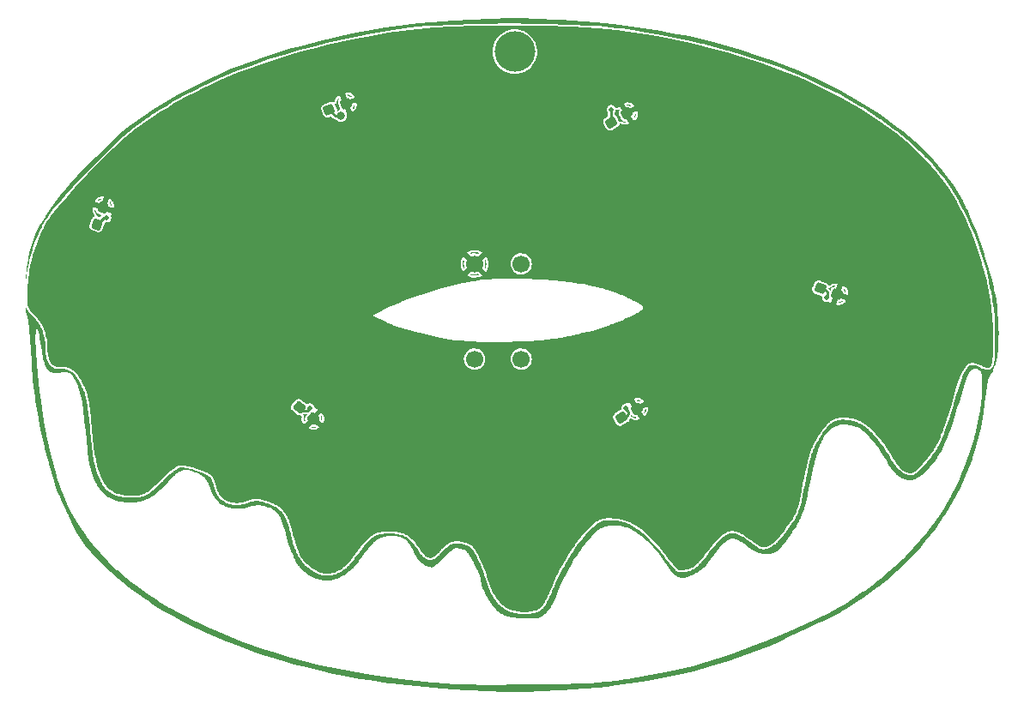
<source format=gtl>
%TF.GenerationSoftware,KiCad,Pcbnew,(6.0.2-0)*%
%TF.CreationDate,2022-12-05T13:59:39+01:00*%
%TF.ProjectId,ornament_2022,6f726e61-6d65-46e7-945f-323032322e6b,rev?*%
%TF.SameCoordinates,Original*%
%TF.FileFunction,Copper,L1,Top*%
%TF.FilePolarity,Positive*%
%FSLAX46Y46*%
G04 Gerber Fmt 4.6, Leading zero omitted, Abs format (unit mm)*
G04 Created by KiCad (PCBNEW (6.0.2-0)) date 2022-12-05 13:59:39*
%MOMM*%
%LPD*%
G01*
G04 APERTURE LIST*
G04 Aperture macros list*
%AMRoundRect*
0 Rectangle with rounded corners*
0 $1 Rounding radius*
0 $2 $3 $4 $5 $6 $7 $8 $9 X,Y pos of 4 corners*
0 Add a 4 corners polygon primitive as box body*
4,1,4,$2,$3,$4,$5,$6,$7,$8,$9,$2,$3,0*
0 Add four circle primitives for the rounded corners*
1,1,$1+$1,$2,$3*
1,1,$1+$1,$4,$5*
1,1,$1+$1,$6,$7*
1,1,$1+$1,$8,$9*
0 Add four rect primitives between the rounded corners*
20,1,$1+$1,$2,$3,$4,$5,0*
20,1,$1+$1,$4,$5,$6,$7,0*
20,1,$1+$1,$6,$7,$8,$9,0*
20,1,$1+$1,$8,$9,$2,$3,0*%
G04 Aperture macros list end*
%TA.AperFunction,ComponentPad*%
%ADD10C,4.000000*%
%TD*%
%TA.AperFunction,SMDPad,CuDef*%
%ADD11RoundRect,0.237500X-0.188932X-0.321508X0.351391X-0.124846X0.188932X0.321508X-0.351391X0.124846X0*%
%TD*%
%TA.AperFunction,SMDPad,CuDef*%
%ADD12RoundRect,0.237500X-0.372900X0.002866X0.067576X-0.366737X0.372900X-0.002866X-0.067576X0.366737X0*%
%TD*%
%TA.AperFunction,SMDPad,CuDef*%
%ADD13RoundRect,0.237500X-0.351391X-0.124846X0.188932X-0.321508X0.351391X0.124846X-0.188932X0.321508X0*%
%TD*%
%TA.AperFunction,SMDPad,CuDef*%
%ADD14RoundRect,0.237500X-0.130232X-0.349431X0.367732X-0.061931X0.130232X0.349431X-0.367732X0.061931X0*%
%TD*%
%TA.AperFunction,SMDPad,CuDef*%
%ADD15RoundRect,0.237500X0.124846X-0.351391X0.321508X0.188932X-0.124846X0.351391X-0.321508X-0.188932X0*%
%TD*%
%TA.AperFunction,ComponentPad*%
%ADD16C,1.700000*%
%TD*%
%TA.AperFunction,ViaPad*%
%ADD17C,0.800000*%
%TD*%
%TA.AperFunction,ViaPad*%
%ADD18C,0.500000*%
%TD*%
%TA.AperFunction,Conductor*%
%ADD19C,0.250000*%
%TD*%
%TA.AperFunction,Conductor*%
%ADD20C,0.254000*%
%TD*%
G04 APERTURE END LIST*
D10*
%TO.P,REF\u002A\u002A,1*%
%TO.N,N/C*%
X210185000Y-36195000D03*
%TD*%
D11*
%TO.P,D7,1,K*%
%TO.N,Net-(D7-Pad1)*%
X191872492Y-41910000D03*
%TO.P,D7,2,A*%
%TO.N,VBATT_SW*%
X193516954Y-41311464D03*
%TD*%
D12*
%TO.P,D5,1,K*%
%TO.N,Net-(D5-Pad1)*%
X188933537Y-71301035D03*
%TO.P,D5,2,A*%
%TO.N,VBATT_SW*%
X190274115Y-72425913D03*
%TD*%
D13*
%TO.P,D2,1,K*%
%TO.N,Net-(D2-Pad1)*%
X240319723Y-59550686D03*
%TO.P,D2,2,A*%
%TO.N,VBATT_SW*%
X241964185Y-60149222D03*
%TD*%
D14*
%TO.P,D6,1,K*%
%TO.N,Net-(D6-Pad1)*%
X220699182Y-72352454D03*
%TO.P,D6,2,A*%
%TO.N,VBATT_SW*%
X222214726Y-71477454D03*
%TD*%
D15*
%TO.P,D4,1,K*%
%TO.N,Net-(D4-Pad1)*%
X168984558Y-53239416D03*
%TO.P,D4,2,A*%
%TO.N,VBATT_SW*%
X169583094Y-51594954D03*
%TD*%
D14*
%TO.P,D3,1,K*%
%TO.N,Net-(D3-Pad1)*%
X219710000Y-43180000D03*
%TO.P,D3,2,A*%
%TO.N,VBATT_SW*%
X221225544Y-42305000D03*
%TD*%
D16*
%TO.P,J4,1,Pin_1*%
%TO.N,VBATT_SW*%
X206216954Y-57150000D03*
%TD*%
%TO.P,J1,1,Pin_1*%
%TO.N,/PIR_OUT*%
X210820000Y-57150000D03*
%TD*%
%TO.P,J3,1,Pin_1*%
%TO.N,GND*%
X210820000Y-66548000D03*
%TD*%
%TO.P,J5,1,Pin_1*%
%TO.N,GND*%
X206216954Y-66548000D03*
%TD*%
D17*
%TO.N,Net-(D7-Pad1)*%
X193040000Y-42545000D03*
%TO.N,VBATT_SW*%
X163830000Y-62230000D03*
X236220000Y-83185000D03*
X191770000Y-86995000D03*
X252095000Y-72390000D03*
X181610000Y-79375000D03*
X249555000Y-76835000D03*
X223520000Y-83185000D03*
X167640000Y-67310000D03*
X240665000Y-72390000D03*
X227330000Y-86360000D03*
X246380000Y-73660000D03*
X169545000Y-74295000D03*
X254000000Y-67310000D03*
X237855000Y-78375000D03*
X198755000Y-83185000D03*
X174625000Y-77470000D03*
X188595000Y-81915000D03*
D18*
%TO.N,Net-(D2-Pad1)*%
X240957332Y-60479835D03*
%TO.N,Net-(D3-Pad1)*%
X219710000Y-41910000D03*
%TO.N,Net-(D4-Pad1)*%
X169932123Y-52595738D03*
%TO.N,Net-(D5-Pad1)*%
X189992000Y-71374000D03*
%TO.N,Net-(D6-Pad1)*%
X221161564Y-71369093D03*
%TD*%
D19*
%TO.N,Net-(D7-Pad1)*%
X193040000Y-42545000D02*
X192507492Y-42545000D01*
X192507492Y-42545000D02*
X191872492Y-41910000D01*
D20*
%TO.N,VBATT_SW*%
X241964185Y-60149222D02*
X241964185Y-60043097D01*
D19*
%TO.N,Net-(D2-Pad1)*%
X241046000Y-60391167D02*
X241046000Y-59944000D01*
X241046000Y-59944000D02*
X240652686Y-59550686D01*
X240652686Y-59550686D02*
X240319723Y-59550686D01*
X240957332Y-60479835D02*
X241046000Y-60391167D01*
%TO.N,Net-(D3-Pad1)*%
X219710000Y-41910000D02*
X219710000Y-43180000D01*
%TO.N,Net-(D4-Pad1)*%
X169932123Y-52595738D02*
X169628236Y-52595738D01*
X169628236Y-52595738D02*
X168984558Y-53239416D01*
%TO.N,Net-(D5-Pad1)*%
X189260502Y-71628000D02*
X188933537Y-71301035D01*
X189992000Y-71374000D02*
X189738000Y-71628000D01*
X189738000Y-71628000D02*
X189260502Y-71628000D01*
%TO.N,Net-(D6-Pad1)*%
X221161564Y-71369093D02*
X221161564Y-71499479D01*
X221362527Y-71700442D02*
X221362527Y-72007473D01*
X221362527Y-72007473D02*
X221017546Y-72352454D01*
X221017546Y-72352454D02*
X220699182Y-72352454D01*
X221161564Y-71499479D02*
X221362527Y-71700442D01*
%TD*%
%TA.AperFunction,Conductor*%
%TO.N,VBATT_SW*%
G36*
X211583790Y-33625512D02*
G01*
X213054559Y-33639225D01*
X213057023Y-33639273D01*
X215889519Y-33721108D01*
X215892773Y-33721244D01*
X218364794Y-33856673D01*
X218370159Y-33857082D01*
X220301200Y-34045834D01*
X220307827Y-34046659D01*
X220757479Y-34114825D01*
X223128390Y-34474249D01*
X223132595Y-34474960D01*
X224649207Y-34758386D01*
X225874516Y-34987374D01*
X225878884Y-34988271D01*
X227483832Y-35347403D01*
X228535527Y-35582736D01*
X228540003Y-35583824D01*
X228709333Y-35628297D01*
X231106087Y-36257783D01*
X231110725Y-36259097D01*
X233580791Y-37009941D01*
X233585595Y-37011507D01*
X234396271Y-37293907D01*
X235954354Y-37836668D01*
X235959321Y-37838517D01*
X238221353Y-38735380D01*
X238226534Y-38737569D01*
X238815630Y-39002247D01*
X240376469Y-39703524D01*
X240381894Y-39706118D01*
X242414391Y-40738556D01*
X242420058Y-40741620D01*
X244329699Y-41837880D01*
X244335613Y-41841495D01*
X244369334Y-41863404D01*
X246117095Y-42998953D01*
X246123259Y-43003224D01*
X247771216Y-44219201D01*
X247777603Y-44224240D01*
X249287619Y-45496813D01*
X249292503Y-45501151D01*
X249992623Y-46156479D01*
X249995870Y-46159632D01*
X250486318Y-46653625D01*
X250660072Y-46828635D01*
X250663399Y-46832117D01*
X251290228Y-47513704D01*
X251293554Y-47517469D01*
X251882378Y-48211320D01*
X251885683Y-48215382D01*
X252435887Y-48921201D01*
X252439147Y-48925575D01*
X252950005Y-49642918D01*
X252953323Y-49647818D01*
X253392486Y-50330168D01*
X253395430Y-50334974D01*
X253784259Y-51003042D01*
X253822354Y-51068495D01*
X253824784Y-51072866D01*
X254181973Y-51746763D01*
X254237398Y-51851332D01*
X254239436Y-51855350D01*
X254635548Y-52672274D01*
X254637298Y-52676041D01*
X255014737Y-53524930D01*
X255016272Y-53528530D01*
X255220049Y-54028143D01*
X255372955Y-54403034D01*
X255374319Y-54406526D01*
X255400051Y-54475416D01*
X255708117Y-55300173D01*
X255709349Y-55303626D01*
X256018133Y-56209905D01*
X256019260Y-56213375D01*
X256300986Y-57125983D01*
X256302026Y-57129535D01*
X256548451Y-58019798D01*
X256554595Y-58041996D01*
X256555557Y-58045693D01*
X256753744Y-58856823D01*
X256776879Y-58951509D01*
X256777774Y-58955442D01*
X256955448Y-59799079D01*
X256965796Y-59848215D01*
X256966615Y-59852466D01*
X257116776Y-60711400D01*
X257119285Y-60725754D01*
X257120013Y-60730444D01*
X257233848Y-61567202D01*
X257235272Y-61577669D01*
X257235879Y-61582969D01*
X257308778Y-62366087D01*
X257311715Y-62397640D01*
X257312132Y-62403721D01*
X257322669Y-62641046D01*
X257346640Y-63180988D01*
X257346748Y-63184560D01*
X257355311Y-63719744D01*
X257358107Y-63894481D01*
X257358993Y-63949885D01*
X257359000Y-63950435D01*
X257360351Y-64070924D01*
X257366563Y-64625058D01*
X257366571Y-64626164D01*
X257367999Y-65213335D01*
X257367990Y-65215170D01*
X257361866Y-65719800D01*
X257361824Y-65721849D01*
X257355517Y-65943890D01*
X257355453Y-65945703D01*
X257347698Y-66126765D01*
X257346741Y-66149100D01*
X257346623Y-66151369D01*
X257335370Y-66336115D01*
X257335165Y-66338951D01*
X257321230Y-66505633D01*
X257320882Y-66509187D01*
X257304159Y-66658217D01*
X257303577Y-66662679D01*
X257284004Y-66794445D01*
X257283039Y-66800065D01*
X257260625Y-66914921D01*
X257259033Y-66921994D01*
X257254290Y-66940540D01*
X257233912Y-67020226D01*
X257231280Y-67029133D01*
X257203801Y-67110931D01*
X257199492Y-67122000D01*
X257187034Y-67150012D01*
X257169422Y-67189614D01*
X257164518Y-67199459D01*
X257150357Y-67225028D01*
X257146019Y-67232277D01*
X257131273Y-67255140D01*
X257130956Y-67255631D01*
X257125573Y-67263331D01*
X257110556Y-67283191D01*
X257104009Y-67291149D01*
X257089137Y-67307793D01*
X257081331Y-67315787D01*
X257069209Y-67327145D01*
X257066600Y-67329589D01*
X257057561Y-67337290D01*
X257042887Y-67348645D01*
X257032751Y-67355722D01*
X257017899Y-67365042D01*
X257006954Y-67371173D01*
X256991565Y-67378813D01*
X256980192Y-67383777D01*
X256963822Y-67389978D01*
X256952433Y-67393682D01*
X256934709Y-67398527D01*
X256923656Y-67401019D01*
X256904159Y-67404503D01*
X256893783Y-67405915D01*
X256874436Y-67407732D01*
X256860568Y-67408265D01*
X256831720Y-67407782D01*
X256808292Y-67407389D01*
X256793138Y-67406218D01*
X256734362Y-67398087D01*
X256722828Y-67395940D01*
X256665858Y-67382561D01*
X256655225Y-67380064D01*
X256646665Y-67377732D01*
X256570766Y-67354162D01*
X256564516Y-67352040D01*
X256480734Y-67321125D01*
X256476275Y-67319383D01*
X256385394Y-67281849D01*
X256381255Y-67280051D01*
X256174196Y-67185603D01*
X255921721Y-67073425D01*
X255919597Y-67072660D01*
X255919585Y-67072655D01*
X255695289Y-66991851D01*
X255695284Y-66991849D01*
X255691921Y-66990638D01*
X255610993Y-66971491D01*
X255485601Y-66941824D01*
X255485597Y-66941823D01*
X255481965Y-66940964D01*
X255427910Y-66934781D01*
X255386589Y-66930054D01*
X255386583Y-66930054D01*
X255383544Y-66929706D01*
X255335082Y-66928894D01*
X255292508Y-66928180D01*
X255292500Y-66928180D01*
X255289021Y-66928122D01*
X255198043Y-66936677D01*
X255110256Y-66955834D01*
X255025306Y-66986061D01*
X255013872Y-66991851D01*
X254946237Y-67026099D01*
X254946233Y-67026102D01*
X254942839Y-67027820D01*
X254862501Y-67081579D01*
X254859835Y-67083826D01*
X254859830Y-67083830D01*
X254820990Y-67116569D01*
X254783938Y-67147801D01*
X254706795Y-67226951D01*
X254705117Y-67228993D01*
X254705111Y-67228999D01*
X254679972Y-67259581D01*
X254630720Y-67319496D01*
X254480353Y-67546627D01*
X254478868Y-67549454D01*
X254478866Y-67549458D01*
X254353880Y-67787451D01*
X254330005Y-67832913D01*
X254329112Y-67834948D01*
X254329109Y-67834955D01*
X254177451Y-68180694D01*
X254177442Y-68180717D01*
X254176845Y-68182077D01*
X254018041Y-68597837D01*
X253850759Y-69083915D01*
X253850569Y-69084511D01*
X253850560Y-69084538D01*
X253672361Y-69643427D01*
X253672346Y-69643475D01*
X253672169Y-69644031D01*
X253269733Y-71001259D01*
X253269658Y-71001515D01*
X253102826Y-71570837D01*
X253102416Y-71572207D01*
X252941375Y-72099510D01*
X252940845Y-72101205D01*
X252918370Y-72171246D01*
X252786504Y-72582199D01*
X252784011Y-72589967D01*
X252783340Y-72591997D01*
X252642849Y-73005291D01*
X252629347Y-73045010D01*
X252628487Y-73047456D01*
X252475839Y-73467922D01*
X252474764Y-73470775D01*
X252339161Y-73817872D01*
X252322106Y-73861526D01*
X252320792Y-73864758D01*
X252239393Y-74057087D01*
X252166606Y-74229068D01*
X252164999Y-74232704D01*
X252007902Y-74573523D01*
X252005998Y-74577470D01*
X251920433Y-74747288D01*
X251844522Y-74897944D01*
X251842327Y-74902105D01*
X251674953Y-75205457D01*
X251672487Y-75209726D01*
X251658939Y-75232158D01*
X251497768Y-75499013D01*
X251495100Y-75503239D01*
X251311417Y-75781775D01*
X251308663Y-75785780D01*
X251179043Y-75966616D01*
X251114502Y-76056658D01*
X251111726Y-76060384D01*
X250905481Y-76326794D01*
X250902820Y-76330114D01*
X250682923Y-76595166D01*
X250680480Y-76598022D01*
X250444987Y-76865233D01*
X250443707Y-76866663D01*
X250282755Y-77043513D01*
X250282102Y-77044224D01*
X250137975Y-77199932D01*
X250136732Y-77201256D01*
X250008242Y-77336120D01*
X250006259Y-77338155D01*
X249891357Y-77453435D01*
X249889209Y-77455539D01*
X249837082Y-77505400D01*
X249835228Y-77507138D01*
X249785721Y-77552616D01*
X249783459Y-77554644D01*
X249736756Y-77595515D01*
X249734009Y-77597850D01*
X249698664Y-77627038D01*
X249689963Y-77634223D01*
X249686651Y-77636866D01*
X249670582Y-77649249D01*
X249645073Y-77668906D01*
X249641102Y-77671843D01*
X249601915Y-77699652D01*
X249597165Y-77702863D01*
X249560192Y-77726648D01*
X249554603Y-77730041D01*
X249519693Y-77750013D01*
X249513212Y-77753473D01*
X249480167Y-77769893D01*
X249472760Y-77773280D01*
X249441305Y-77786449D01*
X249433105Y-77789550D01*
X249402885Y-77799785D01*
X249394007Y-77802432D01*
X249364593Y-77810033D01*
X249355292Y-77812064D01*
X249326145Y-77817286D01*
X249316765Y-77818605D01*
X249287337Y-77821618D01*
X249278229Y-77822219D01*
X249247919Y-77823114D01*
X249239378Y-77823076D01*
X249207727Y-77821862D01*
X249199978Y-77821325D01*
X249181366Y-77819458D01*
X249166554Y-77817971D01*
X249159745Y-77817100D01*
X249124177Y-77811559D01*
X249118357Y-77810512D01*
X249080497Y-77802779D01*
X249075649Y-77801689D01*
X249035990Y-77791945D01*
X249030486Y-77790460D01*
X248940164Y-77763869D01*
X248935473Y-77762386D01*
X248836747Y-77729038D01*
X248829728Y-77726432D01*
X248756247Y-77696630D01*
X248746228Y-77692047D01*
X248671994Y-77654079D01*
X248663410Y-77649257D01*
X248586148Y-77601774D01*
X248578894Y-77596961D01*
X248578528Y-77596699D01*
X248498628Y-77539609D01*
X248492532Y-77534967D01*
X248409221Y-77467401D01*
X248404158Y-77463066D01*
X248317843Y-77385060D01*
X248313597Y-77381039D01*
X248224299Y-77292409D01*
X248220748Y-77288738D01*
X248138938Y-77200612D01*
X248128434Y-77189297D01*
X248125425Y-77185937D01*
X248115434Y-77174370D01*
X248030069Y-77075544D01*
X248027552Y-77072535D01*
X247929080Y-76951026D01*
X247926930Y-76948297D01*
X247825270Y-76815532D01*
X247823441Y-76813083D01*
X247718477Y-76668888D01*
X247716914Y-76666692D01*
X247608569Y-76510955D01*
X247607228Y-76508988D01*
X247495353Y-76341513D01*
X247494273Y-76339868D01*
X247378671Y-76160378D01*
X247377728Y-76158889D01*
X247258066Y-75966896D01*
X246954511Y-75484815D01*
X246659289Y-75041960D01*
X246370961Y-74637210D01*
X246321976Y-74573523D01*
X246088925Y-74270530D01*
X246088089Y-74269443D01*
X245809236Y-73937538D01*
X245740106Y-73863181D01*
X245534204Y-73641711D01*
X245534189Y-73641696D01*
X245532962Y-73640376D01*
X245257831Y-73376834D01*
X245256686Y-73375839D01*
X245256668Y-73375823D01*
X245121093Y-73258058D01*
X245121078Y-73258045D01*
X245120244Y-73257321D01*
X244982404Y-73145792D01*
X244981504Y-73145118D01*
X244981491Y-73145107D01*
X244845104Y-73042839D01*
X244845093Y-73042831D01*
X244844130Y-73042109D01*
X244777868Y-72996318D01*
X244706294Y-72946857D01*
X244705242Y-72946130D01*
X244565562Y-72857716D01*
X244457341Y-72795401D01*
X244426092Y-72777407D01*
X244426085Y-72777403D01*
X244424909Y-72776726D01*
X244423715Y-72776105D01*
X244423696Y-72776095D01*
X244284361Y-72703674D01*
X244283103Y-72703020D01*
X244139965Y-72636459D01*
X244138686Y-72635933D01*
X244138676Y-72635928D01*
X243996622Y-72577440D01*
X243996617Y-72577438D01*
X243995315Y-72576902D01*
X243993992Y-72576426D01*
X243993980Y-72576421D01*
X243850304Y-72524688D01*
X243850294Y-72524685D01*
X243848973Y-72524209D01*
X243766381Y-72498592D01*
X243702115Y-72478659D01*
X243702104Y-72478656D01*
X243700760Y-72478239D01*
X243550495Y-72438854D01*
X243549166Y-72438567D01*
X243549158Y-72438565D01*
X243503263Y-72428651D01*
X243397999Y-72405912D01*
X243396666Y-72405683D01*
X243396662Y-72405682D01*
X243374437Y-72401860D01*
X243243092Y-72379274D01*
X243085595Y-72358800D01*
X242977067Y-72349014D01*
X242927059Y-72344504D01*
X242927053Y-72344504D01*
X242925327Y-72344348D01*
X242595762Y-72332955D01*
X242593938Y-72333000D01*
X242593924Y-72333000D01*
X242410919Y-72337521D01*
X242410915Y-72337521D01*
X242409142Y-72337565D01*
X242407377Y-72337709D01*
X242407360Y-72337710D01*
X242296413Y-72346769D01*
X242232796Y-72351963D01*
X242065529Y-72377000D01*
X242063170Y-72377541D01*
X242063168Y-72377541D01*
X242054638Y-72379496D01*
X241906145Y-72413528D01*
X241904264Y-72414085D01*
X241904257Y-72414087D01*
X241830342Y-72435981D01*
X241830335Y-72435983D01*
X241829036Y-72436368D01*
X241827733Y-72436817D01*
X241827729Y-72436818D01*
X241754811Y-72461929D01*
X241754787Y-72461938D01*
X241753448Y-72462399D01*
X241752116Y-72462926D01*
X241752109Y-72462928D01*
X241712304Y-72478659D01*
X241679234Y-72491728D01*
X241606243Y-72524463D01*
X241604953Y-72525113D01*
X241604947Y-72525116D01*
X241593100Y-72531087D01*
X241534326Y-72560709D01*
X241463333Y-72600573D01*
X241462163Y-72601299D01*
X241462155Y-72601304D01*
X241394221Y-72643474D01*
X241394206Y-72643484D01*
X241393115Y-72644161D01*
X241323523Y-72691580D01*
X241322034Y-72692733D01*
X241322017Y-72692745D01*
X241255977Y-72743868D01*
X241185617Y-72798335D01*
X241183899Y-72799880D01*
X241183895Y-72799883D01*
X241103097Y-72872529D01*
X241048419Y-72921690D01*
X240910733Y-73062498D01*
X240909610Y-73063780D01*
X240909598Y-73063793D01*
X240772324Y-73220512D01*
X240771364Y-73221608D01*
X240770458Y-73222744D01*
X240770455Y-73222747D01*
X240629862Y-73398938D01*
X240629116Y-73399873D01*
X240628422Y-73400813D01*
X240628410Y-73400829D01*
X240521765Y-73545336D01*
X240482793Y-73598144D01*
X240331199Y-73817273D01*
X240173138Y-74058112D01*
X240172513Y-74059151D01*
X240172508Y-74059159D01*
X239975982Y-74385874D01*
X239898465Y-74514743D01*
X239774398Y-74746227D01*
X239657893Y-74983964D01*
X239547987Y-75231059D01*
X239443716Y-75490618D01*
X239344117Y-75765748D01*
X239248227Y-76059552D01*
X239155082Y-76375138D01*
X239154890Y-76375855D01*
X239076257Y-76668888D01*
X239063719Y-76715611D01*
X238882485Y-77483639D01*
X238848503Y-77649249D01*
X238715076Y-78299503D01*
X238696818Y-78388481D01*
X238589664Y-78966215D01*
X238499016Y-79454955D01*
X238499011Y-79454983D01*
X238375205Y-80121641D01*
X238374779Y-80123827D01*
X238320693Y-80388880D01*
X238316840Y-80407760D01*
X238316344Y-80410077D01*
X238288501Y-80534398D01*
X238258777Y-80667114D01*
X238258031Y-80670258D01*
X238199308Y-80904162D01*
X238198242Y-80908131D01*
X238136816Y-81122887D01*
X238135365Y-81127607D01*
X238069634Y-81327440D01*
X238067771Y-81332707D01*
X237996090Y-81521922D01*
X237993862Y-81527411D01*
X237954436Y-81618326D01*
X237914501Y-81710414D01*
X237912041Y-81715741D01*
X237866464Y-81808692D01*
X237823201Y-81896922D01*
X237820707Y-81901743D01*
X237720523Y-82085472D01*
X237718195Y-82089557D01*
X237607920Y-82274864D01*
X237604865Y-82279997D01*
X237602851Y-82283266D01*
X237499445Y-82445527D01*
X237474614Y-82484490D01*
X237473050Y-82486883D01*
X237328337Y-82702699D01*
X237326784Y-82704960D01*
X236980732Y-83197173D01*
X236979193Y-83199314D01*
X236766623Y-83488607D01*
X236764577Y-83491315D01*
X236558530Y-83756458D01*
X236556110Y-83759476D01*
X236401396Y-83946422D01*
X236356609Y-84000539D01*
X236353713Y-84003914D01*
X236160935Y-84220794D01*
X236157435Y-84224574D01*
X235971018Y-84417777D01*
X235967888Y-84420908D01*
X235878117Y-84507632D01*
X235875740Y-84509870D01*
X235831018Y-84550888D01*
X235795395Y-84583561D01*
X235787296Y-84590989D01*
X235784701Y-84593303D01*
X235698044Y-84668397D01*
X235695152Y-84670827D01*
X235610444Y-84739794D01*
X235607136Y-84742395D01*
X235524453Y-84805221D01*
X235520724Y-84807948D01*
X235467173Y-84845621D01*
X235440069Y-84864688D01*
X235435894Y-84867502D01*
X235357283Y-84918204D01*
X235352591Y-84921085D01*
X235276175Y-84965721D01*
X235270855Y-84968658D01*
X235196731Y-85007266D01*
X235190710Y-85010202D01*
X235129718Y-85037950D01*
X235118893Y-85042875D01*
X235112118Y-85045721D01*
X235042735Y-85072520D01*
X235035152Y-85075174D01*
X234968208Y-85096231D01*
X234959767Y-85098567D01*
X234895318Y-85114013D01*
X234886046Y-85115869D01*
X234824056Y-85125867D01*
X234813965Y-85127079D01*
X234779184Y-85129835D01*
X234754396Y-85131799D01*
X234743586Y-85132190D01*
X234725454Y-85132067D01*
X234686279Y-85131800D01*
X234674959Y-85131212D01*
X234619698Y-85125843D01*
X234608101Y-85124169D01*
X234554623Y-85113891D01*
X234543059Y-85111097D01*
X234491062Y-85095901D01*
X234479847Y-85092042D01*
X234429003Y-85071817D01*
X234418423Y-85067030D01*
X234368529Y-85041618D01*
X234358776Y-85036090D01*
X234307855Y-85004146D01*
X234302470Y-85000570D01*
X234258621Y-84969798D01*
X233826571Y-84666598D01*
X233826327Y-84666427D01*
X233514481Y-84445187D01*
X233108163Y-84156924D01*
X233108121Y-84156895D01*
X233107594Y-84156521D01*
X233107033Y-84156141D01*
X233107009Y-84156124D01*
X232832293Y-83969867D01*
X232827342Y-83966510D01*
X232797038Y-83947782D01*
X232694597Y-83884475D01*
X232694595Y-83884474D01*
X232693660Y-83883896D01*
X232685606Y-83879295D01*
X232631958Y-83848650D01*
X232563809Y-83809721D01*
X232562671Y-83809130D01*
X232438761Y-83744804D01*
X232438752Y-83744800D01*
X232437441Y-83744119D01*
X232314207Y-83687222D01*
X232312641Y-83686597D01*
X232195514Y-83639863D01*
X232195507Y-83639860D01*
X232193759Y-83639163D01*
X232075747Y-83600076D01*
X232073724Y-83599553D01*
X232073718Y-83599551D01*
X232023520Y-83586568D01*
X231959825Y-83570094D01*
X231845642Y-83549349D01*
X231795618Y-83544305D01*
X231735490Y-83538242D01*
X231735485Y-83538242D01*
X231732850Y-83537976D01*
X231621101Y-83536108D01*
X231537033Y-83541989D01*
X231512775Y-83543686D01*
X231512773Y-83543686D01*
X231510046Y-83543877D01*
X231507348Y-83544304D01*
X231507343Y-83544305D01*
X231402000Y-83560994D01*
X231401997Y-83560995D01*
X231399337Y-83561416D01*
X231288625Y-83588859D01*
X231286173Y-83589687D01*
X231286161Y-83589690D01*
X231179877Y-83625558D01*
X231179868Y-83625562D01*
X231177561Y-83626340D01*
X231175330Y-83627291D01*
X231175320Y-83627295D01*
X231067848Y-83673115D01*
X231067835Y-83673121D01*
X231065797Y-83673990D01*
X230952984Y-83731944D01*
X230951209Y-83733007D01*
X230951198Y-83733013D01*
X230840348Y-83799392D01*
X230840337Y-83799399D01*
X230838774Y-83800335D01*
X230722818Y-83879295D01*
X230604768Y-83968958D01*
X230603681Y-83969864D01*
X230603678Y-83969867D01*
X230485253Y-84068640D01*
X230485240Y-84068651D01*
X230484274Y-84069457D01*
X230483334Y-84070307D01*
X230367944Y-84174638D01*
X230360989Y-84180926D01*
X230234564Y-84303496D01*
X230224478Y-84314168D01*
X229971883Y-84581436D01*
X229971866Y-84581455D01*
X229970899Y-84582478D01*
X229690490Y-84907467D01*
X229390549Y-85279528D01*
X229390065Y-85280159D01*
X229390058Y-85280168D01*
X229068288Y-85699729D01*
X229068136Y-85699928D01*
X229036020Y-85742039D01*
X228931089Y-85879624D01*
X228930045Y-85880972D01*
X228798898Y-86047644D01*
X228797614Y-86049247D01*
X228671744Y-86203581D01*
X228670243Y-86205383D01*
X228603503Y-86283924D01*
X228549382Y-86347614D01*
X228547461Y-86349822D01*
X228431269Y-86480291D01*
X228429026Y-86482744D01*
X228317079Y-86601893D01*
X228314445Y-86604611D01*
X228206515Y-86712677D01*
X228203364Y-86715724D01*
X228099116Y-86813084D01*
X228095423Y-86816400D01*
X227994542Y-86903425D01*
X227990230Y-86906980D01*
X227892413Y-86984049D01*
X227887395Y-86987804D01*
X227792320Y-87055331D01*
X227786556Y-87059191D01*
X227693901Y-87117605D01*
X227687366Y-87121455D01*
X227596741Y-87171235D01*
X227589459Y-87174933D01*
X227500433Y-87216570D01*
X227492489Y-87219959D01*
X227404549Y-87253957D01*
X227396131Y-87256872D01*
X227307172Y-87284180D01*
X227301577Y-87285756D01*
X227231533Y-87303757D01*
X227229118Y-87304353D01*
X227204643Y-87310130D01*
X227157221Y-87321324D01*
X227154916Y-87321845D01*
X227083278Y-87337313D01*
X227080948Y-87337793D01*
X227010151Y-87351686D01*
X227007800Y-87352124D01*
X226938330Y-87364392D01*
X226935918Y-87364794D01*
X226868244Y-87375395D01*
X226865712Y-87375765D01*
X226838948Y-87379402D01*
X226800473Y-87384631D01*
X226797810Y-87384964D01*
X226780644Y-87386918D01*
X226735441Y-87392063D01*
X226732456Y-87392367D01*
X226725589Y-87392983D01*
X226673609Y-87397648D01*
X226670307Y-87397900D01*
X226615624Y-87401330D01*
X226611725Y-87401513D01*
X226561871Y-87403080D01*
X226557185Y-87403140D01*
X226512942Y-87402870D01*
X226507051Y-87402695D01*
X226469466Y-87400703D01*
X226461781Y-87400059D01*
X226432115Y-87396653D01*
X226421584Y-87394989D01*
X226401816Y-87390999D01*
X226386595Y-87386920D01*
X226382194Y-87385440D01*
X226355146Y-87372586D01*
X226345667Y-87366606D01*
X226332142Y-87356759D01*
X226300412Y-87330265D01*
X226293085Y-87323643D01*
X226179960Y-87213018D01*
X226175936Y-87208896D01*
X226019169Y-87040781D01*
X226017072Y-87038475D01*
X225997161Y-87016024D01*
X225824232Y-86821035D01*
X225822971Y-86819589D01*
X225601141Y-86560819D01*
X225600124Y-86559616D01*
X225423148Y-86347614D01*
X225355997Y-86267172D01*
X225355111Y-86266099D01*
X225307123Y-86207267D01*
X225182484Y-86054465D01*
X225095198Y-85947456D01*
X225094348Y-85946403D01*
X224824504Y-85608233D01*
X224756371Y-85523705D01*
X224491417Y-85194997D01*
X224490978Y-85194477D01*
X224490948Y-85194441D01*
X224238662Y-84895813D01*
X224169033Y-84813393D01*
X223856080Y-84462534D01*
X223855412Y-84461831D01*
X223855395Y-84461812D01*
X223552061Y-84142352D01*
X223552054Y-84142345D01*
X223551285Y-84141535D01*
X223253378Y-83849511D01*
X223004633Y-83624899D01*
X222962184Y-83586568D01*
X222962177Y-83586562D01*
X222961084Y-83585575D01*
X222673133Y-83348843D01*
X222671836Y-83347885D01*
X222671827Y-83347878D01*
X222389700Y-83139498D01*
X222388253Y-83138429D01*
X222105170Y-82953448D01*
X221822614Y-82793013D01*
X221539312Y-82656239D01*
X221537271Y-82655424D01*
X221537263Y-82655420D01*
X221275619Y-82550882D01*
X221253992Y-82542241D01*
X221106670Y-82495224D01*
X220967517Y-82450814D01*
X220967507Y-82450811D01*
X220965382Y-82450133D01*
X220769132Y-82402536D01*
X220674333Y-82379544D01*
X220674329Y-82379543D01*
X220672209Y-82379029D01*
X220670058Y-82378662D01*
X220670052Y-82378661D01*
X220375234Y-82328391D01*
X220375225Y-82328390D01*
X220373203Y-82328045D01*
X220371175Y-82327835D01*
X220371163Y-82327833D01*
X220190570Y-82309102D01*
X220067090Y-82296294D01*
X220065947Y-82296218D01*
X220065932Y-82296217D01*
X219878474Y-82283798D01*
X219878425Y-82283795D01*
X219877970Y-82283765D01*
X219704101Y-82274885D01*
X219544135Y-82269920D01*
X219396727Y-82269138D01*
X219322188Y-82271145D01*
X219261777Y-82272772D01*
X219261756Y-82272773D01*
X219260530Y-82272806D01*
X219134197Y-82281191D01*
X219132738Y-82281357D01*
X219132722Y-82281358D01*
X219028224Y-82293217D01*
X219016384Y-82294561D01*
X218905743Y-82313182D01*
X218903935Y-82313598D01*
X218903922Y-82313601D01*
X218841208Y-82328045D01*
X218800928Y-82337322D01*
X218799041Y-82337885D01*
X218799029Y-82337888D01*
X218702551Y-82366664D01*
X218700593Y-82367248D01*
X218603391Y-82403227D01*
X218601583Y-82404028D01*
X218601572Y-82404033D01*
X218516360Y-82441810D01*
X218507977Y-82445527D01*
X218506369Y-82446355D01*
X218506360Y-82446359D01*
X218414424Y-82493682D01*
X218413004Y-82494413D01*
X218317126Y-82550155D01*
X218218997Y-82613018D01*
X218117269Y-82683271D01*
X217857991Y-82886714D01*
X217856249Y-82888306D01*
X217856242Y-82888312D01*
X217678793Y-83050491D01*
X217584855Y-83136345D01*
X217300329Y-83428431D01*
X217299340Y-83429546D01*
X217299339Y-83429547D01*
X217030142Y-83733013D01*
X217006878Y-83759238D01*
X216706969Y-84125033D01*
X216706334Y-84125863D01*
X216706325Y-84125874D01*
X216413265Y-84508758D01*
X216403068Y-84522080D01*
X216402531Y-84522827D01*
X216402518Y-84522844D01*
X216134617Y-84895248D01*
X216097641Y-84946648D01*
X215793156Y-85395001D01*
X215492078Y-85863406D01*
X215196874Y-86348130D01*
X215119209Y-86482770D01*
X214924061Y-86821079D01*
X214910010Y-86845437D01*
X214633952Y-87351595D01*
X214633626Y-87352229D01*
X214633615Y-87352250D01*
X214426935Y-87754367D01*
X214371167Y-87862870D01*
X214124122Y-88375528D01*
X213895282Y-88885835D01*
X213687114Y-89390057D01*
X213687027Y-89390273D01*
X213686975Y-89390399D01*
X213633345Y-89522807D01*
X213632475Y-89524900D01*
X213576096Y-89657202D01*
X213575274Y-89659087D01*
X213516320Y-89791170D01*
X213515496Y-89792977D01*
X213454527Y-89923796D01*
X213453662Y-89925614D01*
X213391163Y-90054306D01*
X213390270Y-90056108D01*
X213326692Y-90181872D01*
X213325840Y-90183523D01*
X213261767Y-90305302D01*
X213260756Y-90307185D01*
X213196677Y-90424115D01*
X213195562Y-90426106D01*
X213132038Y-90537202D01*
X213130798Y-90539322D01*
X213068321Y-90643727D01*
X213066876Y-90646083D01*
X213006017Y-90742825D01*
X213004263Y-90745536D01*
X212994804Y-90759745D01*
X212945686Y-90833529D01*
X212943485Y-90836727D01*
X212911026Y-90882364D01*
X212887797Y-90915022D01*
X212884912Y-90918917D01*
X212832961Y-90986310D01*
X212828992Y-90991200D01*
X212781853Y-91046401D01*
X212775997Y-91052799D01*
X212735032Y-91094572D01*
X212726682Y-91102349D01*
X212674423Y-91146776D01*
X212666111Y-91153263D01*
X212610425Y-91193091D01*
X212607041Y-91195511D01*
X212599210Y-91200682D01*
X212533217Y-91240814D01*
X212525945Y-91244913D01*
X212454930Y-91281886D01*
X212445069Y-91286490D01*
X212293713Y-91349332D01*
X212280248Y-91354923D01*
X212268788Y-91359044D01*
X212084729Y-91415344D01*
X212074897Y-91417923D01*
X211923631Y-91451117D01*
X211873209Y-91462182D01*
X211864568Y-91463764D01*
X211648803Y-91495554D01*
X211641021Y-91496455D01*
X211490731Y-91509124D01*
X211414520Y-91515548D01*
X211407321Y-91515948D01*
X211173502Y-91522206D01*
X211166626Y-91522202D01*
X210928792Y-91515563D01*
X210922051Y-91515193D01*
X210804750Y-91505581D01*
X210683529Y-91495648D01*
X210676669Y-91494896D01*
X210440773Y-91462487D01*
X210433632Y-91461296D01*
X210203626Y-91416106D01*
X210196016Y-91414364D01*
X209975231Y-91356551D01*
X209966903Y-91354060D01*
X209758655Y-91283863D01*
X209749397Y-91280331D01*
X209557022Y-91198122D01*
X209546620Y-91193100D01*
X209372144Y-91098745D01*
X209362821Y-91093170D01*
X209301493Y-91052799D01*
X209217840Y-90997732D01*
X209211012Y-90992904D01*
X209208774Y-90991207D01*
X209068344Y-90884759D01*
X209062199Y-90879791D01*
X208922911Y-90759745D01*
X208917408Y-90754710D01*
X208906563Y-90744182D01*
X208781849Y-90623120D01*
X208776937Y-90618078D01*
X208704426Y-90539357D01*
X208645344Y-90475215D01*
X208640996Y-90470236D01*
X208513708Y-90316484D01*
X208509811Y-90311529D01*
X208387098Y-90147217D01*
X208383630Y-90142336D01*
X208265810Y-89967863D01*
X208262728Y-89963069D01*
X208150040Y-89778738D01*
X208147307Y-89774041D01*
X208040069Y-89580284D01*
X208037638Y-89575669D01*
X207936097Y-89372818D01*
X207933942Y-89368290D01*
X207838383Y-89156753D01*
X207836475Y-89152305D01*
X207747140Y-88932405D01*
X207745458Y-88928032D01*
X207662638Y-88700227D01*
X207661160Y-88695921D01*
X207585093Y-88460531D01*
X207583803Y-88456283D01*
X207514195Y-88211757D01*
X207514194Y-88211757D01*
X207514156Y-88211624D01*
X207450650Y-87989464D01*
X207450374Y-87988498D01*
X207375260Y-87754367D01*
X207371356Y-87743243D01*
X207340550Y-87655481D01*
X207290251Y-87512184D01*
X207262798Y-87439555D01*
X207197033Y-87265568D01*
X207197026Y-87265551D01*
X207196775Y-87264886D01*
X207096261Y-87015410D01*
X207084934Y-86988861D01*
X206990374Y-86767242D01*
X206990140Y-86766693D01*
X206909365Y-86587257D01*
X206880091Y-86522226D01*
X206880085Y-86522212D01*
X206879841Y-86521671D01*
X206861394Y-86482770D01*
X206767097Y-86283924D01*
X206767096Y-86283922D01*
X206766793Y-86283283D01*
X206758482Y-86266654D01*
X206652748Y-86055106D01*
X206652726Y-86055063D01*
X206652427Y-86054465D01*
X206649706Y-86049312D01*
X206551169Y-85862761D01*
X206538171Y-85838153D01*
X206425455Y-85637285D01*
X206315709Y-85454797D01*
X206210362Y-85293627D01*
X206200580Y-85280168D01*
X206112163Y-85158525D01*
X206112160Y-85158521D01*
X206110845Y-85156712D01*
X206089898Y-85131800D01*
X206020837Y-85049665D01*
X206020836Y-85049664D01*
X206018586Y-85046988D01*
X206015862Y-85044393D01*
X205937540Y-84969798D01*
X205935015Y-84967393D01*
X205885715Y-84929905D01*
X205832799Y-84893986D01*
X205721133Y-84829328D01*
X205719313Y-84828274D01*
X205719307Y-84828271D01*
X205717069Y-84826975D01*
X205661505Y-84800630D01*
X205591737Y-84767551D01*
X205591738Y-84767551D01*
X205589725Y-84766597D01*
X205521041Y-84739782D01*
X205454512Y-84713808D01*
X205454502Y-84713804D01*
X205452672Y-84713090D01*
X205388765Y-84692620D01*
X205309511Y-84667234D01*
X205309494Y-84667229D01*
X205307811Y-84666690D01*
X205248521Y-84651332D01*
X205158676Y-84628059D01*
X205158659Y-84628055D01*
X205157045Y-84627637D01*
X205155405Y-84627304D01*
X205155394Y-84627301D01*
X205074689Y-84610891D01*
X205002278Y-84596168D01*
X204845411Y-84572521D01*
X204843829Y-84572364D01*
X204843813Y-84572362D01*
X204731284Y-84561195D01*
X204688348Y-84556934D01*
X204625169Y-84553969D01*
X204534728Y-84549725D01*
X204534711Y-84549725D01*
X204532992Y-84549644D01*
X204531260Y-84549658D01*
X204531250Y-84549658D01*
X204475213Y-84550118D01*
X204381244Y-84550888D01*
X204235008Y-84560906D01*
X204232899Y-84561195D01*
X204232900Y-84561195D01*
X204098630Y-84579600D01*
X204098627Y-84579601D01*
X204096187Y-84579935D01*
X204093782Y-84580460D01*
X204093777Y-84580461D01*
X204040107Y-84592180D01*
X203966683Y-84608212D01*
X203963860Y-84609113D01*
X203963861Y-84609113D01*
X203850904Y-84645176D01*
X203850899Y-84645178D01*
X203848399Y-84645976D01*
X203811193Y-84661391D01*
X203798317Y-84666726D01*
X203794059Y-84668490D01*
X203743237Y-84693464D01*
X203741567Y-84694415D01*
X203691590Y-84722869D01*
X203691573Y-84722879D01*
X203690386Y-84723555D01*
X203664568Y-84739782D01*
X203634483Y-84758691D01*
X203634469Y-84758700D01*
X203633591Y-84759252D01*
X203632716Y-84759846D01*
X203632703Y-84759854D01*
X203574156Y-84799565D01*
X203574127Y-84799585D01*
X203573377Y-84800094D01*
X203510269Y-84845621D01*
X203509696Y-84846057D01*
X203509679Y-84846069D01*
X203481448Y-84867521D01*
X203444793Y-84895374D01*
X203444275Y-84895786D01*
X203444240Y-84895813D01*
X203416104Y-84918182D01*
X203377474Y-84948893D01*
X203376926Y-84949347D01*
X203309302Y-85005334D01*
X203309250Y-85005378D01*
X203308838Y-85005719D01*
X203239409Y-85065391D01*
X203239036Y-85065723D01*
X203239027Y-85065731D01*
X203205145Y-85095901D01*
X203169715Y-85127450D01*
X203169315Y-85127818D01*
X203169298Y-85127834D01*
X203135993Y-85158525D01*
X203100278Y-85191437D01*
X203099973Y-85191728D01*
X203099945Y-85191754D01*
X203097127Y-85194441D01*
X203031627Y-85256891D01*
X203031247Y-85257266D01*
X203031246Y-85257267D01*
X202964710Y-85322933D01*
X202964678Y-85322965D01*
X202964284Y-85323354D01*
X202898777Y-85390365D01*
X202898452Y-85390711D01*
X202898412Y-85390752D01*
X202849081Y-85443171D01*
X202835630Y-85457464D01*
X202835258Y-85457876D01*
X202835233Y-85457903D01*
X202828218Y-85465671D01*
X202775369Y-85524192D01*
X202774917Y-85524716D01*
X202774909Y-85524725D01*
X202718519Y-85590089D01*
X202718449Y-85590169D01*
X202651100Y-85668352D01*
X202648967Y-85670765D01*
X202584324Y-85742039D01*
X202581844Y-85744695D01*
X202518939Y-85810116D01*
X202516035Y-85813036D01*
X202490918Y-85837475D01*
X202454954Y-85872468D01*
X202451478Y-85875725D01*
X202392168Y-85929203D01*
X202388055Y-85932752D01*
X202330587Y-85980225D01*
X202325702Y-85984062D01*
X202270067Y-86025583D01*
X202264300Y-86029640D01*
X202210534Y-86065264D01*
X202203747Y-86069458D01*
X202151896Y-86099272D01*
X202143984Y-86103455D01*
X202094031Y-86127629D01*
X202084918Y-86131602D01*
X202036833Y-86150336D01*
X202026480Y-86153859D01*
X201980154Y-86167405D01*
X201968656Y-86170188D01*
X201923826Y-86178827D01*
X201911407Y-86180584D01*
X201871031Y-86184259D01*
X201867923Y-86184542D01*
X201867692Y-86184563D01*
X201854722Y-86185072D01*
X201848005Y-86184989D01*
X201811597Y-86184542D01*
X201798557Y-86183704D01*
X201755434Y-86178671D01*
X201742778Y-86176536D01*
X201709084Y-86169067D01*
X201699155Y-86166866D01*
X201687296Y-86163622D01*
X201642704Y-86149054D01*
X201631940Y-86144985D01*
X201586067Y-86125201D01*
X201576552Y-86120616D01*
X201529209Y-86095295D01*
X201520953Y-86090467D01*
X201472087Y-86059343D01*
X201465045Y-86054513D01*
X201414669Y-86017383D01*
X201408693Y-86012694D01*
X201356818Y-85969391D01*
X201351773Y-85964946D01*
X201298495Y-85915417D01*
X201294256Y-85911287D01*
X201239559Y-85855426D01*
X201235995Y-85851633D01*
X201198536Y-85810074D01*
X201179917Y-85789418D01*
X201176920Y-85785968D01*
X201119495Y-85717415D01*
X201116968Y-85714299D01*
X201058150Y-85639360D01*
X201056013Y-85636558D01*
X200995834Y-85555305D01*
X200994022Y-85552794D01*
X200932752Y-85465671D01*
X200930532Y-85462408D01*
X200801276Y-85265802D01*
X200652095Y-85039076D01*
X200652092Y-85039071D01*
X200651354Y-85037950D01*
X200650568Y-85036857D01*
X200502205Y-84830580D01*
X200502195Y-84830567D01*
X200501304Y-84829328D01*
X200498546Y-84825864D01*
X200351111Y-84640711D01*
X200351107Y-84640707D01*
X200349996Y-84639311D01*
X200348815Y-84637989D01*
X200348804Y-84637976D01*
X200197651Y-84468781D01*
X200196305Y-84467274D01*
X200190754Y-84461812D01*
X200040704Y-84314168D01*
X200040700Y-84314164D01*
X200039101Y-84312591D01*
X199877258Y-84174638D01*
X199709647Y-84052790D01*
X199535141Y-83946422D01*
X199427443Y-83892426D01*
X199354905Y-83856057D01*
X199354902Y-83856056D01*
X199352613Y-83854908D01*
X199160934Y-83777624D01*
X199158604Y-83776889D01*
X199158592Y-83776885D01*
X198962721Y-83715125D01*
X198958976Y-83713944D01*
X198745613Y-83663244D01*
X198743589Y-83662900D01*
X198743577Y-83662898D01*
X198521516Y-83625204D01*
X198521503Y-83625202D01*
X198519717Y-83624899D01*
X198280159Y-83598284D01*
X198185883Y-83592535D01*
X198027144Y-83582854D01*
X198027133Y-83582854D01*
X198025812Y-83582773D01*
X198024493Y-83582748D01*
X198024482Y-83582748D01*
X197886024Y-83580170D01*
X197755548Y-83577741D01*
X197754464Y-83577759D01*
X197754449Y-83577759D01*
X197656344Y-83579391D01*
X197494463Y-83582083D01*
X197493179Y-83582158D01*
X197493158Y-83582159D01*
X197303243Y-83593285D01*
X197252776Y-83596242D01*
X197124520Y-83610892D01*
X197030140Y-83621672D01*
X197030131Y-83621673D01*
X197027963Y-83621921D01*
X196911133Y-83643516D01*
X196819376Y-83660476D01*
X196819368Y-83660478D01*
X196817500Y-83660823D01*
X196815659Y-83661279D01*
X196815651Y-83661281D01*
X196764372Y-83673990D01*
X196716861Y-83685765D01*
X196618863Y-83714650D01*
X196571537Y-83730995D01*
X196533537Y-83744119D01*
X196523191Y-83747692D01*
X196429529Y-83785104D01*
X196337561Y-83827098D01*
X196295835Y-83848650D01*
X196248307Y-83873198D01*
X196248292Y-83873206D01*
X196246972Y-83873888D01*
X196245683Y-83874634D01*
X196245668Y-83874642D01*
X196158714Y-83924952D01*
X196158698Y-83924962D01*
X196157448Y-83925685D01*
X196156219Y-83926474D01*
X196156213Y-83926478D01*
X196069832Y-83981957D01*
X196069822Y-83981964D01*
X196068671Y-83982703D01*
X195980327Y-84045155D01*
X195979272Y-84045969D01*
X195979267Y-84045973D01*
X195893531Y-84112148D01*
X195893521Y-84112156D01*
X195892100Y-84113253D01*
X195890734Y-84114439D01*
X195742379Y-84243240D01*
X195714736Y-84267239D01*
X195534056Y-84446364D01*
X195478572Y-84507632D01*
X195348437Y-84651332D01*
X195348419Y-84651352D01*
X195347534Y-84652330D01*
X195152649Y-84886840D01*
X194946874Y-85151596D01*
X194727688Y-85448300D01*
X194715325Y-85465671D01*
X194493192Y-85777773D01*
X194491986Y-85779439D01*
X194237394Y-86125062D01*
X194233462Y-86130124D01*
X194031846Y-86376505D01*
X193979486Y-86440490D01*
X193976023Y-86444543D01*
X193849991Y-86585807D01*
X193847363Y-86588662D01*
X193720887Y-86721925D01*
X193717988Y-86724881D01*
X193628589Y-86813084D01*
X193593990Y-86847220D01*
X193591634Y-86849544D01*
X193588439Y-86852587D01*
X193462260Y-86968639D01*
X193458766Y-86971735D01*
X193332778Y-87079206D01*
X193328909Y-87082376D01*
X193215925Y-87171235D01*
X193203140Y-87181290D01*
X193198892Y-87184487D01*
X193154337Y-87216570D01*
X193073393Y-87274854D01*
X193068718Y-87278063D01*
X192943526Y-87359914D01*
X192938430Y-87363075D01*
X192813535Y-87436474D01*
X192807975Y-87439555D01*
X192683442Y-87504524D01*
X192677425Y-87507463D01*
X192553194Y-87564093D01*
X192546724Y-87566827D01*
X192422828Y-87615161D01*
X192415930Y-87617623D01*
X192292328Y-87657734D01*
X192285052Y-87659856D01*
X192161679Y-87691812D01*
X192154046Y-87693537D01*
X192030911Y-87717380D01*
X192023013Y-87718651D01*
X191992755Y-87722536D01*
X191899961Y-87734447D01*
X191891865Y-87735221D01*
X191768891Y-87742992D01*
X191760707Y-87743243D01*
X191700431Y-87743129D01*
X191637629Y-87743011D01*
X191629476Y-87742730D01*
X191557656Y-87737927D01*
X191506253Y-87734489D01*
X191498200Y-87733690D01*
X191455245Y-87728030D01*
X191374715Y-87717418D01*
X191366892Y-87716136D01*
X191243031Y-87691786D01*
X191235506Y-87690064D01*
X191111247Y-87657591D01*
X191104057Y-87655481D01*
X190979340Y-87614823D01*
X190972574Y-87612401D01*
X190847302Y-87563470D01*
X190840994Y-87560804D01*
X190801606Y-87542877D01*
X190715252Y-87503573D01*
X190709351Y-87500700D01*
X190583059Y-87435076D01*
X190577611Y-87432072D01*
X190509628Y-87392367D01*
X190450821Y-87358021D01*
X190445823Y-87354943D01*
X190318274Y-87272237D01*
X190314147Y-87269444D01*
X190228376Y-87208880D01*
X190118984Y-87131637D01*
X190114955Y-87128670D01*
X190103174Y-87119628D01*
X190054647Y-87082385D01*
X189935127Y-86990657D01*
X189930500Y-86986929D01*
X189927093Y-86984049D01*
X189765187Y-86847191D01*
X189760159Y-86842702D01*
X189633589Y-86723431D01*
X189608068Y-86699382D01*
X189602767Y-86694081D01*
X189462551Y-86545241D01*
X189457282Y-86539281D01*
X189327592Y-86382919D01*
X189322612Y-86376505D01*
X189202087Y-86210495D01*
X189197608Y-86203897D01*
X189084968Y-86026080D01*
X189081133Y-86019604D01*
X188975210Y-85827870D01*
X188972035Y-85821731D01*
X188951613Y-85779439D01*
X188871712Y-85613970D01*
X188869188Y-85608399D01*
X188833474Y-85524192D01*
X188773432Y-85382625D01*
X188771465Y-85377701D01*
X188679255Y-85131950D01*
X188677753Y-85127721D01*
X188617827Y-84948893D01*
X188588058Y-84860055D01*
X188586938Y-84856541D01*
X188583634Y-84845621D01*
X188508072Y-84595925D01*
X188498788Y-84565246D01*
X188497950Y-84562352D01*
X188410294Y-84245554D01*
X188409677Y-84243240D01*
X188376074Y-84112148D01*
X188321239Y-83898228D01*
X188303206Y-83827798D01*
X188263599Y-83673115D01*
X188219085Y-83499265D01*
X188216882Y-83491315D01*
X188172126Y-83329854D01*
X188118908Y-83137863D01*
X188018863Y-82811545D01*
X187964772Y-82655420D01*
X187917582Y-82519211D01*
X187917574Y-82519189D01*
X187917104Y-82517833D01*
X187908071Y-82495224D01*
X187835501Y-82313601D01*
X187811787Y-82254251D01*
X187757218Y-82132983D01*
X187701066Y-82018319D01*
X187643102Y-81909948D01*
X187583096Y-81807561D01*
X187582381Y-81806450D01*
X187521605Y-81712074D01*
X187521595Y-81712059D01*
X187520815Y-81710848D01*
X187456031Y-81619499D01*
X187388511Y-81533204D01*
X187318026Y-81451654D01*
X187244344Y-81374540D01*
X187243222Y-81373478D01*
X187243208Y-81373464D01*
X187168362Y-81302617D01*
X187167236Y-81301551D01*
X187086470Y-81232377D01*
X187001815Y-81166710D01*
X186913042Y-81104239D01*
X186819919Y-81044654D01*
X186818861Y-81044037D01*
X186818837Y-81044022D01*
X186723211Y-80988227D01*
X186723189Y-80988215D01*
X186722216Y-80987647D01*
X186619702Y-80932906D01*
X186399318Y-80828988D01*
X186397736Y-80828345D01*
X186397723Y-80828339D01*
X186217019Y-80754859D01*
X186156923Y-80730422D01*
X186155722Y-80729990D01*
X186155708Y-80729985D01*
X185891422Y-80635001D01*
X185890671Y-80634731D01*
X185854663Y-80622769D01*
X185729966Y-80581345D01*
X185516814Y-80510536D01*
X185516143Y-80510329D01*
X185516117Y-80510321D01*
X185357989Y-80461616D01*
X185357184Y-80461368D01*
X185212494Y-80420724D01*
X185080302Y-80388531D01*
X185078851Y-80388248D01*
X185078846Y-80388247D01*
X184959974Y-80365071D01*
X184959971Y-80365071D01*
X184958163Y-80364718D01*
X184892243Y-80355793D01*
X184845756Y-80349499D01*
X184845751Y-80349499D01*
X184843635Y-80349212D01*
X184841504Y-80349070D01*
X184841491Y-80349069D01*
X184736638Y-80342097D01*
X184736633Y-80342097D01*
X184734274Y-80341940D01*
X184627636Y-80342832D01*
X184521278Y-80351814D01*
X184412756Y-80368815D01*
X184410880Y-80369229D01*
X184410873Y-80369230D01*
X184301159Y-80393424D01*
X184301153Y-80393426D01*
X184299627Y-80393762D01*
X184298131Y-80394170D01*
X184298117Y-80394174D01*
X184244105Y-80408925D01*
X184179447Y-80426583D01*
X184049773Y-80467206D01*
X183908161Y-80515559D01*
X183855693Y-80534398D01*
X183753152Y-80571216D01*
X183751182Y-80571905D01*
X183618005Y-80617248D01*
X183612724Y-80618917D01*
X183595015Y-80624090D01*
X183482350Y-80656998D01*
X183476882Y-80658463D01*
X183347879Y-80689923D01*
X183342269Y-80691156D01*
X183214784Y-80716101D01*
X183208977Y-80717096D01*
X183159769Y-80724343D01*
X183083253Y-80735612D01*
X183077248Y-80736350D01*
X183034482Y-80740563D01*
X182953370Y-80748553D01*
X182947232Y-80749006D01*
X182825371Y-80754997D01*
X182819068Y-80755149D01*
X182771507Y-80755102D01*
X182699389Y-80755030D01*
X182692949Y-80754859D01*
X182646602Y-80752441D01*
X182575558Y-80748734D01*
X182569039Y-80748223D01*
X182481850Y-80739097D01*
X182454136Y-80736196D01*
X182447495Y-80735322D01*
X182335194Y-80717492D01*
X182328491Y-80716241D01*
X182218932Y-80692708D01*
X182212192Y-80691065D01*
X182105508Y-80661924D01*
X182098763Y-80659877D01*
X181995105Y-80625227D01*
X181988390Y-80622769D01*
X181887849Y-80582686D01*
X181881201Y-80579811D01*
X181783943Y-80534398D01*
X181777395Y-80531105D01*
X181683514Y-80480422D01*
X181677132Y-80476732D01*
X181586771Y-80420866D01*
X181580559Y-80416767D01*
X181547364Y-80393424D01*
X181493841Y-80355785D01*
X181487871Y-80351316D01*
X181404922Y-80285281D01*
X181399201Y-80280441D01*
X181320170Y-80209432D01*
X181314729Y-80204241D01*
X181239732Y-80128296D01*
X181234620Y-80122801D01*
X181163795Y-80041975D01*
X181159038Y-80036211D01*
X181146860Y-80020527D01*
X181092514Y-79950535D01*
X181088141Y-79944546D01*
X181026071Y-79854073D01*
X181022096Y-79847899D01*
X181008900Y-79826029D01*
X180964646Y-79752690D01*
X180961074Y-79746365D01*
X180908364Y-79646403D01*
X180905203Y-79639972D01*
X180867991Y-79558482D01*
X180857435Y-79535366D01*
X180854688Y-79528877D01*
X180812008Y-79419626D01*
X180809669Y-79413117D01*
X180772254Y-79299274D01*
X180770313Y-79292785D01*
X180738340Y-79174395D01*
X180736782Y-79167958D01*
X180709841Y-79042302D01*
X180709693Y-79041602D01*
X180694218Y-78967368D01*
X180694211Y-78967336D01*
X180693977Y-78966215D01*
X180674931Y-78889409D01*
X180652879Y-78812036D01*
X180647391Y-78794906D01*
X180628386Y-78735594D01*
X180628078Y-78734632D01*
X180600783Y-78657730D01*
X180571251Y-78581867D01*
X180539739Y-78507578D01*
X180506504Y-78435398D01*
X180471801Y-78365861D01*
X180435888Y-78299503D01*
X180399021Y-78236860D01*
X180381293Y-78209303D01*
X180362228Y-78179665D01*
X180362214Y-78179644D01*
X180361456Y-78178466D01*
X180323450Y-78124857D01*
X180285260Y-78076568D01*
X180247142Y-78034133D01*
X180209353Y-77998088D01*
X180087575Y-77905365D01*
X179954478Y-77823076D01*
X179937935Y-77812848D01*
X179937928Y-77812844D01*
X179936110Y-77811720D01*
X179898624Y-77791945D01*
X179858826Y-77770951D01*
X179759130Y-77718359D01*
X179655626Y-77670413D01*
X179561990Y-77627038D01*
X179561974Y-77627031D01*
X179560804Y-77626489D01*
X179559627Y-77626002D01*
X179559602Y-77625991D01*
X179350842Y-77539609D01*
X179345301Y-77537316D01*
X179116792Y-77452046D01*
X178903846Y-77380126D01*
X178880313Y-77372178D01*
X178880303Y-77372175D01*
X178879445Y-77371885D01*
X178637430Y-77298040D01*
X178636572Y-77297805D01*
X178636557Y-77297801D01*
X178524263Y-77267091D01*
X178394918Y-77231717D01*
X178393994Y-77231494D01*
X178393970Y-77231488D01*
X178157106Y-77174370D01*
X178156078Y-77174122D01*
X178012163Y-77144429D01*
X177926253Y-77126704D01*
X177926242Y-77126702D01*
X177925079Y-77126462D01*
X177923934Y-77126271D01*
X177923907Y-77126266D01*
X177707514Y-77090179D01*
X177706092Y-77089942D01*
X177704655Y-77089771D01*
X177704643Y-77089769D01*
X177505194Y-77065996D01*
X177505177Y-77065994D01*
X177503285Y-77065769D01*
X177320830Y-77055150D01*
X177162894Y-77059289D01*
X177094424Y-77067271D01*
X177091927Y-77067769D01*
X177091915Y-77067771D01*
X177039629Y-77078202D01*
X177033649Y-77079395D01*
X177029900Y-77080647D01*
X177029896Y-77080648D01*
X177002583Y-77089769D01*
X176971715Y-77100077D01*
X176968673Y-77101467D01*
X176968668Y-77101469D01*
X176900525Y-77132607D01*
X176900517Y-77132611D01*
X176898519Y-77133524D01*
X176814993Y-77178995D01*
X176722071Y-77235747D01*
X176620686Y-77303038D01*
X176511771Y-77380126D01*
X176433677Y-77438365D01*
X176410648Y-77455539D01*
X176396258Y-77466270D01*
X176275082Y-77560726D01*
X176019469Y-77771611D01*
X176018697Y-77772291D01*
X175759599Y-78000502D01*
X175752397Y-78006845D01*
X175481330Y-78260492D01*
X175480669Y-78261149D01*
X175480659Y-78261159D01*
X175231985Y-78508463D01*
X175213732Y-78526615D01*
X175213553Y-78526797D01*
X175213409Y-78526941D01*
X174960077Y-78783825D01*
X174958550Y-78785348D01*
X174726442Y-79012787D01*
X174724145Y-79014981D01*
X174510051Y-79214381D01*
X174506734Y-79217363D01*
X174361677Y-79343158D01*
X174307557Y-79390091D01*
X174302959Y-79393891D01*
X174225369Y-79454983D01*
X174115698Y-79541334D01*
X174109549Y-79545880D01*
X173930114Y-79670300D01*
X173924385Y-79674046D01*
X173838407Y-79726991D01*
X173834037Y-79729562D01*
X173748155Y-79777794D01*
X173743383Y-79780342D01*
X173657987Y-79823582D01*
X173652911Y-79826010D01*
X173567554Y-79864489D01*
X173562165Y-79866768D01*
X173476423Y-79900694D01*
X173470840Y-79902751D01*
X173384140Y-79932380D01*
X173378451Y-79934174D01*
X173290280Y-79959713D01*
X173284625Y-79961210D01*
X173194451Y-79982848D01*
X173188953Y-79984038D01*
X173096277Y-80001944D01*
X173091034Y-80002843D01*
X172996423Y-80017010D01*
X172989233Y-80017876D01*
X172880236Y-80027839D01*
X172785432Y-80036504D01*
X172777311Y-80036982D01*
X172557199Y-80042799D01*
X172550853Y-80042807D01*
X172309768Y-80037023D01*
X172305149Y-80036826D01*
X172040028Y-80020624D01*
X172036901Y-80020394D01*
X171792532Y-79999198D01*
X171747161Y-79995262D01*
X171740084Y-79994446D01*
X171509371Y-79961210D01*
X171373762Y-79941674D01*
X171360428Y-79939012D01*
X171176973Y-79891955D01*
X171027048Y-79853499D01*
X171012004Y-79848615D01*
X170761629Y-79749568D01*
X170707569Y-79728182D01*
X170691765Y-79720620D01*
X170413841Y-79563008D01*
X170398616Y-79552845D01*
X170217933Y-79412242D01*
X170144590Y-79355168D01*
X170131240Y-79343158D01*
X170085854Y-79296056D01*
X169898805Y-79101933D01*
X169888100Y-79089247D01*
X169675585Y-78800794D01*
X169667613Y-78788544D01*
X169549090Y-78581009D01*
X169473951Y-78449440D01*
X169468337Y-78438379D01*
X169467426Y-78436341D01*
X169292752Y-78045573D01*
X169288944Y-78036025D01*
X169287690Y-78032463D01*
X169130740Y-77586888D01*
X169128215Y-77578874D01*
X169072921Y-77380561D01*
X168986607Y-77070997D01*
X168984955Y-77064390D01*
X168982926Y-77055220D01*
X168859027Y-76495416D01*
X168857956Y-76490023D01*
X168746705Y-75857689D01*
X168746015Y-75853316D01*
X168648352Y-75155350D01*
X168647909Y-75151823D01*
X168562686Y-74385874D01*
X168562403Y-74383042D01*
X168488360Y-73545905D01*
X168488311Y-73545336D01*
X168471329Y-73342877D01*
X189842106Y-73342877D01*
X189842397Y-73344691D01*
X189847210Y-73350913D01*
X189897932Y-73393474D01*
X189903143Y-73397406D01*
X189981291Y-73450268D01*
X189993422Y-73456668D01*
X190141881Y-73515297D01*
X190155940Y-73519038D01*
X190313488Y-73541882D01*
X190328026Y-73542289D01*
X190486608Y-73528275D01*
X190500844Y-73525327D01*
X190651948Y-73475207D01*
X190665129Y-73469060D01*
X190801027Y-73385291D01*
X190811814Y-73376895D01*
X190878629Y-73312034D01*
X190883013Y-73307319D01*
X190890526Y-73298366D01*
X190896894Y-73283813D01*
X190896604Y-73281997D01*
X190891792Y-73275778D01*
X190319301Y-72795401D01*
X190304749Y-72789032D01*
X190302933Y-72789323D01*
X190296717Y-72794132D01*
X189848475Y-73328325D01*
X189842106Y-73342877D01*
X168471329Y-73342877D01*
X168406254Y-72567065D01*
X168406228Y-72566755D01*
X168386349Y-72358800D01*
X168365924Y-72145133D01*
X168365917Y-72145069D01*
X168365892Y-72144803D01*
X168324803Y-71762149D01*
X168282039Y-71414522D01*
X168270909Y-71336775D01*
X188119375Y-71336775D01*
X188121582Y-71345932D01*
X188121582Y-71345933D01*
X188129368Y-71378237D01*
X188150234Y-71464816D01*
X188217378Y-71578124D01*
X188239007Y-71600058D01*
X188241279Y-71601964D01*
X188241285Y-71601970D01*
X188304253Y-71654806D01*
X188759661Y-72036937D01*
X188762099Y-72038619D01*
X188778698Y-72050071D01*
X188778701Y-72050072D01*
X188785017Y-72054430D01*
X188809819Y-72063777D01*
X188899450Y-72097557D01*
X188899452Y-72097557D01*
X188908263Y-72100878D01*
X189039718Y-72109034D01*
X189041189Y-72108679D01*
X189106702Y-72121847D01*
X189157694Y-72171246D01*
X189173884Y-72240372D01*
X189172774Y-72251458D01*
X189151984Y-72394844D01*
X189151577Y-72409383D01*
X189165590Y-72567965D01*
X189168538Y-72582199D01*
X189218658Y-72733305D01*
X189224805Y-72746486D01*
X189308574Y-72882384D01*
X189316970Y-72893171D01*
X189381840Y-72959995D01*
X189386537Y-72964362D01*
X189433801Y-73004022D01*
X189448353Y-73010391D01*
X189450169Y-73010100D01*
X189456385Y-73005291D01*
X189952934Y-72413528D01*
X189968246Y-72395280D01*
X190637234Y-72395280D01*
X190637525Y-72397096D01*
X190642334Y-72403312D01*
X191214829Y-72883692D01*
X191229381Y-72890061D01*
X191231196Y-72889770D01*
X191237416Y-72884958D01*
X191247845Y-72872529D01*
X191251769Y-72867328D01*
X191304634Y-72789177D01*
X191311032Y-72777049D01*
X191369664Y-72628584D01*
X191373402Y-72614534D01*
X191396246Y-72456982D01*
X191396653Y-72442443D01*
X191384663Y-72306754D01*
X219888801Y-72306754D01*
X219913141Y-72436193D01*
X219925964Y-72464201D01*
X219927453Y-72466780D01*
X220214309Y-72963629D01*
X220214316Y-72963640D01*
X220215797Y-72966205D01*
X220233641Y-72991316D01*
X220333569Y-73077115D01*
X220399571Y-73105882D01*
X220445677Y-73125978D01*
X220445679Y-73125979D01*
X220454307Y-73129739D01*
X220511643Y-73136221D01*
X220575827Y-73143477D01*
X220575830Y-73143477D01*
X220585181Y-73144534D01*
X220714620Y-73120194D01*
X220742628Y-73107371D01*
X221021904Y-72946130D01*
X221328658Y-72769025D01*
X221328660Y-72769023D01*
X221331235Y-72767537D01*
X221356345Y-72749694D01*
X221442144Y-72649766D01*
X221494768Y-72529028D01*
X221494938Y-72527526D01*
X221529721Y-72470466D01*
X221593582Y-72439446D01*
X221664076Y-72447877D01*
X221674112Y-72452710D01*
X221801741Y-72521288D01*
X221815260Y-72526640D01*
X221969072Y-72567711D01*
X221983458Y-72569810D01*
X222142596Y-72574393D01*
X222157078Y-72573126D01*
X222313429Y-72540890D01*
X222326448Y-72536685D01*
X222411405Y-72498592D01*
X222417141Y-72495660D01*
X222470568Y-72464815D01*
X222481528Y-72453320D01*
X222481876Y-72451513D01*
X222479483Y-72444025D01*
X221977559Y-71574668D01*
X222566076Y-71574668D01*
X222568469Y-71582156D01*
X222917138Y-72186069D01*
X222928633Y-72197029D01*
X222930440Y-72197377D01*
X222937928Y-72194984D01*
X222995270Y-72161877D01*
X223000753Y-72158322D01*
X223077155Y-72102967D01*
X223087317Y-72093757D01*
X223193187Y-71974302D01*
X223201508Y-71962374D01*
X223276861Y-71822137D01*
X223282213Y-71808618D01*
X223323284Y-71654806D01*
X223325383Y-71640420D01*
X223329966Y-71481282D01*
X223328699Y-71466800D01*
X223296463Y-71310450D01*
X223292258Y-71297431D01*
X223254164Y-71212471D01*
X223251237Y-71206743D01*
X223245387Y-71196612D01*
X223233893Y-71185652D01*
X223232086Y-71185304D01*
X223224598Y-71187698D01*
X222577384Y-71561366D01*
X222566424Y-71572861D01*
X222566076Y-71574668D01*
X221977559Y-71574668D01*
X221867756Y-71384484D01*
X221512314Y-70768839D01*
X221500819Y-70757879D01*
X221499012Y-70757531D01*
X221491524Y-70759924D01*
X221434182Y-70793031D01*
X221428699Y-70796586D01*
X221352297Y-70851941D01*
X221342134Y-70861152D01*
X221327963Y-70877141D01*
X221267811Y-70914854D01*
X221228847Y-70917313D01*
X221228837Y-70918959D01*
X221099795Y-70918171D01*
X221037757Y-70935902D01*
X220984350Y-70951165D01*
X220984348Y-70951166D01*
X220975719Y-70953632D01*
X220866583Y-71022492D01*
X220860640Y-71029221D01*
X220860639Y-71029222D01*
X220813963Y-71082073D01*
X220781160Y-71119215D01*
X220777346Y-71127338D01*
X220777345Y-71127340D01*
X220772828Y-71136962D01*
X220726318Y-71236025D01*
X220719641Y-71278909D01*
X220707846Y-71354660D01*
X220707846Y-71354664D01*
X220706465Y-71363533D01*
X220707629Y-71372435D01*
X220707629Y-71372438D01*
X220720470Y-71470637D01*
X220709470Y-71540776D01*
X220662295Y-71593834D01*
X220656002Y-71597415D01*
X220655736Y-71597537D01*
X220653171Y-71599018D01*
X220653163Y-71599022D01*
X220069706Y-71935883D01*
X220067129Y-71937371D01*
X220042019Y-71955214D01*
X219956220Y-72055142D01*
X219934341Y-72105340D01*
X219911249Y-72158322D01*
X219903596Y-72175880D01*
X219888801Y-72306754D01*
X191384663Y-72306754D01*
X191382640Y-72283861D01*
X191379692Y-72269627D01*
X191329572Y-72118521D01*
X191323425Y-72105340D01*
X191239656Y-71969442D01*
X191231260Y-71958655D01*
X191166390Y-71891831D01*
X191161693Y-71887464D01*
X191114429Y-71847804D01*
X191099877Y-71841435D01*
X191098061Y-71841726D01*
X191091845Y-71846535D01*
X190643603Y-72380728D01*
X190637234Y-72395280D01*
X189968246Y-72395280D01*
X190699755Y-71523501D01*
X190706124Y-71508949D01*
X190705833Y-71507135D01*
X190701020Y-71500913D01*
X190650298Y-71458352D01*
X190645087Y-71454420D01*
X190566939Y-71401558D01*
X190554810Y-71395160D01*
X190511960Y-71378237D01*
X190455949Y-71334612D01*
X190433515Y-71278909D01*
X190430111Y-71255144D01*
X190428839Y-71246259D01*
X190420493Y-71227902D01*
X190379145Y-71136962D01*
X190379143Y-71136959D01*
X190375428Y-71128788D01*
X190349295Y-71098459D01*
X190297051Y-71037826D01*
X190297049Y-71037824D01*
X190291193Y-71031028D01*
X190182906Y-70960841D01*
X190174311Y-70958271D01*
X190174310Y-70958270D01*
X190067874Y-70926438D01*
X190067872Y-70926438D01*
X190059273Y-70923866D01*
X190050298Y-70923811D01*
X190050297Y-70923811D01*
X189995641Y-70923477D01*
X189930231Y-70923078D01*
X189918475Y-70926438D01*
X189814786Y-70956072D01*
X189814784Y-70956073D01*
X189806155Y-70958539D01*
X189798564Y-70963329D01*
X189798561Y-70963330D01*
X189752707Y-70992261D01*
X189684422Y-71011695D01*
X189616470Y-70991125D01*
X189604481Y-70982221D01*
X189415537Y-70823679D01*
X189107413Y-70565133D01*
X189104975Y-70563451D01*
X189088376Y-70551999D01*
X189088373Y-70551998D01*
X189082057Y-70547640D01*
X189019052Y-70523895D01*
X188967624Y-70504513D01*
X188967622Y-70504513D01*
X188964656Y-70503395D01*
X221947576Y-70503395D01*
X221949969Y-70510883D01*
X222298638Y-71114796D01*
X222310133Y-71125756D01*
X222311940Y-71126104D01*
X222319428Y-71123711D01*
X222966642Y-70750042D01*
X222977602Y-70738547D01*
X222977950Y-70736739D01*
X222975557Y-70729252D01*
X222967442Y-70715197D01*
X222963902Y-70709738D01*
X222908537Y-70633321D01*
X222899335Y-70623169D01*
X222779875Y-70517293D01*
X222767950Y-70508974D01*
X222627711Y-70433620D01*
X222614192Y-70428268D01*
X222460380Y-70387197D01*
X222445994Y-70385098D01*
X222286856Y-70380515D01*
X222272374Y-70381782D01*
X222116023Y-70414018D01*
X222103004Y-70418223D01*
X222018047Y-70456316D01*
X222012311Y-70459248D01*
X221958884Y-70490093D01*
X221947924Y-70501588D01*
X221947576Y-70503395D01*
X188964656Y-70503395D01*
X188958811Y-70501192D01*
X188907286Y-70497995D01*
X188836760Y-70493619D01*
X188836757Y-70493619D01*
X188827356Y-70493036D01*
X188818199Y-70495243D01*
X188818198Y-70495243D01*
X188784374Y-70503395D01*
X188699314Y-70523895D01*
X188586006Y-70591039D01*
X188564073Y-70612668D01*
X188191472Y-71056717D01*
X188173979Y-71082073D01*
X188127531Y-71205319D01*
X188119375Y-71336775D01*
X168270909Y-71336775D01*
X168250829Y-71196506D01*
X168236793Y-71098463D01*
X168236792Y-71098459D01*
X168236677Y-71097653D01*
X168230197Y-71059155D01*
X168187948Y-70808177D01*
X168187946Y-70808167D01*
X168187796Y-70807275D01*
X168134472Y-70539116D01*
X168126356Y-70504513D01*
X168105129Y-70414018D01*
X168075783Y-70288909D01*
X168010807Y-70052384D01*
X167938621Y-69825271D01*
X167858302Y-69603303D01*
X167857864Y-69602219D01*
X167769311Y-69383155D01*
X167769298Y-69383125D01*
X167768928Y-69382209D01*
X167669576Y-69157720D01*
X167634822Y-69084538D01*
X167559614Y-68926175D01*
X167559604Y-68926154D01*
X167559325Y-68925567D01*
X167437251Y-68681482D01*
X167338853Y-68499169D01*
X167236414Y-68330174D01*
X167129808Y-68174417D01*
X167018906Y-68031814D01*
X166903581Y-67902285D01*
X166783703Y-67785746D01*
X166659146Y-67682117D01*
X166595072Y-67635118D01*
X166593982Y-67634387D01*
X166593971Y-67634379D01*
X166530888Y-67592058D01*
X166529781Y-67591315D01*
X166463255Y-67550699D01*
X166395480Y-67513259D01*
X166326438Y-67478984D01*
X166325173Y-67478424D01*
X166325164Y-67478420D01*
X166257415Y-67448441D01*
X166257405Y-67448437D01*
X166256115Y-67447866D01*
X166184494Y-67419892D01*
X166144341Y-67406218D01*
X166112863Y-67395498D01*
X166112860Y-67395497D01*
X166111559Y-67395054D01*
X166037294Y-67373340D01*
X166003560Y-67365042D01*
X165962973Y-67355058D01*
X165962959Y-67355055D01*
X165961683Y-67354741D01*
X165960386Y-67354480D01*
X165960364Y-67354475D01*
X165924812Y-67347319D01*
X165884711Y-67339247D01*
X165883439Y-67339046D01*
X165883424Y-67339043D01*
X165808243Y-67327145D01*
X165806360Y-67326847D01*
X165689490Y-67315545D01*
X165647851Y-67311518D01*
X165647848Y-67311518D01*
X165645461Y-67311287D01*
X165643064Y-67311239D01*
X165643056Y-67311239D01*
X165481093Y-67308026D01*
X165481084Y-67308026D01*
X165478859Y-67307982D01*
X165476645Y-67308096D01*
X165476634Y-67308096D01*
X165325699Y-67315857D01*
X165306425Y-67316848D01*
X165306248Y-67316858D01*
X165306212Y-67316860D01*
X165236255Y-67320839D01*
X165228832Y-67321042D01*
X165164854Y-67320906D01*
X165156972Y-67320642D01*
X165113563Y-67317828D01*
X165095687Y-67316669D01*
X165087413Y-67315858D01*
X165052314Y-67311239D01*
X165028730Y-67308135D01*
X165020118Y-67306696D01*
X164964002Y-67295311D01*
X164955170Y-67293185D01*
X164901448Y-67278185D01*
X164892549Y-67275341D01*
X164841099Y-67256759D01*
X164832265Y-67253184D01*
X164782968Y-67231030D01*
X164774349Y-67226754D01*
X164743528Y-67209964D01*
X164727027Y-67200974D01*
X164718776Y-67196062D01*
X164673310Y-67166594D01*
X164665553Y-67161141D01*
X164652373Y-67151114D01*
X164621849Y-67127894D01*
X164614699Y-67122028D01*
X164572652Y-67084870D01*
X164566166Y-67078715D01*
X164525718Y-67037505D01*
X164519935Y-67031198D01*
X164481106Y-66985843D01*
X164476038Y-66979522D01*
X164438827Y-66929897D01*
X164434427Y-66923640D01*
X164399851Y-66871136D01*
X164394372Y-66861995D01*
X164327707Y-66739291D01*
X164322245Y-66727914D01*
X164263942Y-66589038D01*
X164260153Y-66578788D01*
X164245533Y-66533262D01*
X205161474Y-66533262D01*
X205161990Y-66539406D01*
X205177820Y-66727914D01*
X205178713Y-66738553D01*
X205180412Y-66744478D01*
X205233088Y-66928180D01*
X205235498Y-66936586D01*
X205238313Y-66942063D01*
X205238314Y-66942066D01*
X205311171Y-67083830D01*
X205329666Y-67119818D01*
X205457631Y-67281270D01*
X205462324Y-67285264D01*
X205462325Y-67285265D01*
X205606224Y-67407732D01*
X205614518Y-67414791D01*
X205794352Y-67515297D01*
X205872245Y-67540606D01*
X205984425Y-67577056D01*
X205984429Y-67577057D01*
X205990283Y-67578959D01*
X206194848Y-67603351D01*
X206200983Y-67602879D01*
X206200985Y-67602879D01*
X206266678Y-67597824D01*
X206400254Y-67587546D01*
X206406184Y-67585890D01*
X206406186Y-67585890D01*
X206532226Y-67550699D01*
X206598679Y-67532145D01*
X206604168Y-67529372D01*
X206604174Y-67529370D01*
X206736906Y-67462322D01*
X206782564Y-67439258D01*
X206807352Y-67419892D01*
X206890336Y-67355058D01*
X206944905Y-67312424D01*
X206949850Y-67306696D01*
X207075494Y-67161134D01*
X207075494Y-67161133D01*
X207079518Y-67156472D01*
X207099778Y-67120809D01*
X207138548Y-67052560D01*
X207181277Y-66977344D01*
X207246305Y-66781863D01*
X207272125Y-66577474D01*
X207272537Y-66548000D01*
X207271092Y-66533262D01*
X209764520Y-66533262D01*
X209765036Y-66539406D01*
X209780866Y-66727914D01*
X209781759Y-66738553D01*
X209783458Y-66744478D01*
X209836134Y-66928180D01*
X209838544Y-66936586D01*
X209841359Y-66942063D01*
X209841360Y-66942066D01*
X209914217Y-67083830D01*
X209932712Y-67119818D01*
X210060677Y-67281270D01*
X210065370Y-67285264D01*
X210065371Y-67285265D01*
X210209270Y-67407732D01*
X210217564Y-67414791D01*
X210397398Y-67515297D01*
X210475291Y-67540606D01*
X210587471Y-67577056D01*
X210587475Y-67577057D01*
X210593329Y-67578959D01*
X210797894Y-67603351D01*
X210804029Y-67602879D01*
X210804031Y-67602879D01*
X210869724Y-67597824D01*
X211003300Y-67587546D01*
X211009230Y-67585890D01*
X211009232Y-67585890D01*
X211135272Y-67550699D01*
X211201725Y-67532145D01*
X211207214Y-67529372D01*
X211207220Y-67529370D01*
X211339952Y-67462322D01*
X211385610Y-67439258D01*
X211410398Y-67419892D01*
X211493382Y-67355058D01*
X211547951Y-67312424D01*
X211552896Y-67306696D01*
X211678540Y-67161134D01*
X211678540Y-67161133D01*
X211682564Y-67156472D01*
X211702824Y-67120809D01*
X211741594Y-67052560D01*
X211784323Y-66977344D01*
X211849351Y-66781863D01*
X211875171Y-66577474D01*
X211875583Y-66548000D01*
X211855480Y-66342970D01*
X211795935Y-66145749D01*
X211699218Y-65963849D01*
X211583203Y-65821601D01*
X211572906Y-65808975D01*
X211572903Y-65808972D01*
X211569011Y-65804200D01*
X211469466Y-65721849D01*
X211415025Y-65676811D01*
X211415021Y-65676809D01*
X211410275Y-65672882D01*
X211229055Y-65574897D01*
X211032254Y-65513977D01*
X211026129Y-65513333D01*
X211026128Y-65513333D01*
X210833498Y-65493087D01*
X210833496Y-65493087D01*
X210827369Y-65492443D01*
X210740529Y-65500346D01*
X210628342Y-65510555D01*
X210628339Y-65510556D01*
X210622203Y-65511114D01*
X210424572Y-65569280D01*
X210242002Y-65664726D01*
X210237201Y-65668586D01*
X210237198Y-65668588D01*
X210190907Y-65705807D01*
X210081447Y-65793815D01*
X209949024Y-65951630D01*
X209946056Y-65957028D01*
X209946053Y-65957033D01*
X209852743Y-66126765D01*
X209849776Y-66132162D01*
X209787484Y-66328532D01*
X209786798Y-66334649D01*
X209786797Y-66334653D01*
X209767619Y-66505633D01*
X209764520Y-66533262D01*
X207271092Y-66533262D01*
X207252434Y-66342970D01*
X207192889Y-66145749D01*
X207096172Y-65963849D01*
X206980157Y-65821601D01*
X206969860Y-65808975D01*
X206969857Y-65808972D01*
X206965965Y-65804200D01*
X206866420Y-65721849D01*
X206811979Y-65676811D01*
X206811975Y-65676809D01*
X206807229Y-65672882D01*
X206626009Y-65574897D01*
X206429208Y-65513977D01*
X206423083Y-65513333D01*
X206423082Y-65513333D01*
X206230452Y-65493087D01*
X206230450Y-65493087D01*
X206224323Y-65492443D01*
X206137483Y-65500346D01*
X206025296Y-65510555D01*
X206025293Y-65510556D01*
X206019157Y-65511114D01*
X205821526Y-65569280D01*
X205638956Y-65664726D01*
X205634155Y-65668586D01*
X205634152Y-65668588D01*
X205587861Y-65705807D01*
X205478401Y-65793815D01*
X205345978Y-65951630D01*
X205343010Y-65957028D01*
X205343007Y-65957033D01*
X205249697Y-66126765D01*
X205246730Y-66132162D01*
X205184438Y-66328532D01*
X205183752Y-66334649D01*
X205183751Y-66334653D01*
X205164573Y-66505633D01*
X205161474Y-66533262D01*
X164245533Y-66533262D01*
X164209817Y-66422039D01*
X164207271Y-66412955D01*
X164165325Y-66238398D01*
X164163676Y-66230408D01*
X164130474Y-66038226D01*
X164129466Y-66031225D01*
X164119385Y-65943890D01*
X164105269Y-65821601D01*
X164104714Y-65815478D01*
X164098531Y-65721849D01*
X164089734Y-65588658D01*
X164089493Y-65583252D01*
X164083829Y-65336982D01*
X164076912Y-65107620D01*
X164076912Y-65107619D01*
X164076863Y-65105996D01*
X164057830Y-64874454D01*
X164056570Y-64864965D01*
X164032614Y-64684634D01*
X164027123Y-64643299D01*
X163985130Y-64413472D01*
X163932242Y-64185916D01*
X163868851Y-63961573D01*
X163795346Y-63741385D01*
X163793339Y-63736196D01*
X163712659Y-63527692D01*
X163712653Y-63527676D01*
X163712118Y-63526295D01*
X163619557Y-63317244D01*
X163530774Y-63140497D01*
X163518770Y-63116599D01*
X163518767Y-63116593D01*
X163518054Y-63115174D01*
X163407999Y-62921029D01*
X163385773Y-62886193D01*
X163290699Y-62737183D01*
X163290698Y-62737182D01*
X163289784Y-62735749D01*
X163163797Y-62560278D01*
X163162656Y-62558869D01*
X163162644Y-62558853D01*
X163031652Y-62397065D01*
X163031651Y-62397064D01*
X163030431Y-62395557D01*
X162890922Y-62243453D01*
X196249435Y-62243453D01*
X196254602Y-62260533D01*
X196254430Y-62278377D01*
X196264063Y-62293704D01*
X196264631Y-62295713D01*
X196265771Y-62297456D01*
X196271012Y-62314782D01*
X196283785Y-62325679D01*
X196284087Y-62326679D01*
X196284588Y-62326364D01*
X196294083Y-62341472D01*
X196294602Y-62341812D01*
X196301746Y-62345143D01*
X196302343Y-62345752D01*
X196302661Y-62345929D01*
X196302609Y-62346023D01*
X196303145Y-62346569D01*
X196313933Y-62351399D01*
X196327705Y-62363148D01*
X196344609Y-62365454D01*
X196345351Y-62366087D01*
X196345584Y-62365587D01*
X197386660Y-62851091D01*
X197391980Y-62853726D01*
X197398662Y-62857234D01*
X197398985Y-62857721D01*
X197399512Y-62858048D01*
X197430542Y-62871597D01*
X197433357Y-62872868D01*
X197447110Y-62879282D01*
X197446042Y-62881573D01*
X197447406Y-62882465D01*
X197448691Y-62879522D01*
X197686867Y-62983524D01*
X197692426Y-62987100D01*
X197692574Y-62986789D01*
X197699733Y-62990202D01*
X197700076Y-62990678D01*
X197700616Y-62990985D01*
X197730532Y-63002692D01*
X197734983Y-63004535D01*
X197747261Y-63009896D01*
X197746554Y-63011515D01*
X197748714Y-63012853D01*
X197749748Y-63010211D01*
X198033669Y-63121314D01*
X198039427Y-63124703D01*
X198039527Y-63124468D01*
X198046860Y-63127605D01*
X198047227Y-63128072D01*
X198047779Y-63128357D01*
X198077820Y-63138706D01*
X198082691Y-63140497D01*
X198094849Y-63145255D01*
X198094255Y-63146774D01*
X198096605Y-63148107D01*
X198097507Y-63145488D01*
X198839232Y-63401005D01*
X198845056Y-63404122D01*
X198845172Y-63403817D01*
X198852556Y-63406634D01*
X198852932Y-63407077D01*
X198853494Y-63407339D01*
X198857818Y-63408642D01*
X198857822Y-63408644D01*
X198884166Y-63416585D01*
X198888823Y-63418089D01*
X198901469Y-63422445D01*
X198901470Y-63422445D01*
X198900899Y-63424102D01*
X198903177Y-63425272D01*
X198903994Y-63422562D01*
X199763161Y-63681558D01*
X199768956Y-63684408D01*
X199769191Y-63683732D01*
X199776722Y-63686354D01*
X199777121Y-63686795D01*
X199777691Y-63687041D01*
X199809720Y-63695653D01*
X199813357Y-63696690D01*
X199827224Y-63700870D01*
X199826579Y-63703008D01*
X199828378Y-63703845D01*
X199829174Y-63700883D01*
X200764141Y-63952272D01*
X200769989Y-63954794D01*
X200770205Y-63954115D01*
X200777758Y-63956517D01*
X200778163Y-63956942D01*
X200778739Y-63957172D01*
X200783152Y-63958233D01*
X200811409Y-63965027D01*
X200814668Y-63965857D01*
X200829055Y-63969725D01*
X200828429Y-63972054D01*
X200830050Y-63972750D01*
X200830787Y-63969686D01*
X201800173Y-64202751D01*
X201806037Y-64205232D01*
X201806265Y-64204443D01*
X201813852Y-64206631D01*
X201814263Y-64207039D01*
X201814845Y-64207253D01*
X201819259Y-64208189D01*
X201819264Y-64208191D01*
X201838783Y-64212332D01*
X201847672Y-64214218D01*
X201850965Y-64214963D01*
X201865463Y-64218449D01*
X201864901Y-64220786D01*
X201866548Y-64221442D01*
X201867202Y-64218362D01*
X202829289Y-64422493D01*
X202835308Y-64424850D01*
X202835481Y-64424174D01*
X202843207Y-64426154D01*
X202843640Y-64426559D01*
X202844228Y-64426756D01*
X202867713Y-64430994D01*
X202876801Y-64432634D01*
X202880558Y-64433371D01*
X202894694Y-64436370D01*
X202894695Y-64436370D01*
X202894237Y-64438530D01*
X202896125Y-64439224D01*
X202896667Y-64436219D01*
X203809022Y-64600865D01*
X203815050Y-64603021D01*
X203815223Y-64602255D01*
X203822948Y-64604001D01*
X203823387Y-64604389D01*
X203823981Y-64604569D01*
X203856312Y-64609471D01*
X203857047Y-64609582D01*
X203860535Y-64610161D01*
X203875010Y-64612773D01*
X203874594Y-64615077D01*
X203876351Y-64615662D01*
X203876818Y-64612579D01*
X204270267Y-64672226D01*
X204276287Y-64673289D01*
X204282228Y-64674488D01*
X204282673Y-64674863D01*
X204283271Y-64675029D01*
X204287755Y-64675603D01*
X204287761Y-64675604D01*
X204309886Y-64678435D01*
X204317054Y-64679352D01*
X204319898Y-64679750D01*
X204335108Y-64682056D01*
X204335110Y-64682056D01*
X204334719Y-64684634D01*
X204336185Y-64685076D01*
X204336597Y-64681854D01*
X204702095Y-64728633D01*
X204708973Y-64730629D01*
X204716441Y-64731764D01*
X204716905Y-64732118D01*
X204717510Y-64732255D01*
X204722026Y-64732612D01*
X204722029Y-64732613D01*
X204739441Y-64733991D01*
X204748287Y-64734692D01*
X204754320Y-64735316D01*
X204766405Y-64736863D01*
X204766407Y-64736863D01*
X204766248Y-64738102D01*
X204769289Y-64738945D01*
X204769493Y-64736371D01*
X205741051Y-64813295D01*
X205747629Y-64814875D01*
X205747637Y-64814797D01*
X205755554Y-64815638D01*
X205756041Y-64815976D01*
X205756652Y-64816086D01*
X205761208Y-64816239D01*
X205761210Y-64816239D01*
X205784535Y-64817021D01*
X205787874Y-64817133D01*
X205793587Y-64817455D01*
X205806061Y-64818442D01*
X205806062Y-64818442D01*
X205805951Y-64819840D01*
X205808853Y-64820495D01*
X205808942Y-64817839D01*
X207000742Y-64857791D01*
X207007084Y-64859061D01*
X207007139Y-64858338D01*
X207015118Y-64858946D01*
X207015620Y-64859273D01*
X207016234Y-64859365D01*
X207020816Y-64859381D01*
X207020819Y-64859381D01*
X207029140Y-64859410D01*
X207049454Y-64859480D01*
X207053176Y-64859548D01*
X207067662Y-64860034D01*
X207067666Y-64860034D01*
X207067591Y-64862269D01*
X207069535Y-64862615D01*
X207069546Y-64859549D01*
X208405543Y-64864163D01*
X208411650Y-64864332D01*
X208418128Y-64864669D01*
X208418633Y-64864981D01*
X208419249Y-64865058D01*
X208423807Y-64864965D01*
X208423810Y-64864965D01*
X208435971Y-64864716D01*
X208453264Y-64864363D01*
X208456228Y-64864338D01*
X208471464Y-64864391D01*
X208471466Y-64864391D01*
X208471457Y-64866956D01*
X208473016Y-64867186D01*
X208472950Y-64863961D01*
X209875407Y-64835305D01*
X209881582Y-64835330D01*
X209887036Y-64835486D01*
X209887534Y-64835778D01*
X209888151Y-64835840D01*
X209922300Y-64834377D01*
X209925051Y-64834290D01*
X209938573Y-64834014D01*
X209940528Y-64833974D01*
X209940582Y-64836622D01*
X209942053Y-64836803D01*
X209941913Y-64833537D01*
X211330918Y-64774039D01*
X211336930Y-64773926D01*
X211344153Y-64773962D01*
X211344672Y-64774249D01*
X211345291Y-64774297D01*
X211349836Y-64773990D01*
X211349842Y-64773990D01*
X211379068Y-64772015D01*
X211382169Y-64771843D01*
X211397320Y-64771194D01*
X211397428Y-64773719D01*
X211399046Y-64773881D01*
X211398830Y-64770680D01*
X212697655Y-64682930D01*
X212704125Y-64683555D01*
X212704108Y-64682923D01*
X212712081Y-64682706D01*
X212712610Y-64682977D01*
X212713229Y-64683005D01*
X212717965Y-64682532D01*
X212745993Y-64679730D01*
X212750027Y-64679392D01*
X212755700Y-64679008D01*
X212764182Y-64678435D01*
X212764325Y-64680550D01*
X212766443Y-64680710D01*
X212766143Y-64677714D01*
X213897782Y-64564569D01*
X213904295Y-64564971D01*
X213904265Y-64564500D01*
X213912124Y-64564001D01*
X213912647Y-64564246D01*
X213913267Y-64564251D01*
X213917735Y-64563644D01*
X213917741Y-64563644D01*
X213945478Y-64559878D01*
X213949902Y-64559357D01*
X213963651Y-64557983D01*
X213963845Y-64559921D01*
X213966160Y-64560022D01*
X213965767Y-64557124D01*
X214412479Y-64496478D01*
X214419006Y-64496653D01*
X214418957Y-64496149D01*
X214426846Y-64495376D01*
X214427383Y-64495605D01*
X214428003Y-64495589D01*
X214432460Y-64494825D01*
X214432463Y-64494825D01*
X214441471Y-64493281D01*
X214460136Y-64490083D01*
X214464445Y-64489422D01*
X214478201Y-64487555D01*
X214478467Y-64489517D01*
X214480752Y-64489535D01*
X214480255Y-64486636D01*
X214855459Y-64422348D01*
X214861958Y-64422310D01*
X214861873Y-64421655D01*
X214869763Y-64420634D01*
X214870314Y-64420849D01*
X214870933Y-64420814D01*
X214875392Y-64419905D01*
X214875396Y-64419905D01*
X214878266Y-64419320D01*
X214878308Y-64419528D01*
X214878813Y-64419463D01*
X214879972Y-64419765D01*
X214880287Y-64422204D01*
X214880616Y-64422202D01*
X214884380Y-64420914D01*
X214885815Y-64421288D01*
X214903018Y-64415670D01*
X214903019Y-64415670D01*
X214909081Y-64413690D01*
X214923695Y-64413251D01*
X214923071Y-64410188D01*
X215649160Y-64262205D01*
X215654031Y-64261362D01*
X215654434Y-64261514D01*
X215655053Y-64261471D01*
X215659491Y-64260508D01*
X215659504Y-64260506D01*
X215689660Y-64253961D01*
X215691222Y-64253632D01*
X215707527Y-64250309D01*
X215708160Y-64253416D01*
X215708998Y-64253368D01*
X215708251Y-64249926D01*
X215760346Y-64238620D01*
X216493103Y-64079591D01*
X216497489Y-64078775D01*
X216497852Y-64078907D01*
X216498471Y-64078856D01*
X216533237Y-64070888D01*
X216534388Y-64070631D01*
X216550939Y-64067039D01*
X216550943Y-64067038D01*
X216551627Y-64070190D01*
X216552392Y-64070136D01*
X216551600Y-64066679D01*
X216932850Y-63979296D01*
X217292929Y-63896765D01*
X217299593Y-63895431D01*
X217300123Y-63895614D01*
X217300740Y-63895553D01*
X217306541Y-63894127D01*
X217334654Y-63887219D01*
X217336573Y-63886763D01*
X217352528Y-63883106D01*
X217353201Y-63886044D01*
X217354241Y-63885957D01*
X217353418Y-63882607D01*
X217947128Y-63736704D01*
X217953614Y-63736196D01*
X217953494Y-63735611D01*
X217961288Y-63734018D01*
X217961853Y-63734193D01*
X217962468Y-63734113D01*
X217994037Y-63725247D01*
X217998024Y-63724197D01*
X218011783Y-63720815D01*
X218012280Y-63722837D01*
X218014437Y-63722625D01*
X218013628Y-63719744D01*
X218257613Y-63651216D01*
X218264044Y-63650503D01*
X218263899Y-63649892D01*
X218271596Y-63648059D01*
X218272158Y-63648213D01*
X218272770Y-63648113D01*
X218304194Y-63638199D01*
X218308028Y-63637057D01*
X218321763Y-63633199D01*
X218322342Y-63635261D01*
X218324419Y-63634987D01*
X218323510Y-63632105D01*
X218600921Y-63544585D01*
X218607359Y-63543654D01*
X218607219Y-63543145D01*
X218614822Y-63541057D01*
X218615383Y-63541191D01*
X218615991Y-63541070D01*
X218620238Y-63539570D01*
X218620241Y-63539569D01*
X218646813Y-63530183D01*
X218650868Y-63528828D01*
X218664199Y-63524622D01*
X218664808Y-63526552D01*
X218667014Y-63526189D01*
X218666027Y-63523395D01*
X219351868Y-63281129D01*
X219358272Y-63279985D01*
X219358102Y-63279438D01*
X219365660Y-63277094D01*
X219366232Y-63277210D01*
X219366837Y-63277069D01*
X219371051Y-63275421D01*
X219371061Y-63275418D01*
X219397361Y-63265133D01*
X219401269Y-63263679D01*
X219414555Y-63258985D01*
X219415242Y-63260930D01*
X219417389Y-63260502D01*
X219416303Y-63257725D01*
X219716071Y-63140497D01*
X220146031Y-62972356D01*
X220152316Y-62971037D01*
X220152055Y-62970270D01*
X220159608Y-62967697D01*
X220160195Y-62967799D01*
X220160795Y-62967642D01*
X220191624Y-62954579D01*
X220194845Y-62953267D01*
X220208567Y-62947900D01*
X220209422Y-62950086D01*
X220211222Y-62949664D01*
X220210004Y-62946789D01*
X220926410Y-62643212D01*
X220932641Y-62641709D01*
X220932392Y-62641046D01*
X220939755Y-62638283D01*
X220940325Y-62638365D01*
X220940920Y-62638189D01*
X220971128Y-62624322D01*
X220974516Y-62622827D01*
X220987929Y-62617144D01*
X220988812Y-62619229D01*
X220990693Y-62618733D01*
X220989407Y-62615931D01*
X221635783Y-62319218D01*
X221642191Y-62317437D01*
X221642079Y-62317170D01*
X221649393Y-62314092D01*
X221649977Y-62314152D01*
X221650565Y-62313953D01*
X221659449Y-62309435D01*
X221679030Y-62299477D01*
X221683582Y-62297276D01*
X221695546Y-62291784D01*
X221696251Y-62293320D01*
X221698776Y-62292574D01*
X221697507Y-62290080D01*
X221771929Y-62252231D01*
X222216900Y-62025931D01*
X222224238Y-62023531D01*
X222230630Y-62020455D01*
X222231218Y-62020486D01*
X222231795Y-62020258D01*
X222258377Y-62005015D01*
X222263944Y-62002006D01*
X222266528Y-62000692D01*
X222266529Y-62000691D01*
X222267444Y-62000226D01*
X222274563Y-61996606D01*
X222275084Y-61997630D01*
X222278182Y-61996578D01*
X222276922Y-61994381D01*
X222445186Y-61897894D01*
X222455109Y-61894031D01*
X222458939Y-61891897D01*
X222459527Y-61891893D01*
X222460089Y-61891631D01*
X222463888Y-61889140D01*
X222484701Y-61875494D01*
X222491107Y-61871561D01*
X222492592Y-61870710D01*
X222492595Y-61870707D01*
X222500401Y-61866231D01*
X222500717Y-61866783D01*
X222504330Y-61865349D01*
X222503079Y-61863442D01*
X222624586Y-61783769D01*
X222636749Y-61777731D01*
X222641006Y-61777187D01*
X222641533Y-61776860D01*
X222658179Y-61762827D01*
X222662106Y-61759900D01*
X222665339Y-61757047D01*
X222672872Y-61752108D01*
X222676909Y-61747364D01*
X222678314Y-61746707D01*
X222677893Y-61746208D01*
X222749746Y-61685635D01*
X222759908Y-61678238D01*
X222771018Y-61674268D01*
X222771462Y-61673835D01*
X222785583Y-61655424D01*
X222786921Y-61656451D01*
X222788901Y-61652627D01*
X222789025Y-61652522D01*
X222793996Y-61645017D01*
X222793999Y-61645014D01*
X222794317Y-61644534D01*
X222799378Y-61637439D01*
X222803791Y-61631685D01*
X222816177Y-61618848D01*
X222819668Y-61614406D01*
X222830140Y-61605764D01*
X222830411Y-61605205D01*
X222833980Y-61593968D01*
X222839206Y-61577509D01*
X222841775Y-61570207D01*
X222849887Y-61549226D01*
X222849889Y-61549218D01*
X222852459Y-61542570D01*
X222851962Y-61540141D01*
X222852881Y-61536119D01*
X222856975Y-61525422D01*
X222856975Y-61525421D01*
X222861818Y-61512768D01*
X222861779Y-61512149D01*
X222860166Y-61504497D01*
X222860172Y-61504454D01*
X222859047Y-61492365D01*
X222857283Y-61485821D01*
X222857684Y-61467722D01*
X222853381Y-61460682D01*
X222854190Y-61450160D01*
X222853976Y-61449578D01*
X222850235Y-61442675D01*
X222850235Y-61442673D01*
X222837834Y-61419789D01*
X222833113Y-61408727D01*
X222832294Y-61400176D01*
X222831983Y-61399639D01*
X222815848Y-61379220D01*
X222816332Y-61378837D01*
X222815052Y-61377752D01*
X222812362Y-61372787D01*
X222806340Y-61366724D01*
X222802038Y-61359363D01*
X222801239Y-61355506D01*
X222800872Y-61355006D01*
X222784585Y-61338457D01*
X222780322Y-61333627D01*
X222778316Y-61331723D01*
X222772732Y-61324656D01*
X222769562Y-61322408D01*
X222760604Y-61311008D01*
X222759997Y-61309086D01*
X222759581Y-61308626D01*
X222741042Y-61293282D01*
X222735730Y-61288408D01*
X222734123Y-61287185D01*
X222727812Y-61280772D01*
X222724399Y-61278871D01*
X222722789Y-61276684D01*
X222722058Y-61277567D01*
X222669418Y-61233998D01*
X222659050Y-61222654D01*
X222658720Y-61221846D01*
X222658268Y-61221421D01*
X222636376Y-61206112D01*
X222629354Y-61200765D01*
X222629014Y-61200557D01*
X222622080Y-61194818D01*
X222620945Y-61194330D01*
X222618241Y-61191348D01*
X222617263Y-61192747D01*
X222568491Y-61158641D01*
X241871850Y-61158641D01*
X241872744Y-61160249D01*
X241879391Y-61164447D01*
X241941623Y-61187097D01*
X241947845Y-61189004D01*
X242039383Y-61211956D01*
X242052950Y-61213817D01*
X242212524Y-61218135D01*
X242227002Y-61216843D01*
X242382867Y-61184424D01*
X242396670Y-61179832D01*
X242540888Y-61112429D01*
X242553265Y-61104785D01*
X242678116Y-61006006D01*
X242688392Y-60995730D01*
X242787446Y-60870531D01*
X242794713Y-60858946D01*
X242835318Y-60775139D01*
X242837814Y-60769236D01*
X242841819Y-60758233D01*
X242842826Y-60742383D01*
X242841931Y-60740774D01*
X242835288Y-60736579D01*
X242133017Y-60480973D01*
X242117166Y-60479966D01*
X242115558Y-60480860D01*
X242111361Y-60487507D01*
X241872857Y-61142790D01*
X241871850Y-61158641D01*
X222568491Y-61158641D01*
X222538500Y-61137669D01*
X222532672Y-61132085D01*
X222527216Y-61128098D01*
X222526966Y-61127566D01*
X222526493Y-61127165D01*
X222501464Y-61111508D01*
X222500636Y-61110990D01*
X222495255Y-61107429D01*
X222492974Y-61105834D01*
X222492972Y-61105833D01*
X222491822Y-61105028D01*
X222491819Y-61105026D01*
X222485596Y-61100675D01*
X222486222Y-61099780D01*
X222483778Y-61097489D01*
X222482449Y-61099614D01*
X222379142Y-61034990D01*
X222374197Y-61030649D01*
X222373937Y-61031033D01*
X222367333Y-61026560D01*
X222367062Y-61026033D01*
X222366575Y-61025649D01*
X222362632Y-61023377D01*
X222362624Y-61023371D01*
X222338483Y-61009458D01*
X222334599Y-61007125D01*
X222322976Y-60999854D01*
X222322975Y-60999854D01*
X222322974Y-60999853D01*
X222323984Y-60998239D01*
X222322172Y-60996706D01*
X222320722Y-60999221D01*
X222268272Y-60968991D01*
X222194066Y-60926222D01*
X222189127Y-60922153D01*
X222188691Y-60922838D01*
X222182016Y-60918586D01*
X222181735Y-60918075D01*
X222181237Y-60917705D01*
X222177261Y-60915558D01*
X222177254Y-60915553D01*
X222151779Y-60901794D01*
X222148761Y-60900110D01*
X222135931Y-60892716D01*
X222135929Y-60892715D01*
X222137111Y-60890665D01*
X222135677Y-60889539D01*
X222134189Y-60892294D01*
X221984114Y-60811238D01*
X221978734Y-60808157D01*
X221974204Y-60805411D01*
X221973908Y-60804900D01*
X221973402Y-60804541D01*
X221942992Y-60788992D01*
X221940520Y-60787693D01*
X221938152Y-60786414D01*
X221926936Y-60780357D01*
X221928188Y-60778038D01*
X221926986Y-60777146D01*
X221925501Y-60780050D01*
X221754968Y-60692859D01*
X221749144Y-60689685D01*
X221746907Y-60688389D01*
X221746603Y-60687886D01*
X221746090Y-60687537D01*
X221715049Y-60672422D01*
X221712850Y-60671324D01*
X221698784Y-60664132D01*
X221700061Y-60661635D01*
X221699007Y-60660889D01*
X221697542Y-60663897D01*
X221690751Y-60660590D01*
X221510164Y-60572654D01*
X221504070Y-60569478D01*
X221503207Y-60568998D01*
X221502892Y-60568497D01*
X221502373Y-60568157D01*
X221470805Y-60553467D01*
X221468905Y-60552563D01*
X221454435Y-60545517D01*
X221454433Y-60545516D01*
X221455704Y-60542907D01*
X221454739Y-60542252D01*
X221453309Y-60545326D01*
X221252727Y-60451990D01*
X221246510Y-60448885D01*
X221246199Y-60448719D01*
X221245881Y-60448232D01*
X221245356Y-60447901D01*
X221241234Y-60446066D01*
X221241227Y-60446062D01*
X221213482Y-60433709D01*
X221211582Y-60432844D01*
X221196932Y-60426028D01*
X221198177Y-60423352D01*
X221197249Y-60422745D01*
X221195860Y-60425864D01*
X220985335Y-60332135D01*
X220979015Y-60329107D01*
X220978684Y-60328617D01*
X220978154Y-60328294D01*
X220946016Y-60314611D01*
X220944163Y-60313804D01*
X220929341Y-60307205D01*
X220930551Y-60304487D01*
X220929631Y-60303908D01*
X220928288Y-60307063D01*
X220814598Y-60258658D01*
X220711411Y-60214725D01*
X220705106Y-60211833D01*
X220704756Y-60211661D01*
X220704423Y-60211185D01*
X220703888Y-60210872D01*
X220699704Y-60209172D01*
X220699695Y-60209168D01*
X220671610Y-60197760D01*
X220669725Y-60196977D01*
X220654765Y-60190607D01*
X220654764Y-60190607D01*
X220655921Y-60187890D01*
X220654975Y-60187316D01*
X220653690Y-60190480D01*
X220433794Y-60101154D01*
X220427535Y-60098412D01*
X220426561Y-60097953D01*
X220426218Y-60097482D01*
X220425677Y-60097178D01*
X220393201Y-60084644D01*
X220391225Y-60083861D01*
X220376315Y-60077804D01*
X220377411Y-60075107D01*
X220376408Y-60074521D01*
X220375184Y-60077691D01*
X220155668Y-59992971D01*
X220149472Y-59990388D01*
X220147536Y-59989520D01*
X220147179Y-59989048D01*
X220146633Y-59988754D01*
X220142350Y-59987194D01*
X220114169Y-59976930D01*
X220111921Y-59976087D01*
X220097100Y-59970367D01*
X220098119Y-59967726D01*
X220097020Y-59967110D01*
X220095870Y-59970266D01*
X219880475Y-59891817D01*
X219874474Y-59889456D01*
X219870767Y-59887887D01*
X219870397Y-59887419D01*
X219869844Y-59887136D01*
X219865518Y-59885664D01*
X219865515Y-59885663D01*
X219838960Y-59876629D01*
X219837380Y-59876092D01*
X219834856Y-59875202D01*
X219820217Y-59869870D01*
X219821144Y-59867325D01*
X219819899Y-59866658D01*
X219818836Y-59869783D01*
X219667700Y-59818363D01*
X219611020Y-59799079D01*
X219605169Y-59795979D01*
X219605063Y-59796260D01*
X219597652Y-59793470D01*
X219597273Y-59793028D01*
X219596709Y-59792768D01*
X219566026Y-59783669D01*
X219561351Y-59782181D01*
X219548752Y-59777895D01*
X219548750Y-59777895D01*
X219549303Y-59776270D01*
X219546984Y-59775089D01*
X219546184Y-59777786D01*
X219406663Y-59736413D01*
X239529589Y-59736413D01*
X239566885Y-59862730D01*
X239572090Y-59870579D01*
X239572091Y-59870581D01*
X239634470Y-59964645D01*
X239639676Y-59972495D01*
X239646958Y-59978466D01*
X239657603Y-59987194D01*
X239741524Y-60056006D01*
X239748457Y-60059298D01*
X239748460Y-60059300D01*
X239757243Y-60063470D01*
X239769350Y-60069219D01*
X239857091Y-60101154D01*
X240405223Y-60300657D01*
X240405227Y-60300658D01*
X240408026Y-60301677D01*
X240414122Y-60303265D01*
X240474998Y-60339793D01*
X240506464Y-60403436D01*
X240506857Y-60444577D01*
X240502233Y-60474275D01*
X240503397Y-60483177D01*
X240503397Y-60483180D01*
X240517800Y-60593324D01*
X240517801Y-60593328D01*
X240518965Y-60602229D01*
X240570937Y-60720345D01*
X240576714Y-60727218D01*
X240576715Y-60727219D01*
X240647365Y-60811267D01*
X240653971Y-60819126D01*
X240761392Y-60890631D01*
X240831922Y-60912666D01*
X240875315Y-60926223D01*
X240884565Y-60929113D01*
X240893535Y-60929277D01*
X240893539Y-60929278D01*
X240952274Y-60930354D01*
X241013587Y-60931478D01*
X241124930Y-60901122D01*
X241195913Y-60902502D01*
X241218303Y-60912841D01*
X241218388Y-60912666D01*
X241308364Y-60956258D01*
X241314312Y-60958774D01*
X241372273Y-60979870D01*
X241388125Y-60980877D01*
X241389733Y-60979983D01*
X241393930Y-60973336D01*
X241749564Y-59996242D01*
X242294929Y-59996242D01*
X242295824Y-59997850D01*
X242302470Y-60002047D01*
X243004736Y-60257651D01*
X243020587Y-60258658D01*
X243022197Y-60257763D01*
X243026393Y-60251119D01*
X243031944Y-60235867D01*
X243033850Y-60229648D01*
X243056802Y-60138110D01*
X243058663Y-60124543D01*
X243062981Y-59964968D01*
X243061689Y-59950490D01*
X243029270Y-59794626D01*
X243024678Y-59780823D01*
X242957276Y-59636606D01*
X242949630Y-59624227D01*
X242850852Y-59499376D01*
X242840576Y-59489100D01*
X242715376Y-59390046D01*
X242703791Y-59382778D01*
X242620006Y-59342186D01*
X242614058Y-59339670D01*
X242556097Y-59318574D01*
X242540245Y-59317567D01*
X242538637Y-59318461D01*
X242534440Y-59325108D01*
X242295936Y-59980391D01*
X242294929Y-59996242D01*
X241749564Y-59996242D01*
X241812376Y-59823667D01*
X242055513Y-59155654D01*
X242056520Y-59139803D01*
X242055626Y-59138195D01*
X242048979Y-59133997D01*
X241986747Y-59111347D01*
X241980525Y-59109440D01*
X241888987Y-59086488D01*
X241875420Y-59084627D01*
X241715846Y-59080309D01*
X241701368Y-59081601D01*
X241545503Y-59114020D01*
X241531700Y-59118612D01*
X241387482Y-59186015D01*
X241375110Y-59193656D01*
X241262654Y-59282628D01*
X241196820Y-59309208D01*
X241127068Y-59295976D01*
X241075541Y-59247134D01*
X241074454Y-59245053D01*
X241072561Y-59238642D01*
X241057373Y-59215738D01*
X241004976Y-59136727D01*
X241004975Y-59136726D01*
X240999770Y-59128877D01*
X240964762Y-59100172D01*
X240903859Y-59050234D01*
X240897922Y-59045366D01*
X240890989Y-59042074D01*
X240890986Y-59042072D01*
X240878566Y-59036175D01*
X240870096Y-59032153D01*
X240548785Y-58915206D01*
X240234223Y-58800715D01*
X240234219Y-58800714D01*
X240231420Y-58799695D01*
X240201610Y-58791929D01*
X240069910Y-58790435D01*
X239943594Y-58827732D01*
X239833828Y-58900522D01*
X239750318Y-59002370D01*
X239737105Y-59030196D01*
X239647610Y-59276083D01*
X239544678Y-59558890D01*
X239538849Y-59574904D01*
X239538099Y-59577783D01*
X239533342Y-59596043D01*
X239531083Y-59604713D01*
X239529589Y-59736413D01*
X219406663Y-59736413D01*
X219335326Y-59715259D01*
X218952738Y-59601808D01*
X218946619Y-59598892D01*
X218946606Y-59598933D01*
X218939036Y-59596473D01*
X218938631Y-59596043D01*
X218938056Y-59595809D01*
X218907834Y-59588351D01*
X218902229Y-59586829D01*
X218890311Y-59583295D01*
X218890696Y-59581998D01*
X218887939Y-59580729D01*
X218887308Y-59583286D01*
X218223215Y-59419411D01*
X218217165Y-59416834D01*
X218217053Y-59417228D01*
X218209421Y-59415060D01*
X218209003Y-59414648D01*
X218208420Y-59414436D01*
X218203969Y-59413512D01*
X218203967Y-59413511D01*
X218176825Y-59407874D01*
X218172269Y-59406840D01*
X218159068Y-59403582D01*
X218159067Y-59403582D01*
X218159511Y-59401784D01*
X218157251Y-59400868D01*
X218156666Y-59403686D01*
X217432434Y-59253259D01*
X217426406Y-59250928D01*
X217426242Y-59251583D01*
X217418526Y-59249646D01*
X217418093Y-59249245D01*
X217417504Y-59249051D01*
X217406587Y-59247134D01*
X217384930Y-59243331D01*
X217381122Y-59242602D01*
X217367052Y-59239679D01*
X217367497Y-59237538D01*
X217365577Y-59236842D01*
X217365050Y-59239841D01*
X216885603Y-59155654D01*
X216590083Y-59103763D01*
X216584069Y-59101615D01*
X216583880Y-59102463D01*
X216576130Y-59100737D01*
X216575689Y-59100350D01*
X216575095Y-59100172D01*
X216541816Y-59095243D01*
X216538563Y-59094716D01*
X216523870Y-59092136D01*
X216524287Y-59089764D01*
X216522608Y-59089213D01*
X216522146Y-59092330D01*
X215704548Y-58971244D01*
X215698547Y-58970206D01*
X215692091Y-58968928D01*
X215691637Y-58968549D01*
X215691039Y-58968385D01*
X215686525Y-58967827D01*
X215686522Y-58967826D01*
X215657316Y-58964213D01*
X215654343Y-58963809D01*
X215639278Y-58961578D01*
X215639653Y-58959044D01*
X215638134Y-58958590D01*
X215637738Y-58961792D01*
X214789110Y-58856823D01*
X214782883Y-58854992D01*
X214782788Y-58855573D01*
X214774972Y-58854294D01*
X214774513Y-58853935D01*
X214773909Y-58853791D01*
X214769400Y-58853383D01*
X214769396Y-58853382D01*
X214747009Y-58851355D01*
X214741210Y-58850830D01*
X214737116Y-58850391D01*
X214723077Y-58848655D01*
X214723333Y-58846582D01*
X214721252Y-58846015D01*
X214720982Y-58848998D01*
X214187843Y-58800715D01*
X212902030Y-58684267D01*
X212895557Y-58682623D01*
X212895530Y-58682849D01*
X212887636Y-58681891D01*
X212887156Y-58681547D01*
X212886547Y-58681428D01*
X212854899Y-58679889D01*
X212849664Y-58679525D01*
X212836693Y-58678350D01*
X212836838Y-58676751D01*
X212834178Y-58676119D01*
X212834044Y-58678875D01*
X211007559Y-58590060D01*
X211001236Y-58588705D01*
X211001186Y-58589279D01*
X210993365Y-58588595D01*
X210992890Y-58588277D01*
X210992277Y-58588179D01*
X210987798Y-58588107D01*
X210987794Y-58588107D01*
X210974948Y-58587902D01*
X210959411Y-58587653D01*
X210955356Y-58587522D01*
X210941185Y-58586833D01*
X210941182Y-58586833D01*
X210941284Y-58584741D01*
X210939177Y-58584332D01*
X210939129Y-58587329D01*
X210079647Y-58573583D01*
X210073496Y-58573334D01*
X210067272Y-58572930D01*
X210066766Y-58572609D01*
X210066152Y-58572524D01*
X210044025Y-58572696D01*
X210032175Y-58572788D01*
X210029182Y-58572776D01*
X210013919Y-58572532D01*
X210013960Y-58569956D01*
X210012408Y-58569708D01*
X210012433Y-58572942D01*
X209182959Y-58579390D01*
X209176682Y-58579067D01*
X209176675Y-58579242D01*
X209168744Y-58578942D01*
X209168242Y-58578642D01*
X209167625Y-58578574D01*
X209163098Y-58578729D01*
X209163094Y-58578729D01*
X209134005Y-58579726D01*
X209130670Y-58579796D01*
X209115753Y-58579912D01*
X209115734Y-58577483D01*
X209114003Y-58577248D01*
X209114111Y-58580408D01*
X208321955Y-58607552D01*
X208315561Y-58606717D01*
X208315556Y-58607402D01*
X208307640Y-58607345D01*
X208307130Y-58607061D01*
X208306511Y-58607012D01*
X208301993Y-58607305D01*
X208301988Y-58607305D01*
X208273465Y-58609155D01*
X208269627Y-58609345D01*
X208258947Y-58609711D01*
X208255214Y-58609839D01*
X208255138Y-58607632D01*
X208253136Y-58607413D01*
X208253334Y-58610461D01*
X207508198Y-58658786D01*
X207501653Y-58658152D01*
X207501666Y-58658602D01*
X207493693Y-58658832D01*
X207493166Y-58658563D01*
X207492546Y-58658536D01*
X207488017Y-58658996D01*
X207488014Y-58658996D01*
X207475579Y-58660259D01*
X207460342Y-58661806D01*
X207455783Y-58662186D01*
X207447661Y-58662712D01*
X207442127Y-58663071D01*
X207442005Y-58661184D01*
X207439618Y-58660997D01*
X207439911Y-58663881D01*
X206751056Y-58733827D01*
X206744333Y-58733454D01*
X206744338Y-58733523D01*
X206736478Y-58734112D01*
X206735950Y-58733872D01*
X206735329Y-58733874D01*
X206707700Y-58737949D01*
X206704402Y-58738435D01*
X206698748Y-58739138D01*
X206686263Y-58740406D01*
X206686120Y-58738997D01*
X206683160Y-58738874D01*
X206683549Y-58741511D01*
X206061515Y-58833250D01*
X206054546Y-58833186D01*
X206046818Y-58834135D01*
X206046271Y-58833917D01*
X206045651Y-58833948D01*
X206041192Y-58834825D01*
X206041187Y-58834826D01*
X206015311Y-58839918D01*
X206009367Y-58840941D01*
X206006024Y-58841434D01*
X206006022Y-58841434D01*
X206000347Y-58842271D01*
X205997277Y-58842724D01*
X205997091Y-58841465D01*
X205993962Y-58841475D01*
X205994463Y-58844020D01*
X205088370Y-59022310D01*
X205081801Y-59022526D01*
X205081875Y-59022993D01*
X205074013Y-59024244D01*
X205073456Y-59024045D01*
X205072838Y-59024098D01*
X205068402Y-59025137D01*
X205068398Y-59025138D01*
X205041258Y-59031497D01*
X205036836Y-59032450D01*
X205023351Y-59035103D01*
X205022980Y-59033217D01*
X205020628Y-59033338D01*
X205021293Y-59036175D01*
X204062278Y-59260870D01*
X204055850Y-59261298D01*
X204055974Y-59261944D01*
X204048237Y-59263428D01*
X204047685Y-59263250D01*
X204047069Y-59263323D01*
X204015114Y-59271859D01*
X204011411Y-59272788D01*
X203997354Y-59276082D01*
X203997353Y-59276083D01*
X203996854Y-59273952D01*
X203994826Y-59274130D01*
X203995611Y-59277070D01*
X203005426Y-59541590D01*
X202999045Y-59542201D01*
X202999213Y-59542962D01*
X202991474Y-59544672D01*
X202990912Y-59544508D01*
X202990298Y-59544598D01*
X202958239Y-59554144D01*
X202954894Y-59555089D01*
X202940666Y-59558890D01*
X202940665Y-59558891D01*
X202940064Y-59556643D01*
X202938208Y-59556863D01*
X202939096Y-59559845D01*
X201939580Y-59857476D01*
X201933227Y-59858262D01*
X201933424Y-59859050D01*
X201925729Y-59860975D01*
X201925160Y-59860826D01*
X201924548Y-59860933D01*
X201892723Y-59871379D01*
X201889416Y-59872413D01*
X201875257Y-59876629D01*
X201874584Y-59874368D01*
X201872773Y-59874635D01*
X201873748Y-59877606D01*
X200886879Y-60201506D01*
X200880518Y-60202479D01*
X200880727Y-60203223D01*
X200873049Y-60205378D01*
X200872471Y-60205244D01*
X200871863Y-60205368D01*
X200840468Y-60216684D01*
X200837063Y-60217856D01*
X200823168Y-60222416D01*
X200822450Y-60220229D01*
X200820580Y-60220558D01*
X200821631Y-60223474D01*
X199921560Y-60547897D01*
X199869257Y-60566749D01*
X199862866Y-60567927D01*
X199863060Y-60568542D01*
X199855441Y-60570944D01*
X199854857Y-60570828D01*
X199854254Y-60570971D01*
X199850007Y-60572657D01*
X199850003Y-60572658D01*
X199823614Y-60583132D01*
X199819859Y-60584554D01*
X199806482Y-60589376D01*
X199805758Y-60587367D01*
X199803699Y-60587791D01*
X199804812Y-60590596D01*
X198975940Y-60919597D01*
X198908504Y-60946364D01*
X198902087Y-60947783D01*
X198902211Y-60948129D01*
X198894805Y-60950784D01*
X198894236Y-60950693D01*
X198893639Y-60950860D01*
X198889521Y-60952677D01*
X198889516Y-60952679D01*
X198864165Y-60963866D01*
X198859787Y-60965700D01*
X198847242Y-60970680D01*
X198846572Y-60968991D01*
X198844158Y-60969568D01*
X198845313Y-60972185D01*
X198026800Y-61333385D01*
X198021036Y-61335759D01*
X198016266Y-61337587D01*
X198015690Y-61337508D01*
X198015096Y-61337688D01*
X198011004Y-61339603D01*
X198010994Y-61339607D01*
X197984174Y-61352160D01*
X197981632Y-61353316D01*
X197967446Y-61359576D01*
X197966373Y-61357144D01*
X197964958Y-61357539D01*
X197966346Y-61360504D01*
X196330497Y-62126127D01*
X196328432Y-62127071D01*
X196312539Y-62134163D01*
X196312537Y-62134165D01*
X196296009Y-62141540D01*
X196286084Y-62156676D01*
X196284498Y-62158026D01*
X196283385Y-62159792D01*
X196269812Y-62171772D01*
X196264933Y-62188935D01*
X196255147Y-62203860D01*
X196254973Y-62221963D01*
X196254368Y-62223954D01*
X196254386Y-62226039D01*
X196249435Y-62243453D01*
X162890922Y-62243453D01*
X162890075Y-62242529D01*
X162743119Y-62102135D01*
X162644810Y-62012588D01*
X162642185Y-62010127D01*
X162556180Y-61927106D01*
X162552644Y-61923552D01*
X162522190Y-61891691D01*
X162477566Y-61845007D01*
X162473138Y-61840123D01*
X162408275Y-61764695D01*
X162403158Y-61758337D01*
X162347663Y-61684594D01*
X162342208Y-61676739D01*
X162295096Y-61603075D01*
X162289794Y-61593968D01*
X162275680Y-61567202D01*
X162249975Y-61518458D01*
X162245323Y-61508629D01*
X162211823Y-61429160D01*
X162208145Y-61419307D01*
X162181760Y-61338457D01*
X162180183Y-61333624D01*
X162177563Y-61324425D01*
X162154614Y-61230440D01*
X162152921Y-61222366D01*
X162152852Y-61221970D01*
X162142002Y-61160249D01*
X162134615Y-61118223D01*
X162133620Y-61111508D01*
X162119620Y-60995519D01*
X162119091Y-60990182D01*
X162109047Y-60860934D01*
X162108796Y-60856860D01*
X162103550Y-60740774D01*
X162102288Y-60712829D01*
X162102191Y-60709927D01*
X162098763Y-60549974D01*
X162098735Y-60547897D01*
X162098724Y-60545516D01*
X162097877Y-60371329D01*
X162097898Y-60368375D01*
X162107326Y-59862315D01*
X162107477Y-59858060D01*
X162107508Y-59857476D01*
X162134073Y-59352224D01*
X162134361Y-59348058D01*
X162134867Y-59342186D01*
X162177839Y-58842897D01*
X162178260Y-58838794D01*
X162178734Y-58834826D01*
X162208032Y-58589279D01*
X162238320Y-58335440D01*
X162238874Y-58331366D01*
X162247495Y-58274853D01*
X205456931Y-58274853D01*
X205462212Y-58281907D01*
X205623710Y-58376279D01*
X205632996Y-58380729D01*
X205831955Y-58456703D01*
X205841853Y-58459579D01*
X206050549Y-58502038D01*
X206060777Y-58503257D01*
X206273604Y-58511062D01*
X206283890Y-58510595D01*
X206495139Y-58483534D01*
X206505216Y-58481392D01*
X206709209Y-58420191D01*
X206718796Y-58416433D01*
X206910052Y-58322738D01*
X206918898Y-58317465D01*
X206966201Y-58283723D01*
X206974602Y-58273023D01*
X206967614Y-58259870D01*
X206229766Y-57522022D01*
X206215822Y-57514408D01*
X206213989Y-57514539D01*
X206207374Y-57518790D01*
X205463691Y-58262473D01*
X205456931Y-58274853D01*
X162247495Y-58274853D01*
X162315207Y-57830999D01*
X162315890Y-57826961D01*
X162408203Y-57330637D01*
X162409018Y-57326620D01*
X162454037Y-57121863D01*
X204855004Y-57121863D01*
X204867263Y-57334477D01*
X204868699Y-57344697D01*
X204915519Y-57552446D01*
X204918599Y-57562275D01*
X204998724Y-57759603D01*
X205003367Y-57768794D01*
X205083414Y-57899420D01*
X205093870Y-57908880D01*
X205102648Y-57905096D01*
X205844932Y-57162812D01*
X205851310Y-57151132D01*
X206581362Y-57151132D01*
X206581493Y-57152965D01*
X206585744Y-57159580D01*
X207327428Y-57901264D01*
X207339438Y-57907823D01*
X207351177Y-57898855D01*
X207381958Y-57856019D01*
X207387269Y-57847180D01*
X207481624Y-57656267D01*
X207485423Y-57646672D01*
X207547330Y-57442915D01*
X207549509Y-57432834D01*
X207577544Y-57219887D01*
X207578063Y-57213212D01*
X207579526Y-57153364D01*
X207579332Y-57146646D01*
X207578396Y-57135262D01*
X209764520Y-57135262D01*
X209781759Y-57340553D01*
X209783458Y-57346478D01*
X209832868Y-57518790D01*
X209838544Y-57538586D01*
X209841359Y-57544063D01*
X209841360Y-57544066D01*
X209929897Y-57716341D01*
X209932712Y-57721818D01*
X210060677Y-57883270D01*
X210217564Y-58016791D01*
X210397398Y-58117297D01*
X210492238Y-58148113D01*
X210587471Y-58179056D01*
X210587475Y-58179057D01*
X210593329Y-58180959D01*
X210797894Y-58205351D01*
X210804029Y-58204879D01*
X210804031Y-58204879D01*
X210860039Y-58200569D01*
X211003300Y-58189546D01*
X211009230Y-58187890D01*
X211009232Y-58187890D01*
X211195797Y-58135800D01*
X211195796Y-58135800D01*
X211201725Y-58134145D01*
X211207214Y-58131372D01*
X211207220Y-58131370D01*
X211380116Y-58044033D01*
X211385610Y-58041258D01*
X211547951Y-57914424D01*
X211552737Y-57908880D01*
X211678540Y-57763134D01*
X211678540Y-57763133D01*
X211682564Y-57758472D01*
X211703387Y-57721818D01*
X211721056Y-57690714D01*
X211784323Y-57579344D01*
X211849351Y-57383863D01*
X211875171Y-57179474D01*
X211875583Y-57150000D01*
X211855480Y-56944970D01*
X211795935Y-56747749D01*
X211699218Y-56565849D01*
X211623216Y-56472662D01*
X211572906Y-56410975D01*
X211572903Y-56410972D01*
X211569011Y-56406200D01*
X211564262Y-56402271D01*
X211415025Y-56278811D01*
X211415021Y-56278809D01*
X211410275Y-56274882D01*
X211229055Y-56176897D01*
X211032254Y-56115977D01*
X211026129Y-56115333D01*
X211026128Y-56115333D01*
X210833498Y-56095087D01*
X210833496Y-56095087D01*
X210827369Y-56094443D01*
X210740529Y-56102346D01*
X210628342Y-56112555D01*
X210628339Y-56112556D01*
X210622203Y-56113114D01*
X210424572Y-56171280D01*
X210242002Y-56266726D01*
X210237201Y-56270586D01*
X210237198Y-56270588D01*
X210142494Y-56346732D01*
X210081447Y-56395815D01*
X209949024Y-56553630D01*
X209946056Y-56559028D01*
X209946053Y-56559033D01*
X209882420Y-56674783D01*
X209849776Y-56734162D01*
X209787484Y-56930532D01*
X209786798Y-56936649D01*
X209786797Y-56936653D01*
X209767177Y-57111574D01*
X209764520Y-57135262D01*
X207578396Y-57135262D01*
X207561735Y-56932604D01*
X207560050Y-56922424D01*
X207508168Y-56715875D01*
X207504848Y-56706124D01*
X207419926Y-56510814D01*
X207415059Y-56501739D01*
X207350017Y-56401197D01*
X207339331Y-56391995D01*
X207329766Y-56396398D01*
X206588976Y-57137188D01*
X206581362Y-57151132D01*
X205851310Y-57151132D01*
X205852546Y-57148868D01*
X205852415Y-57147035D01*
X205848164Y-57140420D01*
X205106803Y-56399059D01*
X205095267Y-56392759D01*
X205082985Y-56402382D01*
X205035043Y-56472662D01*
X205029958Y-56481613D01*
X204940292Y-56674783D01*
X204936729Y-56684470D01*
X204879818Y-56889681D01*
X204877887Y-56899800D01*
X204855256Y-57111574D01*
X204855004Y-57121863D01*
X162454037Y-57121863D01*
X162516994Y-56835519D01*
X162517945Y-56831508D01*
X162641284Y-56346732D01*
X162642378Y-56342714D01*
X162734079Y-56026427D01*
X205458177Y-56026427D01*
X205464922Y-56038758D01*
X206204142Y-56777978D01*
X206218086Y-56785592D01*
X206219919Y-56785461D01*
X206226534Y-56781210D01*
X206970343Y-56037401D01*
X206977364Y-56024544D01*
X206970565Y-56015213D01*
X206966508Y-56012518D01*
X206780071Y-55909599D01*
X206770659Y-55905369D01*
X206569913Y-55834280D01*
X206559943Y-55831646D01*
X206350281Y-55794301D01*
X206340027Y-55793331D01*
X206127070Y-55790728D01*
X206116786Y-55791448D01*
X205906275Y-55823661D01*
X205896247Y-55826050D01*
X205693822Y-55892212D01*
X205684313Y-55896209D01*
X205495420Y-55994540D01*
X205486688Y-56000039D01*
X205466631Y-56015099D01*
X205458177Y-56026427D01*
X162734079Y-56026427D01*
X162737330Y-56015213D01*
X162780753Y-55865443D01*
X162781992Y-55861423D01*
X162790860Y-55834280D01*
X162935109Y-55392722D01*
X162936519Y-55388645D01*
X163104035Y-54929722D01*
X163105624Y-54925595D01*
X163287235Y-54477533D01*
X163289021Y-54473345D01*
X163484398Y-54037284D01*
X163486404Y-54033021D01*
X163488813Y-54028143D01*
X163695235Y-53610059D01*
X163697483Y-53605722D01*
X163760742Y-53489229D01*
X168224307Y-53489229D01*
X168261604Y-53615545D01*
X168334394Y-53725311D01*
X168436242Y-53808821D01*
X168464068Y-53822034D01*
X168466868Y-53823053D01*
X168940872Y-53995575D01*
X169008776Y-54020290D01*
X169011656Y-54021040D01*
X169011655Y-54021040D01*
X169031156Y-54026121D01*
X169031159Y-54026121D01*
X169038585Y-54028056D01*
X169170285Y-54029550D01*
X169296602Y-53992254D01*
X169304451Y-53987049D01*
X169304453Y-53987048D01*
X169398517Y-53924669D01*
X169398518Y-53924668D01*
X169406367Y-53919463D01*
X169489878Y-53817615D01*
X169503091Y-53789789D01*
X169735549Y-53151113D01*
X169738628Y-53139295D01*
X169775157Y-53078417D01*
X169838800Y-53046952D01*
X169862864Y-53045080D01*
X169988378Y-53047381D01*
X170050628Y-53030410D01*
X170104215Y-53015800D01*
X170104216Y-53015800D01*
X170112878Y-53013438D01*
X170120528Y-53008741D01*
X170120530Y-53008740D01*
X170215195Y-52950616D01*
X170215198Y-52950613D01*
X170222847Y-52945917D01*
X170231955Y-52935855D01*
X170303423Y-52856899D01*
X170303426Y-52856895D01*
X170309445Y-52850245D01*
X170365711Y-52734113D01*
X170372823Y-52691843D01*
X170386313Y-52611655D01*
X170387120Y-52606858D01*
X170387256Y-52595738D01*
X170378307Y-52533247D01*
X170370236Y-52476890D01*
X170370235Y-52476887D01*
X170368962Y-52467997D01*
X170352745Y-52432330D01*
X170342757Y-52362039D01*
X170354053Y-52325240D01*
X170390130Y-52250775D01*
X170392646Y-52244827D01*
X170413742Y-52186866D01*
X170414749Y-52171014D01*
X170413855Y-52169406D01*
X170407208Y-52165209D01*
X169257539Y-51746763D01*
X168589526Y-51503626D01*
X168573675Y-51502619D01*
X168572067Y-51503513D01*
X168567869Y-51510160D01*
X168545219Y-51572392D01*
X168543312Y-51578614D01*
X168520360Y-51670152D01*
X168518499Y-51683719D01*
X168514181Y-51843293D01*
X168515473Y-51857771D01*
X168547892Y-52013636D01*
X168552484Y-52027439D01*
X168619887Y-52171657D01*
X168627528Y-52184029D01*
X168716500Y-52296485D01*
X168743080Y-52362319D01*
X168729848Y-52432071D01*
X168681006Y-52483598D01*
X168678925Y-52484685D01*
X168672514Y-52486578D01*
X168664668Y-52491781D01*
X168664666Y-52491782D01*
X168576061Y-52550541D01*
X168562749Y-52559369D01*
X168556778Y-52566651D01*
X168494634Y-52642441D01*
X168479238Y-52661217D01*
X168475946Y-52668150D01*
X168475944Y-52668153D01*
X168472837Y-52674697D01*
X168466025Y-52689043D01*
X168465006Y-52691843D01*
X168282745Y-53192604D01*
X168233567Y-53327719D01*
X168225801Y-53357529D01*
X168224307Y-53489229D01*
X163760742Y-53489229D01*
X163919409Y-53197042D01*
X163921936Y-53192604D01*
X164155998Y-52800364D01*
X164160206Y-52793785D01*
X164284808Y-52611655D01*
X164403829Y-52437684D01*
X164407652Y-52432396D01*
X164742470Y-51993859D01*
X164744950Y-51990715D01*
X165159896Y-51481699D01*
X165161672Y-51479569D01*
X165193723Y-51441973D01*
X169913838Y-51441973D01*
X169914732Y-51443581D01*
X169921379Y-51447778D01*
X170576662Y-51686282D01*
X170592513Y-51687289D01*
X170594121Y-51686395D01*
X170598319Y-51679748D01*
X170620969Y-51617516D01*
X170622876Y-51611294D01*
X170645828Y-51519756D01*
X170647689Y-51506189D01*
X170652007Y-51346615D01*
X170650715Y-51332137D01*
X170618296Y-51176272D01*
X170613704Y-51162469D01*
X170546301Y-51018251D01*
X170538657Y-51005874D01*
X170439878Y-50881023D01*
X170429602Y-50870747D01*
X170304403Y-50771693D01*
X170292818Y-50764426D01*
X170209011Y-50723821D01*
X170203108Y-50721325D01*
X170192105Y-50717320D01*
X170176255Y-50716313D01*
X170174646Y-50717208D01*
X170170451Y-50723851D01*
X169914845Y-51426122D01*
X169913838Y-51441973D01*
X165193723Y-51441973D01*
X165554401Y-51018894D01*
X168751439Y-51018894D01*
X168752333Y-51020502D01*
X168758980Y-51024699D01*
X169414263Y-51263203D01*
X169430114Y-51264210D01*
X169431722Y-51263315D01*
X169435919Y-51256669D01*
X169691523Y-50554403D01*
X169692530Y-50538552D01*
X169691635Y-50536942D01*
X169684991Y-50532746D01*
X169669739Y-50527195D01*
X169663520Y-50525289D01*
X169571982Y-50502337D01*
X169558415Y-50500476D01*
X169398840Y-50496158D01*
X169384362Y-50497450D01*
X169228498Y-50529869D01*
X169214695Y-50534461D01*
X169070478Y-50601863D01*
X169058099Y-50609509D01*
X168933248Y-50708287D01*
X168922972Y-50718563D01*
X168823918Y-50843763D01*
X168816650Y-50855348D01*
X168776058Y-50939133D01*
X168773542Y-50945081D01*
X168752446Y-51003042D01*
X168751439Y-51018894D01*
X165554401Y-51018894D01*
X165644697Y-50912976D01*
X165646649Y-50910740D01*
X165979394Y-50538552D01*
X166772902Y-49650981D01*
X166774894Y-49648805D01*
X168037401Y-48301483D01*
X168039178Y-48299625D01*
X169347848Y-46958948D01*
X169349807Y-46956985D01*
X170614096Y-45717578D01*
X170616789Y-45715015D01*
X171746455Y-44671123D01*
X171749684Y-44668240D01*
X172234242Y-44250399D01*
X172237793Y-44247449D01*
X172583171Y-43971023D01*
X172654300Y-43914094D01*
X172659103Y-43910436D01*
X172778596Y-43823864D01*
X173915807Y-42999955D01*
X173920209Y-42996906D01*
X173948328Y-42978305D01*
X174157079Y-42840211D01*
X175240209Y-42123695D01*
X175244547Y-42120951D01*
X175900800Y-41724273D01*
X191082358Y-41724273D01*
X191083852Y-41855973D01*
X191091616Y-41885782D01*
X191147753Y-42040017D01*
X191277476Y-42396424D01*
X191289874Y-42430488D01*
X191303087Y-42458316D01*
X191307952Y-42464249D01*
X191307955Y-42464254D01*
X191374163Y-42545000D01*
X191386597Y-42560164D01*
X191496363Y-42632954D01*
X191622679Y-42670251D01*
X191754379Y-42668757D01*
X191761809Y-42666822D01*
X191761813Y-42666821D01*
X191781320Y-42661739D01*
X191784188Y-42660992D01*
X191986602Y-42587319D01*
X192057455Y-42582816D01*
X192118791Y-42616625D01*
X192263381Y-42761215D01*
X192270808Y-42769319D01*
X192295037Y-42798194D01*
X192304586Y-42803707D01*
X192327677Y-42817039D01*
X192336948Y-42822945D01*
X192367808Y-42844554D01*
X192378458Y-42847408D01*
X192381626Y-42848885D01*
X192384902Y-42850077D01*
X192394447Y-42855588D01*
X192428191Y-42861538D01*
X192431550Y-42862130D01*
X192442277Y-42864508D01*
X192478685Y-42874264D01*
X192485460Y-42873671D01*
X192549156Y-42898590D01*
X192572015Y-42921540D01*
X192611718Y-42973282D01*
X192737159Y-43069536D01*
X192883238Y-43130044D01*
X193040000Y-43150682D01*
X193048188Y-43149604D01*
X193164434Y-43134300D01*
X218899619Y-43134300D01*
X218923959Y-43263739D01*
X218936782Y-43291747D01*
X218938271Y-43294326D01*
X219225127Y-43791175D01*
X219225134Y-43791186D01*
X219226615Y-43793751D01*
X219244459Y-43818862D01*
X219344387Y-43904661D01*
X219410389Y-43933428D01*
X219456495Y-43953524D01*
X219456497Y-43953525D01*
X219465125Y-43957285D01*
X219522461Y-43963767D01*
X219586645Y-43971023D01*
X219586648Y-43971023D01*
X219595999Y-43972080D01*
X219725438Y-43947740D01*
X219753446Y-43934917D01*
X220261925Y-43641345D01*
X220339476Y-43596571D01*
X220339478Y-43596569D01*
X220342053Y-43595083D01*
X220367163Y-43577240D01*
X220452962Y-43477312D01*
X220505586Y-43356574D01*
X220505756Y-43355072D01*
X220540539Y-43298012D01*
X220604400Y-43266992D01*
X220674894Y-43275423D01*
X220684930Y-43280256D01*
X220812559Y-43348834D01*
X220826078Y-43354186D01*
X220979890Y-43395257D01*
X220994276Y-43397356D01*
X221153414Y-43401939D01*
X221167896Y-43400672D01*
X221324247Y-43368436D01*
X221337266Y-43364231D01*
X221422223Y-43326138D01*
X221427959Y-43323206D01*
X221481386Y-43292361D01*
X221492346Y-43280866D01*
X221492694Y-43279059D01*
X221490301Y-43271571D01*
X220988377Y-42402214D01*
X221576894Y-42402214D01*
X221579287Y-42409702D01*
X221927956Y-43013615D01*
X221939451Y-43024575D01*
X221941258Y-43024923D01*
X221948746Y-43022530D01*
X222006088Y-42989423D01*
X222011571Y-42985868D01*
X222087973Y-42930513D01*
X222098135Y-42921303D01*
X222204005Y-42801848D01*
X222212326Y-42789920D01*
X222287679Y-42649683D01*
X222293031Y-42636164D01*
X222334102Y-42482352D01*
X222336201Y-42467966D01*
X222340784Y-42308828D01*
X222339517Y-42294346D01*
X222307281Y-42137996D01*
X222303076Y-42124977D01*
X222264982Y-42040017D01*
X222262055Y-42034289D01*
X222256205Y-42024158D01*
X222244711Y-42013198D01*
X222242904Y-42012850D01*
X222235416Y-42015244D01*
X221588202Y-42388912D01*
X221577242Y-42400407D01*
X221576894Y-42402214D01*
X220988377Y-42402214D01*
X220878574Y-42212030D01*
X220523132Y-41596385D01*
X220511637Y-41585425D01*
X220509830Y-41585077D01*
X220502342Y-41587470D01*
X220445000Y-41620577D01*
X220439517Y-41624132D01*
X220363115Y-41679487D01*
X220352953Y-41688697D01*
X220317300Y-41728925D01*
X220257148Y-41766639D01*
X220186156Y-41765845D01*
X220126863Y-41726795D01*
X220108303Y-41697504D01*
X220099717Y-41678620D01*
X220093428Y-41664788D01*
X220055334Y-41620577D01*
X220015051Y-41573826D01*
X220015049Y-41573824D01*
X220009193Y-41567028D01*
X219900906Y-41496841D01*
X219892311Y-41494271D01*
X219892310Y-41494270D01*
X219785874Y-41462438D01*
X219785872Y-41462438D01*
X219777273Y-41459866D01*
X219768298Y-41459811D01*
X219768297Y-41459811D01*
X219713641Y-41459477D01*
X219648231Y-41459078D01*
X219616279Y-41468210D01*
X219532786Y-41492072D01*
X219532784Y-41492073D01*
X219524155Y-41494539D01*
X219516565Y-41499328D01*
X219447757Y-41542743D01*
X219415019Y-41563399D01*
X219409076Y-41570128D01*
X219409075Y-41570129D01*
X219364521Y-41620577D01*
X219329596Y-41660122D01*
X219325782Y-41668245D01*
X219325781Y-41668247D01*
X219320911Y-41678620D01*
X219274754Y-41776932D01*
X219267587Y-41822966D01*
X219256282Y-41895567D01*
X219256282Y-41895571D01*
X219254901Y-41904440D01*
X219256065Y-41913342D01*
X219256065Y-41913345D01*
X219270468Y-42023489D01*
X219270469Y-42023493D01*
X219271633Y-42032394D01*
X219323605Y-42150510D01*
X219329380Y-42157380D01*
X219329383Y-42157385D01*
X219354950Y-42187800D01*
X219383472Y-42252815D01*
X219384500Y-42268876D01*
X219384500Y-42515182D01*
X219364498Y-42583303D01*
X219321500Y-42624301D01*
X219084359Y-42761215D01*
X219077947Y-42764917D01*
X219052837Y-42782760D01*
X218967038Y-42882688D01*
X218936680Y-42952341D01*
X218922067Y-42985868D01*
X218914414Y-43003426D01*
X218899619Y-43134300D01*
X193164434Y-43134300D01*
X193188574Y-43131122D01*
X193196762Y-43130044D01*
X193342841Y-43069536D01*
X193468282Y-42973282D01*
X193564536Y-42847841D01*
X193625044Y-42701762D01*
X193629193Y-42670251D01*
X193644604Y-42553188D01*
X193645682Y-42545000D01*
X193633878Y-42455339D01*
X193626122Y-42396424D01*
X193626121Y-42396422D01*
X193625044Y-42388238D01*
X193621885Y-42380612D01*
X193619746Y-42372628D01*
X193621611Y-42372128D01*
X193619066Y-42348462D01*
X193615226Y-42348983D01*
X193609844Y-42309324D01*
X193359756Y-41622213D01*
X193303704Y-41468210D01*
X193846085Y-41468210D01*
X193847143Y-41476003D01*
X194085646Y-42131286D01*
X194095062Y-42144074D01*
X194096782Y-42144731D01*
X194104574Y-42143674D01*
X194166802Y-42121025D01*
X194172798Y-42118485D01*
X194257663Y-42077233D01*
X194269264Y-42069931D01*
X194394273Y-41970672D01*
X194404539Y-41960371D01*
X194503099Y-41835348D01*
X194510717Y-41822966D01*
X194577874Y-41678620D01*
X194582439Y-41664815D01*
X194614586Y-41508896D01*
X194615853Y-41494413D01*
X194611257Y-41334834D01*
X194610717Y-41330941D01*
X220958394Y-41330941D01*
X220960787Y-41338429D01*
X221309456Y-41942342D01*
X221320951Y-41953302D01*
X221322758Y-41953650D01*
X221330246Y-41951257D01*
X221977460Y-41577588D01*
X221988420Y-41566093D01*
X221988768Y-41564285D01*
X221986375Y-41556798D01*
X221978260Y-41542743D01*
X221974720Y-41537284D01*
X221919355Y-41460867D01*
X221910153Y-41450715D01*
X221790693Y-41344839D01*
X221778768Y-41336520D01*
X221638529Y-41261166D01*
X221625010Y-41255814D01*
X221471198Y-41214743D01*
X221456812Y-41212644D01*
X221297674Y-41208061D01*
X221283192Y-41209328D01*
X221126841Y-41241564D01*
X221113822Y-41245769D01*
X221028865Y-41283862D01*
X221023129Y-41286794D01*
X220969702Y-41317639D01*
X220958742Y-41329134D01*
X220958394Y-41330941D01*
X194610717Y-41330941D01*
X194609378Y-41321292D01*
X194586613Y-41230996D01*
X194584728Y-41224859D01*
X194580724Y-41213860D01*
X194571308Y-41201072D01*
X194569590Y-41200415D01*
X194561797Y-41201473D01*
X193859533Y-41457076D01*
X193846741Y-41466495D01*
X193846085Y-41468210D01*
X193303704Y-41468210D01*
X192948262Y-40491642D01*
X192938846Y-40478854D01*
X192937126Y-40478197D01*
X192929334Y-40479254D01*
X192867106Y-40501903D01*
X192861110Y-40504443D01*
X192776245Y-40545695D01*
X192764644Y-40552997D01*
X192639635Y-40652256D01*
X192629369Y-40662557D01*
X192530809Y-40787580D01*
X192523191Y-40799962D01*
X192456034Y-40944308D01*
X192451469Y-40958113D01*
X192422514Y-41098552D01*
X192389169Y-41161230D01*
X192327231Y-41195931D01*
X192256364Y-41191637D01*
X192254194Y-41190742D01*
X192248621Y-41187046D01*
X192122305Y-41149749D01*
X191990605Y-41151243D01*
X191983175Y-41153178D01*
X191983171Y-41153179D01*
X191966673Y-41157477D01*
X191960796Y-41159008D01*
X191958010Y-41160022D01*
X191324916Y-41390450D01*
X191324910Y-41390453D01*
X191322120Y-41391468D01*
X191294293Y-41404680D01*
X191288356Y-41409548D01*
X191288353Y-41409550D01*
X191218905Y-41466495D01*
X191192445Y-41488191D01*
X191187240Y-41496040D01*
X191187239Y-41496041D01*
X191126608Y-41587470D01*
X191119654Y-41597956D01*
X191082358Y-41724273D01*
X175900800Y-41724273D01*
X176626544Y-41285590D01*
X176630798Y-41283130D01*
X178073796Y-40485996D01*
X178077953Y-40483800D01*
X178430628Y-40305814D01*
X193423007Y-40305814D01*
X193424064Y-40313604D01*
X193662567Y-40968887D01*
X193671983Y-40981675D01*
X193673704Y-40982332D01*
X193681494Y-40981275D01*
X194383762Y-40725671D01*
X194396550Y-40716255D01*
X194397207Y-40714534D01*
X194396150Y-40706745D01*
X194390603Y-40691505D01*
X194388055Y-40685491D01*
X194346809Y-40600638D01*
X194339507Y-40589037D01*
X194240248Y-40464029D01*
X194229945Y-40453762D01*
X194104928Y-40355205D01*
X194092536Y-40347581D01*
X193948198Y-40280429D01*
X193934392Y-40275863D01*
X193778471Y-40243715D01*
X193763990Y-40242448D01*
X193604410Y-40247045D01*
X193590866Y-40248925D01*
X193500577Y-40271687D01*
X193494429Y-40273575D01*
X193436452Y-40294677D01*
X193423664Y-40304093D01*
X193423007Y-40305814D01*
X178430628Y-40305814D01*
X179580836Y-39725334D01*
X179584888Y-39723379D01*
X179942171Y-39558799D01*
X181146623Y-39003975D01*
X181150534Y-39002254D01*
X182770059Y-38322322D01*
X182773879Y-38320791D01*
X184450076Y-37680759D01*
X184453730Y-37679429D01*
X186185622Y-37079671D01*
X186189147Y-37078511D01*
X187496541Y-36669374D01*
X187975497Y-36519489D01*
X187978986Y-36518452D01*
X189128017Y-36195000D01*
X207979778Y-36195000D01*
X207998644Y-36482839D01*
X208054919Y-36765753D01*
X208056245Y-36769659D01*
X208056246Y-36769663D01*
X208146317Y-37035002D01*
X208147641Y-37038902D01*
X208275222Y-37297611D01*
X208435480Y-37537454D01*
X208438194Y-37540548D01*
X208438198Y-37540554D01*
X208559989Y-37679429D01*
X208625673Y-37754327D01*
X208628762Y-37757036D01*
X208839446Y-37941802D01*
X208839452Y-37941806D01*
X208842546Y-37944520D01*
X208845972Y-37946809D01*
X208845977Y-37946813D01*
X209025567Y-38066811D01*
X209082389Y-38104778D01*
X209086088Y-38106602D01*
X209086093Y-38106605D01*
X209337403Y-38230537D01*
X209341098Y-38232359D01*
X209344996Y-38233682D01*
X209344998Y-38233683D01*
X209610337Y-38323754D01*
X209610341Y-38323755D01*
X209614247Y-38325081D01*
X209618291Y-38325885D01*
X209618297Y-38325887D01*
X209893118Y-38380552D01*
X209893121Y-38380552D01*
X209897161Y-38381356D01*
X209901272Y-38381625D01*
X209901276Y-38381626D01*
X210180881Y-38399952D01*
X210185000Y-38400222D01*
X210189119Y-38399952D01*
X210468724Y-38381626D01*
X210468728Y-38381625D01*
X210472839Y-38381356D01*
X210476879Y-38380552D01*
X210476882Y-38380552D01*
X210751703Y-38325887D01*
X210751709Y-38325885D01*
X210755753Y-38325081D01*
X210759659Y-38323755D01*
X210759663Y-38323754D01*
X211025002Y-38233683D01*
X211025004Y-38233682D01*
X211028902Y-38232359D01*
X211032597Y-38230537D01*
X211283907Y-38106605D01*
X211283912Y-38106602D01*
X211287611Y-38104778D01*
X211344433Y-38066811D01*
X211524023Y-37946813D01*
X211524028Y-37946809D01*
X211527454Y-37944520D01*
X211530548Y-37941806D01*
X211530554Y-37941802D01*
X211741238Y-37757036D01*
X211744327Y-37754327D01*
X211810011Y-37679429D01*
X211931802Y-37540554D01*
X211931806Y-37540548D01*
X211934520Y-37537454D01*
X212094778Y-37297611D01*
X212222359Y-37038902D01*
X212223683Y-37035002D01*
X212313754Y-36769663D01*
X212313755Y-36769659D01*
X212315081Y-36765753D01*
X212371356Y-36482839D01*
X212390222Y-36195000D01*
X212371356Y-35907161D01*
X212348943Y-35794483D01*
X212315887Y-35628297D01*
X212315885Y-35628291D01*
X212315081Y-35624247D01*
X212280799Y-35523254D01*
X212223683Y-35354998D01*
X212223682Y-35354996D01*
X212222359Y-35351098D01*
X212220537Y-35347403D01*
X212096605Y-35096093D01*
X212096602Y-35096088D01*
X212094778Y-35092389D01*
X212024609Y-34987374D01*
X211936813Y-34855977D01*
X211936809Y-34855972D01*
X211934520Y-34852546D01*
X211931806Y-34849452D01*
X211931802Y-34849446D01*
X211747036Y-34638762D01*
X211744327Y-34635673D01*
X211741238Y-34632964D01*
X211530554Y-34448198D01*
X211530548Y-34448194D01*
X211527454Y-34445480D01*
X211524028Y-34443191D01*
X211524023Y-34443187D01*
X211291044Y-34287516D01*
X211287611Y-34285222D01*
X211283912Y-34283398D01*
X211283907Y-34283395D01*
X211032597Y-34159463D01*
X211032595Y-34159462D01*
X211028902Y-34157641D01*
X210902771Y-34114825D01*
X210759663Y-34066246D01*
X210759659Y-34066245D01*
X210755753Y-34064919D01*
X210751709Y-34064115D01*
X210751703Y-34064113D01*
X210476882Y-34009448D01*
X210476879Y-34009448D01*
X210472839Y-34008644D01*
X210468728Y-34008375D01*
X210468724Y-34008374D01*
X210189119Y-33990048D01*
X210185000Y-33989778D01*
X210180881Y-33990048D01*
X209901276Y-34008374D01*
X209901272Y-34008375D01*
X209897161Y-34008644D01*
X209893121Y-34009448D01*
X209893118Y-34009448D01*
X209618297Y-34064113D01*
X209618291Y-34064115D01*
X209614247Y-34064919D01*
X209610341Y-34066245D01*
X209610337Y-34066246D01*
X209467229Y-34114825D01*
X209341098Y-34157641D01*
X209337405Y-34159462D01*
X209337403Y-34159463D01*
X209086093Y-34283395D01*
X209086088Y-34283398D01*
X209082389Y-34285222D01*
X209078956Y-34287516D01*
X208845977Y-34443187D01*
X208845972Y-34443191D01*
X208842546Y-34445480D01*
X208839452Y-34448194D01*
X208839446Y-34448198D01*
X208628762Y-34632964D01*
X208625673Y-34635673D01*
X208622964Y-34638762D01*
X208438198Y-34849446D01*
X208438194Y-34849452D01*
X208435480Y-34852546D01*
X208433191Y-34855972D01*
X208433187Y-34855977D01*
X208345391Y-34987374D01*
X208275222Y-35092389D01*
X208273398Y-35096088D01*
X208273395Y-35096093D01*
X208149463Y-35347403D01*
X208147641Y-35351098D01*
X208146318Y-35354996D01*
X208146317Y-35354998D01*
X208089202Y-35523254D01*
X208054919Y-35624247D01*
X208054115Y-35628291D01*
X208054113Y-35628297D01*
X208021057Y-35794483D01*
X207998644Y-35907161D01*
X207979778Y-36195000D01*
X189128017Y-36195000D01*
X189818795Y-36000546D01*
X189822175Y-35999645D01*
X190542986Y-35818170D01*
X191714380Y-35523254D01*
X191717597Y-35522490D01*
X193661182Y-35088004D01*
X193664276Y-35087354D01*
X194980276Y-34828513D01*
X195658028Y-34695207D01*
X195661102Y-34694642D01*
X197703975Y-34345223D01*
X197706878Y-34344761D01*
X199796330Y-34038684D01*
X199802351Y-34037951D01*
X201521685Y-33870424D01*
X201724508Y-33850662D01*
X201729909Y-33850252D01*
X201951927Y-33838228D01*
X204195379Y-33716731D01*
X204198646Y-33716597D01*
X205958922Y-33667029D01*
X207027284Y-33636944D01*
X207029692Y-33636901D01*
X210040284Y-33611141D01*
X210042526Y-33611141D01*
X211583790Y-33625512D01*
G37*
%TD.AperFunction*%
%TD*%
%TA.AperFunction,NonConductor*%
G36*
X193755087Y-40443101D02*
G01*
X193847697Y-40462195D01*
X193877002Y-40468237D01*
X193879574Y-40469088D01*
X193992435Y-40521596D01*
X193994742Y-40523016D01*
X194041926Y-40560213D01*
X194092292Y-40599919D01*
X194096668Y-40607732D01*
X194094237Y-40616350D01*
X194089051Y-40620101D01*
X193998831Y-40652938D01*
X193989885Y-40652548D01*
X193988370Y-40651698D01*
X193893083Y-40588510D01*
X193892246Y-40588263D01*
X193892244Y-40588262D01*
X193767607Y-40551461D01*
X193766767Y-40551213D01*
X193731852Y-40551609D01*
X193723540Y-40548276D01*
X193720725Y-40543912D01*
X193690200Y-40460045D01*
X193690590Y-40451099D01*
X193697192Y-40445050D01*
X193700854Y-40444350D01*
X193752392Y-40442865D01*
X193755087Y-40443101D01*
G37*
%TD.AperFunction*%
%TA.AperFunction,NonConductor*%
G36*
X221371484Y-41410270D02*
G01*
X221433695Y-41412061D01*
X221436376Y-41412452D01*
X221492937Y-41427555D01*
X221556643Y-41444566D01*
X221559157Y-41445562D01*
X221668583Y-41504359D01*
X221674249Y-41511293D01*
X221673351Y-41520203D01*
X221668895Y-41524797D01*
X221585750Y-41572801D01*
X221576872Y-41573970D01*
X221575225Y-41573395D01*
X221528688Y-41553112D01*
X221470419Y-41527715D01*
X221396627Y-41519373D01*
X221340414Y-41513018D01*
X221340412Y-41513018D01*
X221339545Y-41512920D01*
X221305228Y-41519373D01*
X221296464Y-41517535D01*
X221292937Y-41513730D01*
X221248309Y-41436431D01*
X221247141Y-41427555D01*
X221252592Y-41420450D01*
X221256078Y-41419125D01*
X221306576Y-41408714D01*
X221309271Y-41408478D01*
X221371484Y-41410270D01*
G37*
%TD.AperFunction*%
%TA.AperFunction,NonConductor*%
G36*
X194408432Y-41473776D02*
G01*
X194414481Y-41480378D01*
X194414946Y-41486743D01*
X194390064Y-41607428D01*
X194389213Y-41610000D01*
X194336706Y-41722857D01*
X194335286Y-41725165D01*
X194258227Y-41822914D01*
X194256314Y-41824834D01*
X194215211Y-41857470D01*
X194206602Y-41859931D01*
X194198774Y-41855582D01*
X194196943Y-41852309D01*
X194166425Y-41768462D01*
X194166815Y-41759515D01*
X194170000Y-41755413D01*
X194196325Y-41733827D01*
X194197001Y-41733273D01*
X194203909Y-41722857D01*
X194269309Y-41624236D01*
X194269792Y-41623508D01*
X194273781Y-41610000D01*
X194300293Y-41520203D01*
X194302166Y-41513859D01*
X194307795Y-41506896D01*
X194309385Y-41506179D01*
X194312276Y-41505127D01*
X194362786Y-41486743D01*
X194399485Y-41473386D01*
X194408432Y-41473776D01*
G37*
%TD.AperFunction*%
%TA.AperFunction,NonConductor*%
G36*
X192835135Y-40767346D02*
G01*
X192836964Y-40770616D01*
X192847274Y-40798942D01*
X192867483Y-40854466D01*
X192867093Y-40863413D01*
X192863908Y-40867515D01*
X192836907Y-40889655D01*
X192836425Y-40890382D01*
X192836424Y-40890383D01*
X192800512Y-40944537D01*
X192764116Y-40999420D01*
X192763869Y-41000257D01*
X192763868Y-41000259D01*
X192729311Y-41117299D01*
X192726820Y-41125737D01*
X192728314Y-41257437D01*
X192728495Y-41258131D01*
X192728495Y-41258133D01*
X192736004Y-41286964D01*
X192736007Y-41286974D01*
X192736078Y-41287246D01*
X192934336Y-41831952D01*
X192947549Y-41859780D01*
X193002078Y-41926283D01*
X193004673Y-41934853D01*
X193000448Y-41942749D01*
X192994559Y-41945300D01*
X192883238Y-41959956D01*
X192737159Y-42020464D01*
X192683794Y-42061413D01*
X192680980Y-42063572D01*
X192672330Y-42065890D01*
X192664575Y-42061413D01*
X192662158Y-42054423D01*
X192661255Y-41974904D01*
X192661132Y-41964027D01*
X192659268Y-41956870D01*
X192653442Y-41934500D01*
X192653439Y-41934490D01*
X192653368Y-41934218D01*
X192455110Y-41389512D01*
X192446308Y-41370974D01*
X192445855Y-41362032D01*
X192451158Y-41355750D01*
X192486764Y-41335801D01*
X192486923Y-41335712D01*
X192487074Y-41335615D01*
X192487082Y-41335610D01*
X192506787Y-41322927D01*
X192507494Y-41322472D01*
X192565737Y-41255165D01*
X192599082Y-41192487D01*
X192618394Y-41138938D01*
X192643844Y-41015500D01*
X192644695Y-41012928D01*
X192697202Y-40900071D01*
X192698622Y-40897763D01*
X192705451Y-40889101D01*
X192775681Y-40800014D01*
X192777592Y-40798096D01*
X192818697Y-40765458D01*
X192827307Y-40762997D01*
X192835135Y-40767346D01*
G37*
%TD.AperFunction*%
%TA.AperFunction,NonConductor*%
G36*
X222138769Y-42315493D02*
G01*
X222140331Y-42321679D01*
X222139167Y-42362104D01*
X222136784Y-42444849D01*
X222136393Y-42447530D01*
X222104628Y-42566492D01*
X222104280Y-42567794D01*
X222103283Y-42570311D01*
X222069385Y-42633398D01*
X222044364Y-42679964D01*
X222042814Y-42682186D01*
X222008007Y-42721460D01*
X221999955Y-42725379D01*
X221991491Y-42722456D01*
X221989119Y-42719550D01*
X221944504Y-42642276D01*
X221943335Y-42633398D01*
X221945758Y-42628806D01*
X221968506Y-42602312D01*
X222021130Y-42481574D01*
X222033973Y-42367970D01*
X222038308Y-42360134D01*
X222039739Y-42359158D01*
X222122787Y-42311210D01*
X222131664Y-42310042D01*
X222138769Y-42315493D01*
G37*
%TD.AperFunction*%
%TA.AperFunction,NonConductor*%
G36*
X220458220Y-41884329D02*
G01*
X220459426Y-41886042D01*
X220506584Y-41967723D01*
X220507752Y-41976601D01*
X220505328Y-41981195D01*
X220494245Y-41994104D01*
X220482582Y-42007688D01*
X220429958Y-42128426D01*
X220415163Y-42259300D01*
X220439503Y-42388739D01*
X220452326Y-42416747D01*
X220452467Y-42416992D01*
X220452469Y-42416995D01*
X220538510Y-42566021D01*
X220742159Y-42918751D01*
X220760003Y-42943862D01*
X220760542Y-42944325D01*
X220760544Y-42944327D01*
X220805017Y-42982511D01*
X220859931Y-43029661D01*
X220980669Y-43082285D01*
X221025730Y-43087379D01*
X221110674Y-43096982D01*
X221110676Y-43096982D01*
X221111543Y-43097080D01*
X221145860Y-43090627D01*
X221154624Y-43092465D01*
X221158151Y-43096270D01*
X221202779Y-43173569D01*
X221203947Y-43182445D01*
X221198496Y-43189550D01*
X221195010Y-43190875D01*
X221144512Y-43201286D01*
X221141817Y-43201522D01*
X221079604Y-43199730D01*
X221017393Y-43197939D01*
X221014712Y-43197548D01*
X220954579Y-43181492D01*
X220894442Y-43165434D01*
X220891928Y-43164438D01*
X220842925Y-43138107D01*
X220779675Y-43104121D01*
X220779647Y-43104106D01*
X220779594Y-43104078D01*
X220771706Y-43100062D01*
X220761670Y-43095229D01*
X220761210Y-43095095D01*
X220761208Y-43095094D01*
X220730769Y-43086212D01*
X220698645Y-43076838D01*
X220628151Y-43068407D01*
X220627947Y-43068395D01*
X220627945Y-43068395D01*
X220604562Y-43067041D01*
X220604558Y-43067041D01*
X220603724Y-43066993D01*
X220588570Y-43070506D01*
X220517656Y-43086943D01*
X220517653Y-43086944D01*
X220517015Y-43087092D01*
X220507189Y-43091865D01*
X220498252Y-43092398D01*
X220491440Y-43086212D01*
X220489642Y-43082285D01*
X220483218Y-43068253D01*
X220411064Y-42943278D01*
X220350289Y-42838014D01*
X220193385Y-42566249D01*
X220175541Y-42541138D01*
X220175002Y-42540675D01*
X220175000Y-42540673D01*
X220105156Y-42480705D01*
X220075613Y-42455339D01*
X220042525Y-42440918D01*
X220036310Y-42434471D01*
X220035500Y-42430192D01*
X220035500Y-42226268D01*
X220038526Y-42218416D01*
X220042465Y-42214064D01*
X220087322Y-42164507D01*
X220143588Y-42048375D01*
X220156421Y-41972092D01*
X220161173Y-41964503D01*
X220170689Y-41962657D01*
X220183281Y-41965679D01*
X220183282Y-41965679D01*
X220183919Y-41965832D01*
X220229243Y-41966339D01*
X220254715Y-41966624D01*
X220254721Y-41966624D01*
X220254911Y-41966626D01*
X220270636Y-41965839D01*
X220278510Y-41965445D01*
X220278511Y-41965445D01*
X220279347Y-41965403D01*
X220363389Y-41936088D01*
X220363941Y-41935742D01*
X220363943Y-41935741D01*
X220423195Y-41898591D01*
X220423196Y-41898591D01*
X220423541Y-41898374D01*
X220423976Y-41898006D01*
X220427325Y-41895169D01*
X220441731Y-41882965D01*
X220450258Y-41880232D01*
X220458220Y-41884329D01*
G37*
%TD.AperFunction*%
%TA.AperFunction,NonConductor*%
G36*
X169416636Y-50698517D02*
G01*
X169421676Y-50705919D01*
X169421215Y-50712304D01*
X169388379Y-50802523D01*
X169382330Y-50809125D01*
X169380701Y-50809741D01*
X169328410Y-50825180D01*
X169271889Y-50841868D01*
X169271887Y-50841869D01*
X169271050Y-50842116D01*
X169161285Y-50914907D01*
X169153923Y-50923886D01*
X169139145Y-50941909D01*
X169131250Y-50946133D01*
X169126096Y-50945484D01*
X169042230Y-50914959D01*
X169035628Y-50908910D01*
X169035238Y-50899963D01*
X169037056Y-50896706D01*
X169069043Y-50856275D01*
X169070958Y-50854360D01*
X169168581Y-50777124D01*
X169170886Y-50775701D01*
X169283649Y-50722999D01*
X169286220Y-50722143D01*
X169296990Y-50719903D01*
X169407839Y-50696847D01*
X169416636Y-50698517D01*
G37*
%TD.AperFunction*%
%TA.AperFunction,NonConductor*%
G36*
X170294584Y-51019718D02*
G01*
X170371038Y-51116351D01*
X170372462Y-51118656D01*
X170425168Y-51231429D01*
X170426023Y-51234000D01*
X170451369Y-51355861D01*
X170451610Y-51358560D01*
X170450191Y-51411023D01*
X170446541Y-51419201D01*
X170438179Y-51422403D01*
X170434493Y-51421701D01*
X170400626Y-51409375D01*
X170350645Y-51391183D01*
X170344044Y-51385135D01*
X170342949Y-51380057D01*
X170343273Y-51351490D01*
X170343345Y-51345141D01*
X170333829Y-51312913D01*
X170306296Y-51219664D01*
X170306295Y-51219662D01*
X170306048Y-51218825D01*
X170242863Y-51123543D01*
X170241147Y-51114755D01*
X170241620Y-51113076D01*
X170274414Y-51022975D01*
X170280463Y-51016373D01*
X170289410Y-51015983D01*
X170294584Y-51019718D01*
G37*
%TD.AperFunction*%
%TA.AperFunction,NonConductor*%
G36*
X168731695Y-51768207D02*
G01*
X168738564Y-51770707D01*
X168815543Y-51798725D01*
X168822144Y-51804773D01*
X168823239Y-51809851D01*
X168822843Y-51844767D01*
X168823091Y-51845607D01*
X168856420Y-51958483D01*
X168860140Y-51971083D01*
X168932930Y-52080849D01*
X169034778Y-52164359D01*
X169035419Y-52164663D01*
X169035420Y-52164664D01*
X169062363Y-52177458D01*
X169062371Y-52177461D01*
X169062604Y-52177572D01*
X169062848Y-52177661D01*
X169062858Y-52177665D01*
X169430903Y-52311621D01*
X169437505Y-52317670D01*
X169437895Y-52326617D01*
X169432754Y-52332745D01*
X169415781Y-52342544D01*
X169415124Y-52343327D01*
X169388348Y-52375237D01*
X169387658Y-52375989D01*
X169218377Y-52545271D01*
X169210104Y-52548698D01*
X169206105Y-52547993D01*
X168960340Y-52458542D01*
X168951809Y-52456320D01*
X168940481Y-52453368D01*
X168933339Y-52447966D01*
X168931936Y-52439865D01*
X168939545Y-52399758D01*
X168939546Y-52399754D01*
X168939576Y-52399594D01*
X168942657Y-52375324D01*
X168928535Y-52287443D01*
X168901955Y-52221609D01*
X168873347Y-52172392D01*
X168795147Y-52073551D01*
X168793724Y-52071246D01*
X168741022Y-51958483D01*
X168740166Y-51955912D01*
X168714819Y-51834047D01*
X168714578Y-51831348D01*
X168715997Y-51778885D01*
X168719647Y-51770707D01*
X168728009Y-51767505D01*
X168731695Y-51768207D01*
G37*
%TD.AperFunction*%
%TA.AperFunction,NonConductor*%
G36*
X206241092Y-55992137D02*
G01*
X206325341Y-55993166D01*
X206327245Y-55993346D01*
X206512837Y-56026404D01*
X206514679Y-56026890D01*
X206632588Y-56068645D01*
X206639242Y-56074637D01*
X206639711Y-56083580D01*
X206636955Y-56087947D01*
X206571435Y-56153467D01*
X206563162Y-56156894D01*
X206559702Y-56156371D01*
X206429751Y-56116145D01*
X206429750Y-56116145D01*
X206429208Y-56115977D01*
X206224323Y-56094443D01*
X206019157Y-56113114D01*
X205873587Y-56155957D01*
X205864684Y-56155005D01*
X205862012Y-56153006D01*
X205796084Y-56087078D01*
X205792657Y-56078805D01*
X205796084Y-56070532D01*
X205800722Y-56067684D01*
X205946755Y-56019953D01*
X205948617Y-56019509D01*
X206013110Y-56009641D01*
X206134951Y-55990997D01*
X206136864Y-55990863D01*
X206241092Y-55992137D01*
G37*
%TD.AperFunction*%
%TA.AperFunction,NonConductor*%
G36*
X205149907Y-56726013D02*
G01*
X205153254Y-56728352D01*
X205220588Y-56795686D01*
X205224015Y-56803959D01*
X205223467Y-56807497D01*
X205184438Y-56930532D01*
X205184375Y-56931097D01*
X205184374Y-56931100D01*
X205182754Y-56945542D01*
X205161474Y-57135262D01*
X205161522Y-57135834D01*
X205174201Y-57286817D01*
X205178713Y-57340553D01*
X205178870Y-57341100D01*
X205178870Y-57341101D01*
X205222638Y-57493740D01*
X205221624Y-57502637D01*
X205219664Y-57505238D01*
X205155068Y-57569834D01*
X205146795Y-57573261D01*
X205138522Y-57569834D01*
X205135957Y-57565965D01*
X205108511Y-57498375D01*
X205107937Y-57496545D01*
X205066494Y-57312653D01*
X205066227Y-57310754D01*
X205058658Y-57179474D01*
X205055377Y-57122573D01*
X205055424Y-57120661D01*
X205061160Y-57066989D01*
X205075454Y-56933219D01*
X205075814Y-56931337D01*
X205076189Y-56929987D01*
X205126191Y-56749690D01*
X205126852Y-56747893D01*
X205134369Y-56731699D01*
X205140960Y-56725638D01*
X205149907Y-56726013D01*
G37*
%TD.AperFunction*%
%TA.AperFunction,NonConductor*%
G36*
X207296041Y-56729511D02*
G01*
X207298498Y-56733117D01*
X207316564Y-56774666D01*
X207317174Y-56776458D01*
X207363096Y-56959282D01*
X207363408Y-56961166D01*
X207379068Y-57151649D01*
X207379070Y-57151660D01*
X207379071Y-57151672D01*
X207379357Y-57155146D01*
X207379392Y-57156392D01*
X207378315Y-57200406D01*
X207378219Y-57201647D01*
X207354160Y-57384402D01*
X207352816Y-57394608D01*
X207352412Y-57396480D01*
X207320849Y-57500364D01*
X207300543Y-57567197D01*
X207294859Y-57574117D01*
X207285947Y-57574991D01*
X207281075Y-57572069D01*
X207213114Y-57504108D01*
X207209687Y-57495835D01*
X207210285Y-57492142D01*
X207246126Y-57384402D01*
X207246127Y-57384399D01*
X207246305Y-57383863D01*
X207272125Y-57179474D01*
X207272537Y-57150000D01*
X207252434Y-56944970D01*
X207248247Y-56931100D01*
X207210768Y-56806965D01*
X207211658Y-56798054D01*
X207213696Y-56795310D01*
X207279495Y-56729511D01*
X207287768Y-56726084D01*
X207296041Y-56729511D01*
G37*
%TD.AperFunction*%
%TA.AperFunction,NonConductor*%
G36*
X205874647Y-58143387D02*
G01*
X205990283Y-58180959D01*
X206194848Y-58205351D01*
X206195408Y-58205308D01*
X206195410Y-58205308D01*
X206399684Y-58189590D01*
X206399685Y-58189590D01*
X206400254Y-58189546D01*
X206561113Y-58144633D01*
X206570002Y-58145709D01*
X206572531Y-58147629D01*
X206639265Y-58214363D01*
X206642692Y-58222636D01*
X206639265Y-58230909D01*
X206634356Y-58233842D01*
X206459459Y-58286313D01*
X206457594Y-58286709D01*
X206270617Y-58310661D01*
X206268707Y-58310748D01*
X206174516Y-58307293D01*
X206080329Y-58303839D01*
X206078425Y-58303612D01*
X205986070Y-58284823D01*
X205893711Y-58266033D01*
X205891877Y-58265500D01*
X205837387Y-58244692D01*
X205801370Y-58230938D01*
X205794864Y-58224785D01*
X205794614Y-58215834D01*
X205797271Y-58211735D01*
X205862764Y-58146242D01*
X205871037Y-58142815D01*
X205874647Y-58143387D01*
G37*
%TD.AperFunction*%
%TA.AperFunction,NonConductor*%
G36*
X241780253Y-59282125D02*
G01*
X241788431Y-59285775D01*
X241791633Y-59294137D01*
X241790931Y-59297823D01*
X241778605Y-59331690D01*
X241768145Y-59360430D01*
X241760414Y-59381670D01*
X241754365Y-59388272D01*
X241749287Y-59389367D01*
X241714372Y-59388971D01*
X241713532Y-59389219D01*
X241588895Y-59426020D01*
X241588893Y-59426021D01*
X241588056Y-59426268D01*
X241478290Y-59499058D01*
X241394780Y-59600906D01*
X241394476Y-59601547D01*
X241394475Y-59601548D01*
X241390486Y-59609950D01*
X241381567Y-59628732D01*
X241381478Y-59628976D01*
X241381474Y-59628986D01*
X241335346Y-59755722D01*
X241329297Y-59762324D01*
X241320350Y-59762714D01*
X241314219Y-59757570D01*
X241312763Y-59755047D01*
X241303066Y-59738252D01*
X241299704Y-59732428D01*
X241299703Y-59732427D01*
X241299194Y-59731545D01*
X241298415Y-59730891D01*
X241298413Y-59730889D01*
X241266495Y-59704107D01*
X241265743Y-59703417D01*
X241102718Y-59540392D01*
X241099291Y-59532119D01*
X241099996Y-59528118D01*
X241100502Y-59526728D01*
X241100597Y-59526468D01*
X241105771Y-59506609D01*
X241111173Y-59499467D01*
X241119273Y-59498064D01*
X241149908Y-59503876D01*
X241159381Y-59505673D01*
X241159385Y-59505674D01*
X241159545Y-59505704D01*
X241183815Y-59508785D01*
X241184636Y-59508653D01*
X241184637Y-59508653D01*
X241240102Y-59499740D01*
X241271696Y-59494663D01*
X241272304Y-59494418D01*
X241272306Y-59494417D01*
X241297016Y-59484440D01*
X241337530Y-59468083D01*
X241386747Y-59439475D01*
X241485588Y-59361275D01*
X241487893Y-59359852D01*
X241600656Y-59307150D01*
X241603227Y-59306294D01*
X241725092Y-59280947D01*
X241727791Y-59280706D01*
X241780253Y-59282125D01*
G37*
%TD.AperFunction*%
%TA.AperFunction,NonConductor*%
G36*
X242662433Y-59603184D02*
G01*
X242668973Y-59608358D01*
X242702866Y-59635173D01*
X242704781Y-59637088D01*
X242782015Y-59734709D01*
X242783438Y-59737014D01*
X242836140Y-59849777D01*
X242836996Y-59852348D01*
X242861507Y-59970190D01*
X242862292Y-59973966D01*
X242860622Y-59982764D01*
X242853220Y-59987804D01*
X242846835Y-59987343D01*
X242756616Y-59954507D01*
X242750014Y-59948458D01*
X242749397Y-59946826D01*
X242717271Y-59838017D01*
X242717270Y-59838015D01*
X242717023Y-59837178D01*
X242644232Y-59727413D01*
X242617230Y-59705272D01*
X242613006Y-59697378D01*
X242613655Y-59692224D01*
X242644180Y-59608358D01*
X242650229Y-59601756D01*
X242659176Y-59601366D01*
X242662433Y-59603184D01*
G37*
%TD.AperFunction*%
%TA.AperFunction,NonConductor*%
G36*
X242446059Y-60807747D02*
G01*
X242536165Y-60840543D01*
X242542766Y-60846591D01*
X242543156Y-60855538D01*
X242539421Y-60860712D01*
X242525542Y-60871693D01*
X242478410Y-60908983D01*
X242442788Y-60937166D01*
X242440485Y-60938589D01*
X242327710Y-60991296D01*
X242325140Y-60992151D01*
X242284416Y-61000621D01*
X242203278Y-61017497D01*
X242200579Y-61017738D01*
X242148116Y-61016319D01*
X242139938Y-61012669D01*
X242136736Y-61004307D01*
X242137438Y-61000621D01*
X242150889Y-60963665D01*
X242167956Y-60916773D01*
X242174004Y-60910172D01*
X242179082Y-60909077D01*
X242213998Y-60909473D01*
X242215658Y-60908983D01*
X242339475Y-60872424D01*
X242339477Y-60872423D01*
X242340314Y-60872176D01*
X242435596Y-60808991D01*
X242444384Y-60807275D01*
X242446059Y-60807747D01*
G37*
%TD.AperFunction*%
%TA.AperFunction,NonConductor*%
G36*
X222360666Y-70582723D02*
G01*
X222422877Y-70584515D01*
X222425558Y-70584906D01*
X222482119Y-70600009D01*
X222545825Y-70617020D01*
X222548339Y-70618016D01*
X222657765Y-70676813D01*
X222663431Y-70683747D01*
X222662533Y-70692657D01*
X222658077Y-70697251D01*
X222574932Y-70745255D01*
X222566054Y-70746424D01*
X222564407Y-70745849D01*
X222530067Y-70730882D01*
X222459601Y-70700169D01*
X222385809Y-70691827D01*
X222329596Y-70685472D01*
X222329594Y-70685472D01*
X222328727Y-70685374D01*
X222294410Y-70691827D01*
X222285646Y-70689989D01*
X222282119Y-70686184D01*
X222237491Y-70608885D01*
X222236323Y-70600009D01*
X222241774Y-70592904D01*
X222245260Y-70591579D01*
X222295758Y-70581168D01*
X222298453Y-70580932D01*
X222360666Y-70582723D01*
G37*
%TD.AperFunction*%
%TA.AperFunction,NonConductor*%
G36*
X223127951Y-71487947D02*
G01*
X223129513Y-71494133D01*
X223128349Y-71534558D01*
X223125966Y-71617303D01*
X223125575Y-71619984D01*
X223093462Y-71740248D01*
X223092465Y-71742765D01*
X223037330Y-71845376D01*
X223033546Y-71852418D01*
X223031996Y-71854640D01*
X222997189Y-71893914D01*
X222989137Y-71897833D01*
X222980673Y-71894910D01*
X222978301Y-71892004D01*
X222933686Y-71814730D01*
X222932517Y-71805852D01*
X222934940Y-71801260D01*
X222957688Y-71774766D01*
X223010312Y-71654028D01*
X223023155Y-71540424D01*
X223027490Y-71532588D01*
X223028921Y-71531612D01*
X223111969Y-71483664D01*
X223120846Y-71482496D01*
X223127951Y-71487947D01*
G37*
%TD.AperFunction*%
%TA.AperFunction,NonConductor*%
G36*
X221708398Y-72051467D02*
G01*
X221731341Y-72091205D01*
X221749185Y-72116316D01*
X221749724Y-72116779D01*
X221749726Y-72116781D01*
X221774236Y-72137825D01*
X221849113Y-72202115D01*
X221969851Y-72254739D01*
X222014788Y-72259819D01*
X222099856Y-72269436D01*
X222099858Y-72269436D01*
X222100725Y-72269534D01*
X222135042Y-72263081D01*
X222143806Y-72264919D01*
X222147333Y-72268724D01*
X222191961Y-72346023D01*
X222193129Y-72354899D01*
X222187678Y-72362004D01*
X222184192Y-72363329D01*
X222133694Y-72373740D01*
X222130999Y-72373976D01*
X222068786Y-72372184D01*
X222006575Y-72370393D01*
X222003894Y-72370002D01*
X221943760Y-72353945D01*
X221883624Y-72337888D01*
X221881110Y-72336892D01*
X221832107Y-72310561D01*
X221768857Y-72276575D01*
X221768829Y-72276560D01*
X221768776Y-72276532D01*
X221760888Y-72272516D01*
X221750852Y-72267683D01*
X221750392Y-72267549D01*
X221750390Y-72267548D01*
X221723902Y-72259819D01*
X221687827Y-72249292D01*
X221620920Y-72241290D01*
X221613112Y-72236905D01*
X221610692Y-72228284D01*
X221614385Y-72221457D01*
X221614280Y-72221369D01*
X221614709Y-72220858D01*
X221614789Y-72220710D01*
X221614938Y-72220585D01*
X221615721Y-72219928D01*
X221616231Y-72219044D01*
X221616234Y-72219041D01*
X221637062Y-72182966D01*
X221637610Y-72182105D01*
X221661494Y-72147996D01*
X221661495Y-72147994D01*
X221662081Y-72147157D01*
X221665447Y-72134596D01*
X221666615Y-72131776D01*
X221672602Y-72121407D01*
X221672602Y-72121406D01*
X221673115Y-72120518D01*
X221678243Y-72091433D01*
X221680524Y-72078499D01*
X221680745Y-72077503D01*
X221686965Y-72054289D01*
X221692416Y-72047185D01*
X221701294Y-72046016D01*
X221708398Y-72051467D01*
G37*
%TD.AperFunction*%
%TA.AperFunction,NonConductor*%
G36*
X191114571Y-72148799D02*
G01*
X191117010Y-72151623D01*
X191144065Y-72195513D01*
X191145210Y-72197968D01*
X191166807Y-72263081D01*
X191184394Y-72316106D01*
X191184944Y-72318759D01*
X191185439Y-72324359D01*
X191195901Y-72442755D01*
X191195825Y-72445464D01*
X191187297Y-72504282D01*
X191178000Y-72568397D01*
X191173421Y-72576093D01*
X191164742Y-72578297D01*
X191158900Y-72575681D01*
X191085355Y-72513969D01*
X191081221Y-72506026D01*
X191081198Y-72504282D01*
X191088223Y-72391043D01*
X191088277Y-72390173D01*
X191060876Y-72276479D01*
X191057624Y-72262986D01*
X191057624Y-72262985D01*
X191057418Y-72262132D01*
X191039618Y-72232094D01*
X191038348Y-72223229D01*
X191040720Y-72218608D01*
X191098087Y-72150241D01*
X191106030Y-72146107D01*
X191114571Y-72148799D01*
G37*
%TD.AperFunction*%
%TA.AperFunction,NonConductor*%
G36*
X189706626Y-71956927D02*
G01*
X189710053Y-71965200D01*
X189707316Y-71972720D01*
X189532050Y-72181595D01*
X189514557Y-72206951D01*
X189514304Y-72207622D01*
X189514303Y-72207624D01*
X189468416Y-72329381D01*
X189468415Y-72329384D01*
X189468109Y-72330197D01*
X189468055Y-72331063D01*
X189468055Y-72331064D01*
X189463215Y-72409072D01*
X189459953Y-72461653D01*
X189480307Y-72546106D01*
X189489605Y-72584684D01*
X189490812Y-72589694D01*
X189491260Y-72590450D01*
X189508612Y-72619732D01*
X189509882Y-72628597D01*
X189507510Y-72633218D01*
X189450143Y-72701585D01*
X189442200Y-72705719D01*
X189433659Y-72703027D01*
X189431220Y-72700203D01*
X189404165Y-72656313D01*
X189403020Y-72653857D01*
X189399538Y-72643358D01*
X189363836Y-72535718D01*
X189363286Y-72533067D01*
X189363285Y-72533049D01*
X189352329Y-72409072D01*
X189352405Y-72406363D01*
X189370698Y-72280201D01*
X189370710Y-72280105D01*
X189371155Y-72276479D01*
X189371779Y-72271384D01*
X189371981Y-72269372D01*
X189372705Y-72262132D01*
X189372889Y-72260298D01*
X189372527Y-72254739D01*
X189370355Y-72221457D01*
X189368614Y-72194764D01*
X189365530Y-72181595D01*
X189352464Y-72125808D01*
X189352463Y-72125802D01*
X189352424Y-72125638D01*
X189350889Y-72120518D01*
X189345640Y-72103006D01*
X189345639Y-72103004D01*
X189345399Y-72102203D01*
X189296854Y-72027599D01*
X189296384Y-72027144D01*
X189296381Y-72027140D01*
X189289013Y-72020003D01*
X189285455Y-72011786D01*
X189288939Y-72003269D01*
X189302799Y-71989602D01*
X189302807Y-71989593D01*
X189303001Y-71989402D01*
X189303178Y-71989191D01*
X189303190Y-71989178D01*
X189329619Y-71957680D01*
X189337562Y-71953545D01*
X189338582Y-71953500D01*
X189698353Y-71953500D01*
X189706626Y-71956927D01*
G37*
%TD.AperFunction*%
%TA.AperFunction,NonConductor*%
G36*
X190500286Y-73208518D02*
G01*
X190501700Y-73209534D01*
X190530753Y-73233912D01*
X190575154Y-73271169D01*
X190579288Y-73279112D01*
X190576596Y-73287653D01*
X190571316Y-73291237D01*
X190454362Y-73330029D01*
X190451712Y-73330579D01*
X190327715Y-73341537D01*
X190325006Y-73341461D01*
X190289171Y-73336265D01*
X190201818Y-73323598D01*
X190199201Y-73322902D01*
X190150389Y-73303625D01*
X190143953Y-73297399D01*
X190143805Y-73288445D01*
X190145723Y-73285224D01*
X190203080Y-73216869D01*
X190211023Y-73212735D01*
X190216167Y-73213442D01*
X190225261Y-73216869D01*
X190248025Y-73225449D01*
X190248028Y-73225450D01*
X190248841Y-73225756D01*
X190249707Y-73225810D01*
X190249708Y-73225810D01*
X190379426Y-73233858D01*
X190380296Y-73233912D01*
X190491442Y-73207125D01*
X190500286Y-73208518D01*
G37*
%TD.AperFunction*%
%TA.AperFunction,NonConductor*%
G36*
X211139509Y-32893146D02*
G01*
X211970554Y-32920511D01*
X214664987Y-33009235D01*
X214665436Y-33009259D01*
X218201034Y-33271410D01*
X218201490Y-33271454D01*
X219883769Y-33467108D01*
X221733999Y-33682296D01*
X221734478Y-33682362D01*
X224586656Y-34134194D01*
X224587122Y-34134278D01*
X225725759Y-34362230D01*
X227373666Y-34692137D01*
X227374117Y-34692236D01*
X230085943Y-35351323D01*
X230086391Y-35351441D01*
X230376555Y-35434858D01*
X232714404Y-36106946D01*
X232714879Y-36107094D01*
X233375303Y-36327778D01*
X235112902Y-36908405D01*
X235249922Y-36954191D01*
X235250402Y-36954363D01*
X237683413Y-37888250D01*
X237683910Y-37888454D01*
X240005795Y-38904315D01*
X240006308Y-38904554D01*
X242207993Y-39997579D01*
X242208525Y-39997861D01*
X244280840Y-41163189D01*
X244281394Y-41163521D01*
X246215310Y-42396355D01*
X246215890Y-42396749D01*
X248002308Y-43692248D01*
X248002913Y-43692719D01*
X248447868Y-44062184D01*
X249590545Y-45010996D01*
X249632685Y-45045987D01*
X249633314Y-45046548D01*
X251097431Y-46452781D01*
X251098069Y-46453445D01*
X252387443Y-47907751D01*
X252388085Y-47908544D01*
X253476422Y-49382681D01*
X253493665Y-49406036D01*
X253494306Y-49407001D01*
X254407462Y-50943432D01*
X254407857Y-50944156D01*
X254495363Y-51118624D01*
X254592728Y-51312748D01*
X254592871Y-51313042D01*
X254611821Y-51353620D01*
X254781264Y-51716449D01*
X254788925Y-51732854D01*
X254789065Y-51733165D01*
X255194951Y-52676598D01*
X255205216Y-52700457D01*
X255205346Y-52700774D01*
X255359307Y-53090188D01*
X255638216Y-53795632D01*
X255638315Y-53795891D01*
X256070171Y-54968542D01*
X256070255Y-54968778D01*
X256483316Y-56169294D01*
X256483398Y-56169540D01*
X256524253Y-56297418D01*
X256856776Y-57338236D01*
X256859922Y-57348084D01*
X256860004Y-57348354D01*
X257139567Y-58308491D01*
X257182203Y-58454920D01*
X257182310Y-58455310D01*
X257432462Y-59440024D01*
X257432574Y-59440510D01*
X257471992Y-59628986D01*
X257562427Y-60061404D01*
X257562548Y-60061984D01*
X257562624Y-60062384D01*
X257581561Y-60172644D01*
X257672427Y-60701705D01*
X257672486Y-60702086D01*
X257762257Y-61352719D01*
X257762301Y-61353077D01*
X257832227Y-62008713D01*
X257832259Y-62009058D01*
X257882506Y-62663212D01*
X257882527Y-62663552D01*
X257913275Y-63309864D01*
X257913286Y-63310208D01*
X257918581Y-63602912D01*
X257924630Y-63937242D01*
X257924720Y-63942240D01*
X257924721Y-63942583D01*
X257917240Y-64536995D01*
X257917026Y-64553973D01*
X257917016Y-64554331D01*
X257895688Y-65022244D01*
X257890381Y-65138670D01*
X257890354Y-65139097D01*
X257844989Y-65689845D01*
X257844938Y-65690337D01*
X257799443Y-66054076D01*
X257785754Y-66163529D01*
X257781047Y-66201159D01*
X257780959Y-66201743D01*
X257755032Y-66348256D01*
X257698797Y-66666049D01*
X257698644Y-66666778D01*
X257695171Y-66681044D01*
X257601341Y-67066431D01*
X257598511Y-67078053D01*
X257598240Y-67078991D01*
X257578383Y-67138320D01*
X257480582Y-67430528D01*
X257480069Y-67431806D01*
X257397261Y-67607362D01*
X257347872Y-67712069D01*
X257345659Y-67716760D01*
X257344633Y-67718519D01*
X257193045Y-67932777D01*
X257192407Y-67933599D01*
X257172632Y-67956794D01*
X257172436Y-67956993D01*
X257171861Y-67957328D01*
X257171163Y-67958245D01*
X257169427Y-67960525D01*
X257169023Y-67961026D01*
X257167947Y-67962289D01*
X257166402Y-67964101D01*
X257166198Y-67964729D01*
X257166035Y-67964978D01*
X257148217Y-67988381D01*
X257147877Y-67988775D01*
X257147162Y-67989266D01*
X257146535Y-67990230D01*
X257146533Y-67990232D01*
X257145156Y-67992350D01*
X257144656Y-67993060D01*
X257142427Y-67995987D01*
X257142206Y-67996824D01*
X257141947Y-67997281D01*
X257125870Y-68021993D01*
X257105805Y-68052835D01*
X257101708Y-68059132D01*
X257101300Y-68059688D01*
X257100550Y-68060301D01*
X257098894Y-68063382D01*
X257098397Y-68064220D01*
X257096485Y-68067160D01*
X257096308Y-68068111D01*
X257096016Y-68068736D01*
X257057036Y-68141266D01*
X257056795Y-68141653D01*
X257056199Y-68142213D01*
X257054641Y-68145665D01*
X257054303Y-68146349D01*
X257052507Y-68149692D01*
X257052425Y-68150506D01*
X257052265Y-68150932D01*
X257014600Y-68234411D01*
X257014452Y-68234687D01*
X257013977Y-68235187D01*
X257013564Y-68236264D01*
X257012556Y-68238892D01*
X257012296Y-68239516D01*
X257011125Y-68242110D01*
X257011124Y-68242114D01*
X257010652Y-68243160D01*
X257010630Y-68243849D01*
X257010535Y-68244160D01*
X256974248Y-68338772D01*
X256974151Y-68338979D01*
X256973771Y-68339420D01*
X256973411Y-68340514D01*
X256972473Y-68343363D01*
X256972284Y-68343895D01*
X256970792Y-68347785D01*
X256970808Y-68348368D01*
X256970752Y-68348592D01*
X256935864Y-68454565D01*
X256935796Y-68454729D01*
X256935488Y-68455117D01*
X256935176Y-68456214D01*
X256934304Y-68459276D01*
X256934174Y-68459701D01*
X256932827Y-68463791D01*
X256932864Y-68464286D01*
X256932833Y-68464442D01*
X256899347Y-68582027D01*
X256899306Y-68582136D01*
X256899053Y-68582478D01*
X256898812Y-68583450D01*
X256897998Y-68586734D01*
X256897895Y-68587122D01*
X256896953Y-68590431D01*
X256896678Y-68591397D01*
X256896726Y-68591816D01*
X256896704Y-68591953D01*
X256878274Y-68666296D01*
X256864635Y-68721310D01*
X256864603Y-68721405D01*
X256864397Y-68721702D01*
X256864210Y-68722566D01*
X256863445Y-68726090D01*
X256863367Y-68726424D01*
X256862278Y-68730818D01*
X256862333Y-68731180D01*
X256862320Y-68731279D01*
X256853106Y-68773752D01*
X256831653Y-68872646D01*
X256831629Y-68872725D01*
X256831456Y-68872988D01*
X256831308Y-68873766D01*
X256830599Y-68877486D01*
X256830544Y-68877760D01*
X256829567Y-68882261D01*
X256829622Y-68882569D01*
X256829614Y-68882651D01*
X256800340Y-69036239D01*
X256800323Y-69036300D01*
X256800179Y-69036530D01*
X256800064Y-69037212D01*
X256800063Y-69037217D01*
X256799413Y-69041090D01*
X256799377Y-69041293D01*
X256798493Y-69045931D01*
X256798549Y-69046197D01*
X256798543Y-69046267D01*
X256770646Y-69212260D01*
X256770631Y-69212317D01*
X256770509Y-69212520D01*
X256770418Y-69213134D01*
X256769814Y-69217198D01*
X256769779Y-69217417D01*
X256769108Y-69221411D01*
X256769005Y-69222024D01*
X256769058Y-69222254D01*
X256769055Y-69222307D01*
X256742515Y-69400925D01*
X256742504Y-69400969D01*
X256742401Y-69401148D01*
X256742329Y-69401695D01*
X256741783Y-69405842D01*
X256741756Y-69406035D01*
X256741057Y-69410739D01*
X256741107Y-69410939D01*
X256741105Y-69410986D01*
X256715901Y-69602403D01*
X256715891Y-69602446D01*
X256715803Y-69602605D01*
X256715232Y-69607487D01*
X256714603Y-69612267D01*
X256714650Y-69612443D01*
X256714649Y-69612476D01*
X256690756Y-69816903D01*
X256690749Y-69816935D01*
X256690672Y-69817077D01*
X256690627Y-69817514D01*
X256690176Y-69821846D01*
X256690160Y-69821992D01*
X256689782Y-69825236D01*
X256689599Y-69826798D01*
X256689642Y-69826952D01*
X256689642Y-69826989D01*
X256667034Y-70044592D01*
X256667028Y-70044623D01*
X256666961Y-70044750D01*
X256666507Y-70049657D01*
X256666002Y-70054521D01*
X256666042Y-70054657D01*
X256666042Y-70054686D01*
X256644335Y-70289499D01*
X256644281Y-70290080D01*
X256644251Y-70290372D01*
X256463414Y-71805852D01*
X256458741Y-71845010D01*
X256458632Y-71845731D01*
X256177841Y-73371549D01*
X256176352Y-73379639D01*
X256176199Y-73380344D01*
X255944168Y-74309917D01*
X255799093Y-74891124D01*
X255798896Y-74891821D01*
X255706882Y-75182514D01*
X255353037Y-76300391D01*
X255329005Y-76376312D01*
X255328769Y-76376986D01*
X255300804Y-76449564D01*
X254768111Y-77832097D01*
X254767836Y-77832749D01*
X254365736Y-78713609D01*
X254119477Y-79253076D01*
X254118455Y-79255314D01*
X254118150Y-79255934D01*
X253382060Y-80642857D01*
X253381722Y-80643451D01*
X252675237Y-81803878D01*
X252560959Y-81991584D01*
X252560588Y-81992155D01*
X251657192Y-83298346D01*
X251656793Y-83298888D01*
X250672810Y-84559989D01*
X250672387Y-84560502D01*
X250221893Y-85074737D01*
X249615375Y-85767072D01*
X249609796Y-85773440D01*
X249609356Y-85773914D01*
X248473951Y-86931709D01*
X248470233Y-86935500D01*
X248469772Y-86935944D01*
X247274949Y-88025892D01*
X247256139Y-88043051D01*
X247255655Y-88043469D01*
X246083736Y-88999775D01*
X245969536Y-89092964D01*
X245969037Y-89093348D01*
X244620807Y-90076018D01*
X244612505Y-90082069D01*
X244611990Y-90082424D01*
X244122775Y-90399939D01*
X243186703Y-91007477D01*
X243186357Y-91007693D01*
X243012191Y-91112298D01*
X242886427Y-91187833D01*
X242870408Y-91197454D01*
X242870298Y-91197519D01*
X242533018Y-91393894D01*
X242392702Y-91473400D01*
X242185273Y-91590933D01*
X242185160Y-91590996D01*
X241935367Y-91728915D01*
X241837393Y-91783010D01*
X241514280Y-91956659D01*
X241499911Y-91964381D01*
X241499798Y-91964440D01*
X241183172Y-92129414D01*
X241183092Y-92129455D01*
X241034198Y-92204021D01*
X240897779Y-92272339D01*
X240897540Y-92272456D01*
X240653573Y-92387771D01*
X240653473Y-92387817D01*
X240052497Y-92665002D01*
X240052482Y-92665007D01*
X240052409Y-92665011D01*
X240047949Y-92667100D01*
X240043382Y-92669207D01*
X240043330Y-92669264D01*
X240043321Y-92669270D01*
X239191906Y-93068171D01*
X239191899Y-93068173D01*
X239191836Y-93068176D01*
X239187321Y-93070319D01*
X239182808Y-93072433D01*
X239182766Y-93072478D01*
X239182757Y-93072484D01*
X237161144Y-94031836D01*
X237160941Y-94031930D01*
X236343671Y-94400792D01*
X235422927Y-94816355D01*
X235422517Y-94816529D01*
X233614734Y-95540945D01*
X233614320Y-95541101D01*
X232603790Y-95899121D01*
X231740065Y-96205129D01*
X231739636Y-96205272D01*
X231580091Y-96254946D01*
X229802516Y-96808390D01*
X229802157Y-96808494D01*
X227805865Y-97350140D01*
X227805504Y-97350231D01*
X227079334Y-97519979D01*
X225753899Y-97829810D01*
X225753511Y-97829894D01*
X223650130Y-98246893D01*
X223649760Y-98246960D01*
X223293786Y-98305509D01*
X221498356Y-98600813D01*
X221497990Y-98600867D01*
X220163009Y-98777279D01*
X219302251Y-98891025D01*
X219301925Y-98891063D01*
X218367338Y-98985472D01*
X217065518Y-99116978D01*
X217065169Y-99117008D01*
X214791857Y-99278126D01*
X214791515Y-99278145D01*
X212484922Y-99373919D01*
X212484587Y-99373928D01*
X211613862Y-99385066D01*
X210148468Y-99403810D01*
X210148183Y-99403810D01*
X208967148Y-99385528D01*
X207786134Y-99367247D01*
X207785807Y-99367237D01*
X205401644Y-99263686D01*
X205401321Y-99263667D01*
X203002689Y-99092864D01*
X203002208Y-99092799D01*
X203001435Y-99092479D01*
X202998128Y-99092479D01*
X202997027Y-99092427D01*
X200441273Y-98850867D01*
X200441023Y-98850841D01*
X198054605Y-98573327D01*
X198054311Y-98573289D01*
X197781012Y-98534479D01*
X195809718Y-98254544D01*
X195809424Y-98254498D01*
X194992091Y-98114403D01*
X193677625Y-97889097D01*
X193677265Y-97889029D01*
X191877828Y-97522222D01*
X191629383Y-97471577D01*
X191629040Y-97471502D01*
X190670004Y-97242959D01*
X189635979Y-96996546D01*
X189635605Y-96996451D01*
X188454319Y-96673459D01*
X187668391Y-96458567D01*
X187668063Y-96458472D01*
X185697561Y-95852172D01*
X185697329Y-95852097D01*
X184916322Y-95590245D01*
X184395159Y-95415512D01*
X184394927Y-95415432D01*
X183133766Y-94963004D01*
X183133524Y-94962914D01*
X182040822Y-94543494D01*
X181913242Y-94494524D01*
X181912998Y-94494427D01*
X180733129Y-94009835D01*
X180732866Y-94009723D01*
X179593065Y-93508736D01*
X179592792Y-93508612D01*
X179195500Y-93321691D01*
X178492671Y-92991019D01*
X178492454Y-92990913D01*
X177431659Y-92456516D01*
X177431367Y-92456364D01*
X177043383Y-92247001D01*
X176409544Y-91904970D01*
X176409275Y-91904819D01*
X175901879Y-91611394D01*
X175426089Y-91336246D01*
X175425780Y-91336061D01*
X174480827Y-90750091D01*
X174480512Y-90749889D01*
X173954540Y-90399910D01*
X173573375Y-90146285D01*
X173573061Y-90146068D01*
X173568873Y-90143075D01*
X173195049Y-89875958D01*
X172703510Y-89524727D01*
X172703185Y-89524487D01*
X172141334Y-89092964D01*
X171870655Y-88885072D01*
X171870341Y-88884821D01*
X171861019Y-88877117D01*
X171074598Y-88227229D01*
X171074278Y-88226955D01*
X171022579Y-88180931D01*
X170834978Y-88013925D01*
X170314867Y-87550912D01*
X170314543Y-87550612D01*
X169590969Y-86855794D01*
X169590761Y-86855589D01*
X169477322Y-86741078D01*
X168942804Y-86201506D01*
X168730449Y-85980818D01*
X168666592Y-85914455D01*
X168666504Y-85914363D01*
X168417404Y-85647431D01*
X168417289Y-85647304D01*
X168379451Y-85605072D01*
X168191910Y-85395756D01*
X168191715Y-85395533D01*
X168051343Y-85230640D01*
X167986478Y-85154444D01*
X167986257Y-85154177D01*
X167797557Y-84918583D01*
X167797323Y-84918280D01*
X167796525Y-84917213D01*
X167621641Y-84683321D01*
X167621434Y-84683035D01*
X167455104Y-84443637D01*
X167454884Y-84443308D01*
X167432237Y-84408210D01*
X167294462Y-84194689D01*
X167294277Y-84194393D01*
X167280728Y-84171868D01*
X167158654Y-83968931D01*
X167136145Y-83931511D01*
X167135985Y-83931236D01*
X166976635Y-83649213D01*
X166976509Y-83648985D01*
X166812337Y-83342750D01*
X166812245Y-83342574D01*
X166639911Y-83007569D01*
X166639825Y-83007399D01*
X166256139Y-82230630D01*
X166256072Y-82230492D01*
X166155277Y-82019542D01*
X166003361Y-81701599D01*
X165833996Y-81335911D01*
X165754707Y-81164713D01*
X165754652Y-81164593D01*
X165753674Y-81162416D01*
X165516428Y-80634592D01*
X165496132Y-80588006D01*
X165295023Y-80126396D01*
X165294963Y-80126257D01*
X165179808Y-79852325D01*
X165096758Y-79654763D01*
X165096694Y-79654607D01*
X165096367Y-79653791D01*
X164928098Y-79234803D01*
X164928008Y-79234572D01*
X164925006Y-79226575D01*
X164811934Y-78925432D01*
X164795432Y-78881482D01*
X164795282Y-78881059D01*
X164705065Y-78609587D01*
X164704911Y-78609086D01*
X164454502Y-77725049D01*
X164210512Y-76863670D01*
X164210436Y-76863388D01*
X164204113Y-76838527D01*
X163839801Y-75406304D01*
X163781079Y-75175447D01*
X163780998Y-75175109D01*
X163414081Y-73529387D01*
X163414006Y-73529022D01*
X163106840Y-71909998D01*
X163106774Y-71909615D01*
X162918643Y-70700169D01*
X162856645Y-70301603D01*
X162856595Y-70301241D01*
X162855913Y-70295617D01*
X162660816Y-68688679D01*
X162660778Y-68688317D01*
X162652834Y-68598314D01*
X162516657Y-67055609D01*
X162516631Y-67055246D01*
X162421453Y-65386336D01*
X162421449Y-65386258D01*
X162394480Y-64849989D01*
X162394482Y-64849942D01*
X162394544Y-64849759D01*
X162394510Y-64849243D01*
X162394230Y-64844991D01*
X162394220Y-64844811D01*
X162394163Y-64843689D01*
X162393981Y-64840067D01*
X162393897Y-64839889D01*
X162393890Y-64839848D01*
X162382316Y-64664370D01*
X162369533Y-64470562D01*
X162914049Y-64470562D01*
X162917454Y-64849759D01*
X162917612Y-64867335D01*
X162917612Y-64867366D01*
X162930775Y-65332443D01*
X162930776Y-65332471D01*
X162930778Y-65332531D01*
X162954251Y-65735028D01*
X163030933Y-67049881D01*
X163031089Y-67052560D01*
X163206085Y-68876485D01*
X163206092Y-68876541D01*
X163206094Y-68876558D01*
X163312128Y-69702839D01*
X163446982Y-70753702D01*
X163446987Y-70753735D01*
X163446989Y-70753748D01*
X163744980Y-72633521D01*
X163744985Y-72633550D01*
X163744994Y-72633606D01*
X163745010Y-72633689D01*
X163745015Y-72633719D01*
X164014459Y-74058948D01*
X164091337Y-74465594D01*
X164091354Y-74465671D01*
X164091357Y-74465685D01*
X164473601Y-76182769D01*
X164477228Y-76199063D01*
X164477259Y-76199181D01*
X164477260Y-76199185D01*
X164893315Y-77781255D01*
X164893881Y-77783409D01*
X165110999Y-78503847D01*
X165111014Y-78503893D01*
X165111019Y-78503908D01*
X165220021Y-78830735D01*
X165332513Y-79168027D01*
X165719451Y-80168789D01*
X165719512Y-80168922D01*
X165719516Y-80168932D01*
X166126427Y-81058980D01*
X166167635Y-81149115D01*
X166167706Y-81149249D01*
X166167711Y-81149259D01*
X166300388Y-81399400D01*
X166676438Y-82108380D01*
X167245235Y-83045956D01*
X167873400Y-83961216D01*
X167993989Y-84117866D01*
X168553692Y-84844942D01*
X168560305Y-84853533D01*
X169305327Y-85722281D01*
X169305425Y-85722385D01*
X169305433Y-85722393D01*
X169725927Y-86164915D01*
X170107837Y-86566833D01*
X170107924Y-86566916D01*
X170107930Y-86566922D01*
X170935277Y-87356098D01*
X170967212Y-87386560D01*
X171882823Y-88180838D01*
X171882928Y-88180921D01*
X171882940Y-88180931D01*
X172340439Y-88542795D01*
X172854046Y-88949038D01*
X172854165Y-88949124D01*
X173856673Y-89673495D01*
X173880254Y-89690534D01*
X174158076Y-89874151D01*
X174958706Y-90403301D01*
X174960821Y-90404699D01*
X174960893Y-90404742D01*
X174960900Y-90404747D01*
X176095040Y-91090856D01*
X176095060Y-91090868D01*
X176095122Y-91090905D01*
X176150921Y-91121808D01*
X177282439Y-91748477D01*
X177282453Y-91748484D01*
X177282530Y-91748527D01*
X177792366Y-92006926D01*
X178410539Y-92320233D01*
X178522419Y-92376937D01*
X178522486Y-92376969D01*
X178522497Y-92376974D01*
X178791298Y-92503716D01*
X179681030Y-92923233D01*
X179681056Y-92923245D01*
X179681074Y-92923253D01*
X180016285Y-93072481D01*
X180847056Y-93442321D01*
X182022210Y-93934684D01*
X182022232Y-93934693D01*
X182022257Y-93934703D01*
X183208174Y-94400792D01*
X183208205Y-94400804D01*
X183926409Y-94664680D01*
X184406715Y-94841150D01*
X184406733Y-94841156D01*
X184406754Y-94841164D01*
X185619569Y-95256248D01*
X186848335Y-95646529D01*
X186848396Y-95646548D01*
X188094790Y-96012498D01*
X188094828Y-96012509D01*
X188094853Y-96012516D01*
X188094897Y-96012528D01*
X189360731Y-96354662D01*
X189360740Y-96354664D01*
X189360747Y-96354666D01*
X190647760Y-96673470D01*
X190647795Y-96673478D01*
X190647833Y-96673487D01*
X191957573Y-96969405D01*
X191957590Y-96969409D01*
X191957620Y-96969415D01*
X193291925Y-97242959D01*
X193291956Y-97242965D01*
X193291995Y-97242973D01*
X193292045Y-97242982D01*
X193292085Y-97242990D01*
X194652589Y-97494628D01*
X194652602Y-97494630D01*
X194652644Y-97494638D01*
X196041263Y-97724888D01*
X198909267Y-98123077D01*
X200593600Y-98325914D01*
X200593653Y-98325920D01*
X200593654Y-98325920D01*
X201966690Y-98478177D01*
X201966697Y-98478178D01*
X201966763Y-98478185D01*
X202416719Y-98518507D01*
X203170153Y-98586026D01*
X203170183Y-98586028D01*
X203170258Y-98586035D01*
X203170318Y-98586039D01*
X203170337Y-98586040D01*
X204345538Y-98655608D01*
X204345589Y-98655611D01*
X204345635Y-98655612D01*
X204345650Y-98655613D01*
X204848212Y-98670217D01*
X205634260Y-98693059D01*
X205634301Y-98693059D01*
X205634329Y-98693060D01*
X207177773Y-98704524D01*
X211595339Y-98674091D01*
X214986040Y-98623280D01*
X214996062Y-98622990D01*
X216315394Y-98584815D01*
X216315402Y-98584815D01*
X217459884Y-98534479D01*
X218463760Y-98469908D01*
X218463783Y-98469906D01*
X218463863Y-98469901D01*
X219075488Y-98415199D01*
X219371592Y-98388717D01*
X219371680Y-98388709D01*
X220227687Y-98288531D01*
X221076235Y-98166994D01*
X221076345Y-98167761D01*
X221076364Y-98167759D01*
X221076235Y-98166989D01*
X221337803Y-98123077D01*
X223569784Y-97748372D01*
X223569821Y-97748365D01*
X223569841Y-97748361D01*
X225871248Y-97285804D01*
X225871269Y-97285799D01*
X225871296Y-97285794D01*
X225871327Y-97285787D01*
X225871340Y-97285784D01*
X226183364Y-97213546D01*
X226973832Y-97030542D01*
X226973836Y-97030541D01*
X226973850Y-97030538D01*
X228056888Y-96755331D01*
X228056912Y-96755325D01*
X228535115Y-96622456D01*
X229130002Y-96457167D01*
X229130028Y-96457160D01*
X229130055Y-96457152D01*
X229130076Y-96457146D01*
X229130106Y-96457137D01*
X230202709Y-96133053D01*
X230202746Y-96133041D01*
X230202777Y-96133032D01*
X230202810Y-96133021D01*
X230202833Y-96133014D01*
X231284598Y-95779972D01*
X232384995Y-95394996D01*
X232385010Y-95394990D01*
X232385034Y-95394982D01*
X234611192Y-94543495D01*
X234679740Y-94517276D01*
X234679745Y-94517274D01*
X234679826Y-94517243D01*
X237163296Y-93475883D01*
X239911589Y-92246970D01*
X239911646Y-92246943D01*
X239911662Y-92246935D01*
X240575107Y-91925431D01*
X240836458Y-91798781D01*
X240836562Y-91798725D01*
X240836584Y-91798714D01*
X241762901Y-91301641D01*
X241762910Y-91301636D01*
X241763018Y-91301578D01*
X241767147Y-91299154D01*
X242070566Y-91121004D01*
X242687026Y-90759056D01*
X242689193Y-90757676D01*
X243604163Y-90174954D01*
X243604181Y-90174942D01*
X243604236Y-90174907D01*
X243652641Y-90141677D01*
X244510326Y-89552879D01*
X244510332Y-89552875D01*
X244510403Y-89552826D01*
X244713466Y-89403227D01*
X245401199Y-88896567D01*
X245401211Y-88896558D01*
X245401284Y-88896504D01*
X245752021Y-88620025D01*
X246272556Y-88209697D01*
X246272568Y-88209687D01*
X246272633Y-88209636D01*
X246277841Y-88205251D01*
X246729899Y-87824583D01*
X247120206Y-87495915D01*
X247120254Y-87495872D01*
X247120270Y-87495858D01*
X247635888Y-87032252D01*
X247939759Y-86759034D01*
X247939809Y-86758986D01*
X247939822Y-86758974D01*
X248450964Y-86267919D01*
X248727046Y-86002687D01*
X248727630Y-86002087D01*
X249477752Y-85230640D01*
X249477823Y-85230567D01*
X249481422Y-85226592D01*
X250187772Y-84446450D01*
X250187777Y-84446444D01*
X250187846Y-84446368D01*
X250852870Y-83653782D01*
X251468649Y-82856503D01*
X251588920Y-82685756D01*
X252030867Y-82058330D01*
X252030879Y-82058312D01*
X252030941Y-82058224D01*
X252057718Y-82016003D01*
X252201057Y-81789986D01*
X252535499Y-81262640D01*
X252713352Y-80954960D01*
X252939240Y-80564183D01*
X252939250Y-80564165D01*
X252939287Y-80564101D01*
X253194888Y-80090418D01*
X253323284Y-79852472D01*
X253323289Y-79852462D01*
X253323321Y-79852403D01*
X253623685Y-79255314D01*
X253686956Y-79129538D01*
X253686959Y-79129531D01*
X253686978Y-79129494D01*
X253689631Y-79123826D01*
X254029609Y-78397375D01*
X254029618Y-78397354D01*
X254029632Y-78397325D01*
X254037857Y-78378380D01*
X254350629Y-77657910D01*
X254350631Y-77657905D01*
X254350658Y-77657843D01*
X254417889Y-77490235D01*
X254649397Y-76913085D01*
X254649404Y-76913066D01*
X254649432Y-76912997D01*
X254664484Y-76872176D01*
X254925315Y-76164774D01*
X254925315Y-76164773D01*
X254925329Y-76164736D01*
X254993377Y-75962602D01*
X255177700Y-75415080D01*
X255177710Y-75415049D01*
X255177723Y-75415010D01*
X255177750Y-75414923D01*
X255405959Y-74665873D01*
X255405968Y-74665842D01*
X255405991Y-74665766D01*
X255407449Y-74660419D01*
X255609478Y-73919059D01*
X255609483Y-73919039D01*
X255609506Y-73918955D01*
X255642594Y-73781052D01*
X255787617Y-73176637D01*
X255787621Y-73176619D01*
X255787644Y-73176523D01*
X255939781Y-72440421D01*
X256030651Y-71913470D01*
X256065270Y-71712715D01*
X256065271Y-71712706D01*
X256065290Y-71712598D01*
X256090073Y-71531605D01*
X256163533Y-70995111D01*
X256163533Y-70995108D01*
X256163548Y-70995001D01*
X256178694Y-70843199D01*
X256233921Y-70289675D01*
X256233922Y-70289656D01*
X256233930Y-70289581D01*
X256244845Y-70109420D01*
X256275805Y-69598368D01*
X256275805Y-69598366D01*
X256275810Y-69598285D01*
X256280326Y-69460376D01*
X256291565Y-69117116D01*
X256291565Y-69117101D01*
X256291567Y-69117048D01*
X256294034Y-68872988D01*
X256295552Y-68722773D01*
X256295552Y-68722764D01*
X256295553Y-68722661D01*
X256292696Y-68554987D01*
X256289289Y-68474375D01*
X256286375Y-68405456D01*
X256286374Y-68405441D01*
X256286371Y-68405368D01*
X256276405Y-68272584D01*
X256274781Y-68258773D01*
X256262641Y-68155577D01*
X256262641Y-68155575D01*
X256262622Y-68155416D01*
X256246850Y-68064220D01*
X256244881Y-68052835D01*
X256244880Y-68052831D01*
X256244848Y-68052645D01*
X256241913Y-68040660D01*
X256222968Y-67963300D01*
X256222966Y-67963294D01*
X256222907Y-67963052D01*
X256222830Y-67962823D01*
X256222826Y-67962811D01*
X256201996Y-67901282D01*
X256196625Y-67885417D01*
X256187336Y-67865240D01*
X256165977Y-67818846D01*
X256165974Y-67818841D01*
X256165827Y-67818521D01*
X256148983Y-67791288D01*
X256130545Y-67761477D01*
X256130540Y-67761470D01*
X256130339Y-67761145D01*
X256129338Y-67759927D01*
X256099509Y-67723652D01*
X256089985Y-67712069D01*
X256044590Y-67670074D01*
X255993980Y-67633942D01*
X255993788Y-67633827D01*
X255993780Y-67633822D01*
X255950979Y-67608237D01*
X255933560Y-67597824D01*
X255920274Y-67590808D01*
X255874739Y-67566761D01*
X255874730Y-67566757D01*
X255874602Y-67566689D01*
X255855276Y-67557931D01*
X255817222Y-67540686D01*
X255817207Y-67540680D01*
X255817044Y-67540606D01*
X255776235Y-67525391D01*
X255761020Y-67519718D01*
X255761015Y-67519717D01*
X255760821Y-67519644D01*
X255760627Y-67519588D01*
X255760617Y-67519585D01*
X255706105Y-67503938D01*
X255706101Y-67503937D01*
X255705871Y-67503871D01*
X255673084Y-67497455D01*
X255652403Y-67493408D01*
X255652399Y-67493407D01*
X255652131Y-67493355D01*
X255599538Y-67488167D01*
X255599237Y-67488168D01*
X255599233Y-67488168D01*
X255574008Y-67488270D01*
X255548028Y-67488374D01*
X255547727Y-67488408D01*
X255547724Y-67488408D01*
X255535717Y-67489757D01*
X255497539Y-67494046D01*
X255448008Y-67505250D01*
X255447693Y-67505359D01*
X255447689Y-67505360D01*
X255416173Y-67516250D01*
X255399370Y-67522056D01*
X255399088Y-67522188D01*
X255399082Y-67522191D01*
X255351825Y-67544409D01*
X255351820Y-67544411D01*
X255351564Y-67544532D01*
X255304526Y-67572748D01*
X255258193Y-67606771D01*
X255258013Y-67606928D01*
X255258012Y-67606929D01*
X255228674Y-67632549D01*
X255212502Y-67646671D01*
X255212357Y-67646818D01*
X255212351Y-67646824D01*
X255199196Y-67660193D01*
X255167390Y-67692516D01*
X255167268Y-67692658D01*
X255123644Y-67743387D01*
X255122794Y-67744375D01*
X255122689Y-67744513D01*
X255122684Y-67744519D01*
X255089959Y-67787474D01*
X255078650Y-67802317D01*
X255078569Y-67802436D01*
X255035688Y-67865250D01*
X255034895Y-67866411D01*
X255034828Y-67866519D01*
X255034827Y-67866521D01*
X254992991Y-67934256D01*
X254991467Y-67936724D01*
X254948303Y-68013327D01*
X254948259Y-68013412D01*
X254948253Y-68013423D01*
X254933985Y-68040974D01*
X254905338Y-68096287D01*
X254905270Y-68096430D01*
X254905265Y-68096439D01*
X254874746Y-68160138D01*
X254862511Y-68185674D01*
X254862481Y-68185741D01*
X254862476Y-68185752D01*
X254838502Y-68239516D01*
X254819757Y-68281555D01*
X254777015Y-68384001D01*
X254745711Y-68463791D01*
X254734220Y-68493079D01*
X254691310Y-68608858D01*
X254648222Y-68731408D01*
X254561291Y-68996986D01*
X254561243Y-68997136D01*
X254472822Y-69290680D01*
X253939657Y-71089908D01*
X253939597Y-71090105D01*
X253472165Y-72571529D01*
X253472053Y-72571864D01*
X253179262Y-73410610D01*
X253049948Y-73781052D01*
X253048776Y-73784408D01*
X253048641Y-73784775D01*
X252873810Y-74235873D01*
X252846867Y-74305390D01*
X252846750Y-74305682D01*
X252656864Y-74756233D01*
X252647882Y-74777545D01*
X252647724Y-74777902D01*
X252456244Y-75191609D01*
X252449142Y-75206953D01*
X252448940Y-75207368D01*
X252251096Y-75593598D01*
X252247933Y-75599772D01*
X252247689Y-75600224D01*
X252202403Y-75679730D01*
X252041550Y-75962129D01*
X252041266Y-75962602D01*
X251975394Y-76066515D01*
X251848036Y-76267421D01*
X251827288Y-76300150D01*
X251826981Y-76300610D01*
X251662617Y-76534373D01*
X251602446Y-76619949D01*
X251602134Y-76620372D01*
X251433429Y-76838351D01*
X251364322Y-76927643D01*
X251364018Y-76928019D01*
X251110225Y-77229336D01*
X251109956Y-77229644D01*
X250837485Y-77531114D01*
X250837228Y-77531390D01*
X250772560Y-77598461D01*
X250715306Y-77657843D01*
X250702027Y-77671615D01*
X250701725Y-77671916D01*
X250575786Y-77793178D01*
X250567529Y-77801128D01*
X250567189Y-77801443D01*
X250505570Y-77856118D01*
X250433906Y-77919706D01*
X250433508Y-77920043D01*
X250417990Y-77932621D01*
X250306347Y-78023112D01*
X250301181Y-78027299D01*
X250300761Y-78027624D01*
X250169307Y-78123919D01*
X250168808Y-78124265D01*
X250111702Y-78161577D01*
X250038238Y-78209576D01*
X250037674Y-78209921D01*
X249964430Y-78251892D01*
X249908018Y-78284218D01*
X249907362Y-78284567D01*
X249778531Y-78347895D01*
X249777821Y-78348214D01*
X249710713Y-78375659D01*
X249649822Y-78400561D01*
X249649012Y-78400858D01*
X249572283Y-78425819D01*
X249521814Y-78442237D01*
X249520941Y-78442484D01*
X249479568Y-78452438D01*
X249394513Y-78472901D01*
X249393567Y-78473088D01*
X249307705Y-78486386D01*
X249267864Y-78492556D01*
X249266875Y-78492667D01*
X249177000Y-78498794D01*
X249141855Y-78501190D01*
X249140831Y-78501215D01*
X249100553Y-78500431D01*
X249016439Y-78498794D01*
X249015418Y-78498728D01*
X248905649Y-78486874D01*
X248891639Y-78485361D01*
X248890629Y-78485208D01*
X248767354Y-78460875D01*
X248766386Y-78460640D01*
X248643627Y-78425337D01*
X248642719Y-78425035D01*
X248520412Y-78378734D01*
X248519575Y-78378380D01*
X248397666Y-78321055D01*
X248396908Y-78320664D01*
X248275398Y-78252304D01*
X248274720Y-78251892D01*
X248153559Y-78172464D01*
X248152960Y-78172043D01*
X248032144Y-78081542D01*
X248031627Y-78081132D01*
X247911098Y-77979508D01*
X247910675Y-77979132D01*
X247830161Y-77903639D01*
X247790463Y-77866416D01*
X247790061Y-77866021D01*
X247670120Y-77742177D01*
X247669771Y-77741799D01*
X247550141Y-77606881D01*
X247549836Y-77606524D01*
X247430404Y-77460421D01*
X247430139Y-77460084D01*
X247310957Y-77302874D01*
X247310726Y-77302559D01*
X247191722Y-77134170D01*
X247191520Y-77133874D01*
X247185457Y-77124712D01*
X247072714Y-76954358D01*
X247072538Y-76954083D01*
X246953883Y-76763396D01*
X246953728Y-76763139D01*
X246835154Y-76561194D01*
X246835153Y-76561185D01*
X246835150Y-76561187D01*
X246657478Y-76258080D01*
X246475966Y-75963958D01*
X246291434Y-75679768D01*
X246291427Y-75679757D01*
X246291409Y-75679730D01*
X246110493Y-75414923D01*
X246104623Y-75406331D01*
X246104613Y-75406317D01*
X246104604Y-75406304D01*
X245916348Y-75144589D01*
X245800064Y-74991260D01*
X245727494Y-74895571D01*
X245727483Y-74895557D01*
X245727436Y-74895495D01*
X245544701Y-74667464D01*
X245538757Y-74660046D01*
X245538755Y-74660044D01*
X245538664Y-74659930D01*
X245538605Y-74659861D01*
X245538589Y-74659841D01*
X245350880Y-74438864D01*
X245350879Y-74438863D01*
X245350829Y-74438804D01*
X245164728Y-74233025D01*
X245164671Y-74232967D01*
X245164656Y-74232950D01*
X244981232Y-74043583D01*
X244981155Y-74043503D01*
X244800907Y-73871146D01*
X244624781Y-73716863D01*
X244621923Y-73714604D01*
X244490287Y-73610577D01*
X244453573Y-73581563D01*
X244453436Y-73581468D01*
X244453422Y-73581457D01*
X244288258Y-73466281D01*
X244288079Y-73466156D01*
X244287895Y-73466046D01*
X244287888Y-73466042D01*
X244129317Y-73371681D01*
X244129315Y-73371680D01*
X244129095Y-73371549D01*
X243977417Y-73298653D01*
X243767354Y-73216564D01*
X243758025Y-73213442D01*
X243562384Y-73147969D01*
X243562377Y-73147967D01*
X243562228Y-73147917D01*
X243562078Y-73147876D01*
X243562066Y-73147872D01*
X243362198Y-73092786D01*
X243362013Y-73092735D01*
X243326931Y-73085246D01*
X243166863Y-73051076D01*
X243166852Y-73051074D01*
X243166688Y-73051039D01*
X243166522Y-73051014D01*
X243166514Y-73051013D01*
X243018242Y-73029069D01*
X242976229Y-73022851D01*
X242976052Y-73022837D01*
X242976043Y-73022836D01*
X242790805Y-73008209D01*
X242790803Y-73008209D01*
X242790614Y-73008194D01*
X242730726Y-73007828D01*
X242610039Y-73007090D01*
X242610030Y-73007090D01*
X242609818Y-73007089D01*
X242456427Y-73017956D01*
X242434045Y-73019541D01*
X242434044Y-73019541D01*
X242433820Y-73019557D01*
X242433596Y-73019591D01*
X242433597Y-73019591D01*
X242262835Y-73045584D01*
X242262824Y-73045586D01*
X242262595Y-73045621D01*
X242262364Y-73045676D01*
X242262354Y-73045678D01*
X242096355Y-73085246D01*
X242096350Y-73085247D01*
X242096121Y-73085302D01*
X242095906Y-73085373D01*
X242095895Y-73085376D01*
X241934614Y-73138544D01*
X241934610Y-73138546D01*
X241934375Y-73138623D01*
X241845516Y-73176523D01*
X241780380Y-73204305D01*
X241777334Y-73205604D01*
X241777110Y-73205722D01*
X241777107Y-73205724D01*
X241756525Y-73216621D01*
X241624974Y-73286268D01*
X241624764Y-73286402D01*
X241624754Y-73286408D01*
X241597808Y-73303625D01*
X241477273Y-73380638D01*
X241334207Y-73488733D01*
X241334043Y-73488877D01*
X241334036Y-73488883D01*
X241231057Y-73579509D01*
X241195754Y-73610577D01*
X241061890Y-73746191D01*
X241061772Y-73746328D01*
X241061764Y-73746336D01*
X240953752Y-73871146D01*
X240932592Y-73895597D01*
X240807837Y-74058817D01*
X240807749Y-74058947D01*
X240807748Y-74058948D01*
X240697014Y-74222013D01*
X240687602Y-74235873D01*
X240645348Y-74305572D01*
X240583259Y-74407990D01*
X240571864Y-74426786D01*
X240571805Y-74426894D01*
X240571799Y-74426905D01*
X240470235Y-74613844D01*
X240460600Y-74631578D01*
X240399796Y-74756070D01*
X240360131Y-74837282D01*
X240353786Y-74850272D01*
X240353761Y-74850328D01*
X240353752Y-74850348D01*
X240288445Y-74998724D01*
X240251401Y-75082888D01*
X240251375Y-75082954D01*
X240251371Y-75082963D01*
X240159897Y-75313152D01*
X240153420Y-75329450D01*
X240153395Y-75329520D01*
X240153385Y-75329546D01*
X240108480Y-75454537D01*
X240059820Y-75589978D01*
X240059792Y-75590063D01*
X240059791Y-75590067D01*
X240055775Y-75602420D01*
X239970579Y-75864494D01*
X239970556Y-75864571D01*
X239970552Y-75864585D01*
X239885673Y-76153020D01*
X239805079Y-76455579D01*
X239805057Y-76455668D01*
X239805053Y-76455686D01*
X239730585Y-76764683D01*
X239728775Y-76772192D01*
X239588941Y-77447666D01*
X239337377Y-78765196D01*
X239286674Y-79010511D01*
X239117314Y-79829911D01*
X239117239Y-79830247D01*
X239068708Y-80034592D01*
X238913777Y-80686939D01*
X238913018Y-80690133D01*
X238912923Y-80690505D01*
X238878454Y-80816067D01*
X238811863Y-81058639D01*
X238811763Y-81058980D01*
X238771374Y-81190360D01*
X238710004Y-81389990D01*
X238708805Y-81393889D01*
X238708678Y-81394278D01*
X238601822Y-81702114D01*
X238601679Y-81702501D01*
X238489004Y-81989163D01*
X238488818Y-81989610D01*
X238435726Y-82109284D01*
X238368336Y-82261186D01*
X238368122Y-82261641D01*
X238237890Y-82524105D01*
X238237673Y-82524522D01*
X238210036Y-82575021D01*
X238096440Y-82782590D01*
X238095668Y-82784000D01*
X238095475Y-82784337D01*
X238059971Y-82844175D01*
X237939786Y-83046728D01*
X237939551Y-83047108D01*
X237578973Y-83605134D01*
X237578793Y-83605405D01*
X237535061Y-83669127D01*
X237371760Y-83907072D01*
X237361347Y-83922244D01*
X237361231Y-83922409D01*
X237148558Y-84219336D01*
X237140586Y-84230466D01*
X237140470Y-84230624D01*
X236969089Y-84460167D01*
X236922749Y-84522233D01*
X236922623Y-84522398D01*
X236718845Y-84783624D01*
X236713966Y-84789878D01*
X236713784Y-84790105D01*
X236520323Y-85025785D01*
X236520075Y-85026078D01*
X236347885Y-85222369D01*
X236347611Y-85222671D01*
X236271514Y-85303543D01*
X236271247Y-85303817D01*
X236202823Y-85371926D01*
X236202429Y-85372300D01*
X236142551Y-85426609D01*
X236141906Y-85427153D01*
X236091324Y-85466779D01*
X236090581Y-85467315D01*
X236049364Y-85494679D01*
X236015415Y-85517217D01*
X236014917Y-85517530D01*
X235937868Y-85563279D01*
X235937352Y-85563568D01*
X235933239Y-85565737D01*
X235858626Y-85605082D01*
X235858132Y-85605327D01*
X235790509Y-85636714D01*
X235777748Y-85642637D01*
X235777204Y-85642872D01*
X235695344Y-85675936D01*
X235694791Y-85676144D01*
X235611402Y-85705022D01*
X235610843Y-85705200D01*
X235526018Y-85729889D01*
X235525478Y-85730031D01*
X235439293Y-85750536D01*
X235438761Y-85750649D01*
X235351258Y-85766984D01*
X235350727Y-85767070D01*
X235308954Y-85772799D01*
X235262015Y-85779237D01*
X235261464Y-85779300D01*
X235171541Y-85787318D01*
X235170999Y-85787353D01*
X235080014Y-85791222D01*
X235079483Y-85791233D01*
X235032681Y-85791098D01*
X234987396Y-85790968D01*
X234986903Y-85790955D01*
X234893815Y-85786560D01*
X234893346Y-85786527D01*
X234846349Y-85782270D01*
X234799369Y-85778014D01*
X234798881Y-85777960D01*
X234704020Y-85765333D01*
X234703548Y-85765260D01*
X234648094Y-85755561D01*
X234607894Y-85748530D01*
X234607485Y-85748450D01*
X234511206Y-85727648D01*
X234510557Y-85727488D01*
X234486507Y-85720830D01*
X234315762Y-85673560D01*
X234314966Y-85673308D01*
X234118128Y-85603131D01*
X234117403Y-85602844D01*
X233918936Y-85516456D01*
X233918265Y-85516137D01*
X233896897Y-85505159D01*
X233822738Y-85467061D01*
X233718733Y-85413629D01*
X233718115Y-85413288D01*
X233571551Y-85326444D01*
X233517991Y-85294707D01*
X233517431Y-85294354D01*
X233503586Y-85285046D01*
X233352872Y-85183726D01*
X233317255Y-85159782D01*
X233316742Y-85159416D01*
X233204369Y-85074737D01*
X233116826Y-85008768D01*
X232858363Y-84809580D01*
X232795680Y-84765188D01*
X232619911Y-84640709D01*
X232619906Y-84640706D01*
X232619819Y-84640644D01*
X232507176Y-84567733D01*
X232415757Y-84512974D01*
X232398615Y-84502706D01*
X232398605Y-84502700D01*
X232398506Y-84502641D01*
X232293472Y-84445453D01*
X232293372Y-84445405D01*
X232293363Y-84445400D01*
X232242852Y-84420973D01*
X232191738Y-84396254D01*
X232092968Y-84355130D01*
X232092787Y-84355068D01*
X232092774Y-84355063D01*
X231997032Y-84322235D01*
X231997025Y-84322233D01*
X231996827Y-84322165D01*
X231908461Y-84298889D01*
X231903211Y-84297506D01*
X231903208Y-84297505D01*
X231902979Y-84297445D01*
X231902754Y-84297405D01*
X231902741Y-84297402D01*
X231811355Y-84281103D01*
X231811345Y-84281102D01*
X231811089Y-84281056D01*
X231810829Y-84281033D01*
X231721081Y-84273105D01*
X231721078Y-84273105D01*
X231720819Y-84273082D01*
X231667598Y-84273397D01*
X231632124Y-84273607D01*
X231632118Y-84273607D01*
X231631835Y-84273609D01*
X231543800Y-84282723D01*
X231456379Y-84300507D01*
X231456118Y-84300586D01*
X231456112Y-84300588D01*
X231385448Y-84322111D01*
X231369236Y-84327049D01*
X231368993Y-84327147D01*
X231368989Y-84327149D01*
X231282268Y-84362337D01*
X231282259Y-84362341D01*
X231282035Y-84362432D01*
X231267804Y-84369631D01*
X231194631Y-84406645D01*
X231194623Y-84406649D01*
X231194440Y-84406742D01*
X231106115Y-84460065D01*
X231105980Y-84460159D01*
X231105968Y-84460167D01*
X231017087Y-84522233D01*
X231016725Y-84522486D01*
X230925934Y-84594090D01*
X230925806Y-84594201D01*
X230925801Y-84594206D01*
X230833506Y-84674874D01*
X230833492Y-84674887D01*
X230833406Y-84674962D01*
X230738805Y-84765188D01*
X230738758Y-84765237D01*
X230738738Y-84765256D01*
X230659991Y-84846159D01*
X230641795Y-84864853D01*
X230641732Y-84864921D01*
X230641731Y-84864923D01*
X230544340Y-84971525D01*
X230542040Y-84974042D01*
X230332954Y-85221333D01*
X230108860Y-85507745D01*
X229867071Y-85833958D01*
X229525605Y-86296940D01*
X229523302Y-86300062D01*
X229523188Y-86300214D01*
X229509647Y-86317920D01*
X229371627Y-86498398D01*
X229371499Y-86498562D01*
X229286595Y-86605592D01*
X229245766Y-86657061D01*
X229230668Y-86676093D01*
X229230503Y-86676297D01*
X229178437Y-86738841D01*
X229098248Y-86835168D01*
X229098018Y-86835436D01*
X229085124Y-86850007D01*
X228972291Y-86977511D01*
X228972031Y-86977793D01*
X228850724Y-87105015D01*
X228850372Y-87105368D01*
X228775626Y-87177170D01*
X228731388Y-87219666D01*
X228730962Y-87220055D01*
X228612197Y-87323371D01*
X228611722Y-87323763D01*
X228491018Y-87418078D01*
X228490519Y-87418447D01*
X228365762Y-87505695D01*
X228365274Y-87506019D01*
X228234302Y-87588164D01*
X228233855Y-87588431D01*
X228193258Y-87611443D01*
X228099323Y-87664689D01*
X228094524Y-87667409D01*
X228094143Y-87667615D01*
X227944378Y-87745326D01*
X227944076Y-87745477D01*
X227925560Y-87754417D01*
X227793413Y-87818221D01*
X227781750Y-87823852D01*
X227781543Y-87823950D01*
X227686740Y-87867314D01*
X227604561Y-87904904D01*
X227604221Y-87905053D01*
X227534491Y-87934312D01*
X227401478Y-87990125D01*
X227401038Y-87990298D01*
X227304879Y-88025897D01*
X227304529Y-88026021D01*
X227262705Y-88039900D01*
X227211357Y-88056940D01*
X227210921Y-88057075D01*
X227120668Y-88083164D01*
X227120168Y-88083296D01*
X227032632Y-88104456D01*
X227032065Y-88104579D01*
X226946951Y-88120735D01*
X226946315Y-88120837D01*
X226931250Y-88122845D01*
X226863502Y-88131874D01*
X226862823Y-88131945D01*
X226782009Y-88137779D01*
X226781271Y-88137807D01*
X226734353Y-88138122D01*
X226702309Y-88138337D01*
X226701496Y-88138314D01*
X226624160Y-88133447D01*
X226623313Y-88133363D01*
X226547329Y-88122996D01*
X226546470Y-88122845D01*
X226471660Y-88106884D01*
X226470809Y-88106669D01*
X226396893Y-88084993D01*
X226396072Y-88084719D01*
X226322833Y-88057218D01*
X226322061Y-88056896D01*
X226249278Y-88023454D01*
X226248568Y-88023098D01*
X226176028Y-87983599D01*
X226175387Y-87983224D01*
X226102832Y-87937524D01*
X226102264Y-87937142D01*
X226029531Y-87885153D01*
X226029034Y-87884777D01*
X225955906Y-87826376D01*
X225955475Y-87826015D01*
X225881722Y-87761071D01*
X225881351Y-87760730D01*
X225833756Y-87715037D01*
X225806774Y-87689133D01*
X225806486Y-87688846D01*
X225730873Y-87610479D01*
X225730610Y-87610197D01*
X225729443Y-87608902D01*
X225686861Y-87561671D01*
X225653808Y-87525008D01*
X225653579Y-87524746D01*
X225628170Y-87494815D01*
X225575324Y-87432563D01*
X225575175Y-87432383D01*
X225495336Y-87333191D01*
X225495098Y-87332886D01*
X225329574Y-87112721D01*
X225329357Y-87112422D01*
X225154866Y-86862794D01*
X225154716Y-86862573D01*
X225028513Y-86671749D01*
X224969486Y-86582497D01*
X224607518Y-86049705D01*
X224237202Y-85557113D01*
X224204121Y-85517530D01*
X223859714Y-85105430D01*
X223859710Y-85105426D01*
X223859611Y-85105307D01*
X223847679Y-85092547D01*
X223475922Y-84694983D01*
X223475916Y-84694977D01*
X223475817Y-84694871D01*
X223281930Y-84505349D01*
X223086893Y-84326389D01*
X223086820Y-84326326D01*
X222890909Y-84158119D01*
X222890889Y-84158103D01*
X222890843Y-84158063D01*
X222693912Y-84000445D01*
X222603335Y-83933163D01*
X222496311Y-83853664D01*
X222496305Y-83853660D01*
X222496234Y-83853607D01*
X222437546Y-83813360D01*
X222298038Y-83717687D01*
X222298022Y-83717676D01*
X222297944Y-83717623D01*
X222297867Y-83717575D01*
X222297854Y-83717566D01*
X222099293Y-83592638D01*
X222099273Y-83592626D01*
X222099176Y-83592565D01*
X222099066Y-83592502D01*
X222099051Y-83592493D01*
X221900171Y-83478568D01*
X221900162Y-83478563D01*
X221900064Y-83478507D01*
X221700741Y-83375521D01*
X221501342Y-83283681D01*
X221302002Y-83203060D01*
X221301888Y-83203020D01*
X221301874Y-83203015D01*
X221102970Y-83133771D01*
X221102967Y-83133770D01*
X221102852Y-83133730D01*
X221102727Y-83133694D01*
X221102719Y-83133691D01*
X220904173Y-83075807D01*
X220904174Y-83075807D01*
X220904029Y-83075765D01*
X220781853Y-83047108D01*
X220705812Y-83029272D01*
X220705804Y-83029270D01*
X220705666Y-83029238D01*
X220695481Y-83027435D01*
X220508058Y-82994250D01*
X220508042Y-82994248D01*
X220507897Y-82994222D01*
X220507735Y-82994203D01*
X220507730Y-82994202D01*
X220311017Y-82970808D01*
X220311012Y-82970808D01*
X220310856Y-82970789D01*
X220310709Y-82970780D01*
X220310696Y-82970779D01*
X220114862Y-82959024D01*
X220114861Y-82959024D01*
X220114678Y-82959013D01*
X220015194Y-82958989D01*
X219919672Y-82958966D01*
X219919495Y-82958966D01*
X219919334Y-82958976D01*
X219919325Y-82958976D01*
X219741525Y-82969749D01*
X219725443Y-82970723D01*
X219725259Y-82970746D01*
X219725254Y-82970746D01*
X219586259Y-82987784D01*
X219532655Y-82994355D01*
X219341265Y-83029937D01*
X219341105Y-83029977D01*
X219304524Y-83039149D01*
X219151407Y-83077540D01*
X219151243Y-83077592D01*
X219151236Y-83077594D01*
X219025335Y-83117532D01*
X218963216Y-83137237D01*
X218963070Y-83137293D01*
X218963068Y-83137294D01*
X218777030Y-83209024D01*
X218777023Y-83209027D01*
X218776826Y-83209103D01*
X218776632Y-83209196D01*
X218776623Y-83209200D01*
X218661082Y-83264649D01*
X218661076Y-83264652D01*
X218660868Y-83264752D01*
X218660666Y-83264871D01*
X218539660Y-83336091D01*
X218539653Y-83336096D01*
X218539489Y-83336192D01*
X218413065Y-83422857D01*
X218281976Y-83524178D01*
X218190973Y-83605134D01*
X218012959Y-83763494D01*
X218007310Y-83768519D01*
X217718515Y-84064675D01*
X217718431Y-84064771D01*
X217718420Y-84064783D01*
X217430699Y-84394264D01*
X217418613Y-84408104D01*
X217418538Y-84408197D01*
X217418528Y-84408210D01*
X217187181Y-84698281D01*
X217110628Y-84794266D01*
X217110551Y-84794371D01*
X217110549Y-84794373D01*
X216797636Y-85218545D01*
X216797622Y-85218565D01*
X216797582Y-85218619D01*
X216797531Y-85218693D01*
X216797524Y-85218703D01*
X216719542Y-85332058D01*
X216482498Y-85676623D01*
X216362111Y-85863324D01*
X216179833Y-86146008D01*
X216168400Y-86163738D01*
X216168347Y-86163825D01*
X216168341Y-86163835D01*
X215924116Y-86566833D01*
X215858310Y-86675420D01*
X215695027Y-86961897D01*
X215557761Y-87202728D01*
X215555251Y-87207131D01*
X215540923Y-87233890D01*
X215262878Y-87753149D01*
X215262246Y-87754329D01*
X215172364Y-87933544D01*
X214984302Y-88308520D01*
X214982319Y-88312473D01*
X214982276Y-88312565D01*
X214718541Y-88876915D01*
X214718527Y-88876947D01*
X214718492Y-88877021D01*
X214718463Y-88877089D01*
X214718450Y-88877117D01*
X214562070Y-89239089D01*
X214473788Y-89443434D01*
X214473767Y-89443488D01*
X214473758Y-89443509D01*
X214357089Y-89739031D01*
X214251231Y-90007170D01*
X214219837Y-90086765D01*
X214208787Y-90114779D01*
X214208657Y-90115093D01*
X214161128Y-90225629D01*
X214161027Y-90225855D01*
X214138951Y-90273590D01*
X214108881Y-90338610D01*
X214108757Y-90338871D01*
X214056957Y-90443986D01*
X214052489Y-90453052D01*
X214052378Y-90453270D01*
X214015565Y-90523835D01*
X213992536Y-90567979D01*
X213992420Y-90568196D01*
X213969025Y-90610748D01*
X213929480Y-90682675D01*
X213929359Y-90682890D01*
X213885318Y-90759123D01*
X213863886Y-90796220D01*
X213863761Y-90796431D01*
X213796243Y-90907827D01*
X213796111Y-90908039D01*
X213727085Y-91016638D01*
X213726944Y-91016854D01*
X213656939Y-91121808D01*
X213656785Y-91122034D01*
X213586286Y-91222557D01*
X213586113Y-91222798D01*
X213515644Y-91318049D01*
X213515444Y-91318311D01*
X213477034Y-91367283D01*
X213445551Y-91407421D01*
X213445353Y-91407665D01*
X213404623Y-91456294D01*
X213376574Y-91489782D01*
X213376286Y-91490114D01*
X213309131Y-91564425D01*
X213308765Y-91564811D01*
X213253090Y-91621059D01*
X213243733Y-91630512D01*
X213243458Y-91630780D01*
X213146592Y-91722123D01*
X213139389Y-91728915D01*
X213139170Y-91729117D01*
X213042601Y-91815649D01*
X213042343Y-91815873D01*
X213000470Y-91851242D01*
X212996217Y-91854834D01*
X212995989Y-91855022D01*
X212950752Y-91891315D01*
X212950476Y-91891529D01*
X212905849Y-91925193D01*
X212905538Y-91925420D01*
X212868227Y-91951599D01*
X212861199Y-91956530D01*
X212860823Y-91956783D01*
X212816447Y-91985418D01*
X212816022Y-91985679D01*
X212771306Y-92011907D01*
X212770840Y-92012167D01*
X212741678Y-92027529D01*
X212729836Y-92033767D01*
X212725365Y-92036122D01*
X212724873Y-92036365D01*
X212678379Y-92058087D01*
X212677877Y-92058308D01*
X212629948Y-92077913D01*
X212629455Y-92078101D01*
X212579816Y-92095644D01*
X212579294Y-92095814D01*
X212527604Y-92111374D01*
X212527109Y-92111511D01*
X212503056Y-92117584D01*
X212472993Y-92125174D01*
X212472519Y-92125284D01*
X212415600Y-92137130D01*
X212415206Y-92137204D01*
X212371817Y-92144500D01*
X212355250Y-92147285D01*
X212354847Y-92147346D01*
X212291456Y-92155746D01*
X212291096Y-92155788D01*
X212259352Y-92158998D01*
X212223914Y-92162580D01*
X212223664Y-92162602D01*
X212160199Y-92167277D01*
X212152437Y-92167849D01*
X212152161Y-92167866D01*
X212144185Y-92168265D01*
X212076568Y-92171644D01*
X212076282Y-92171654D01*
X211910443Y-92175103D01*
X211910125Y-92175106D01*
X211722713Y-92173564D01*
X211722567Y-92173561D01*
X211617917Y-92170625D01*
X211511104Y-92167628D01*
X211510955Y-92167623D01*
X211272713Y-92157901D01*
X211272626Y-92157897D01*
X211005139Y-92144994D01*
X211004971Y-92144985D01*
X210568150Y-92117584D01*
X210567875Y-92117564D01*
X210372286Y-92100673D01*
X210372052Y-92100650D01*
X210299798Y-92092945D01*
X210190165Y-92081255D01*
X210189956Y-92081230D01*
X210070054Y-92065522D01*
X210020635Y-92059048D01*
X210020307Y-92059000D01*
X209977229Y-92052110D01*
X209862519Y-92033762D01*
X209862193Y-92033705D01*
X209783998Y-92018545D01*
X209714799Y-92005129D01*
X209714370Y-92005038D01*
X209576233Y-91972843D01*
X209575759Y-91972721D01*
X209445861Y-91936652D01*
X209445349Y-91936498D01*
X209348594Y-91904809D01*
X209322426Y-91896238D01*
X209321898Y-91896051D01*
X209204910Y-91851340D01*
X209204398Y-91851129D01*
X209092181Y-91801667D01*
X209091686Y-91801433D01*
X208983156Y-91746950D01*
X208982685Y-91746700D01*
X208908636Y-91704913D01*
X208876666Y-91686872D01*
X208876210Y-91686600D01*
X208771674Y-91621191D01*
X208771273Y-91620929D01*
X208667654Y-91550028D01*
X208667179Y-91549703D01*
X208666501Y-91549202D01*
X208665227Y-91548187D01*
X208592304Y-91490114D01*
X208524506Y-91436122D01*
X208523753Y-91435468D01*
X208457986Y-91373231D01*
X208376045Y-91295688D01*
X208375537Y-91295175D01*
X208224074Y-91132035D01*
X208223682Y-91131590D01*
X208215608Y-91121939D01*
X208153997Y-91048301D01*
X208070621Y-90948647D01*
X208070305Y-90948253D01*
X207953181Y-90795311D01*
X207917672Y-90748942D01*
X207917416Y-90748594D01*
X207767316Y-90536447D01*
X207767096Y-90536124D01*
X207756617Y-90520172D01*
X207712595Y-90453163D01*
X207621582Y-90314622D01*
X207621376Y-90314297D01*
X207503414Y-90121167D01*
X207482487Y-90086904D01*
X207482297Y-90086580D01*
X207479945Y-90082428D01*
X207352128Y-89856849D01*
X207351938Y-89856499D01*
X207232507Y-89627864D01*
X207232313Y-89627475D01*
X207125690Y-89403468D01*
X207125486Y-89403017D01*
X207033693Y-89187077D01*
X207033476Y-89186527D01*
X206967915Y-89007676D01*
X206958595Y-88982251D01*
X206958363Y-88981548D01*
X206953451Y-88964941D01*
X206929790Y-88884957D01*
X206902430Y-88792468D01*
X206902188Y-88791502D01*
X206867179Y-88621017D01*
X206867019Y-88620025D01*
X206858025Y-88543215D01*
X206857957Y-88542357D01*
X206856937Y-88518645D01*
X206854886Y-88470987D01*
X206848254Y-88408874D01*
X206840037Y-88331931D01*
X206840036Y-88331926D01*
X206839996Y-88331550D01*
X206838483Y-88325244D01*
X206814890Y-88226955D01*
X206797576Y-88154822D01*
X206790714Y-88133420D01*
X206731042Y-87947321D01*
X206731038Y-87947308D01*
X206730999Y-87947188D01*
X206730951Y-87947060D01*
X206643677Y-87715140D01*
X206643673Y-87715129D01*
X206643638Y-87715037D01*
X206538867Y-87464755D01*
X206530301Y-87445862D01*
X206433022Y-87231320D01*
X206420058Y-87202728D01*
X206412869Y-87187880D01*
X206313453Y-86982569D01*
X206290586Y-86935344D01*
X206256515Y-86868987D01*
X206153881Y-86669100D01*
X206153824Y-86668989D01*
X206034919Y-86450130D01*
X206013187Y-86410130D01*
X206013185Y-86410126D01*
X206013144Y-86410051D01*
X206004669Y-86395339D01*
X205910562Y-86231988D01*
X205871921Y-86164915D01*
X205733527Y-85939971D01*
X205601336Y-85741603D01*
X205574219Y-85705022D01*
X205500321Y-85605336D01*
X205478721Y-85576198D01*
X205477602Y-85574912D01*
X205369240Y-85450356D01*
X205369235Y-85450351D01*
X205369056Y-85450145D01*
X205320134Y-85403871D01*
X205283344Y-85375676D01*
X205276098Y-85370123D01*
X205276096Y-85370122D01*
X205275714Y-85369829D01*
X205236218Y-85348819D01*
X205231327Y-85347790D01*
X205202598Y-85341749D01*
X205202593Y-85341748D01*
X205202068Y-85341638D01*
X205201525Y-85341626D01*
X205201523Y-85341626D01*
X205182242Y-85341210D01*
X205170388Y-85340954D01*
X205169971Y-85340937D01*
X205148471Y-85339677D01*
X205135831Y-85338936D01*
X205135475Y-85338910D01*
X205127969Y-85338240D01*
X205098937Y-85335647D01*
X205098686Y-85335622D01*
X205083696Y-85333888D01*
X205060174Y-85331168D01*
X205059788Y-85331116D01*
X205010708Y-85323778D01*
X204977996Y-85318887D01*
X204977603Y-85318821D01*
X204891804Y-85302623D01*
X204891445Y-85302548D01*
X204826327Y-85287888D01*
X204804368Y-85282944D01*
X204803972Y-85282848D01*
X204739515Y-85265959D01*
X204718198Y-85260373D01*
X204717798Y-85260260D01*
X204636005Y-85235472D01*
X204635639Y-85235355D01*
X204621525Y-85230567D01*
X204597120Y-85222288D01*
X204596903Y-85222211D01*
X204560193Y-85208710D01*
X204538135Y-85201638D01*
X204514757Y-85196838D01*
X204514459Y-85196807D01*
X204514456Y-85196807D01*
X204490337Y-85194334D01*
X204490333Y-85194334D01*
X204490062Y-85194306D01*
X204489785Y-85194303D01*
X204489782Y-85194303D01*
X204464298Y-85194041D01*
X204464287Y-85194041D01*
X204464059Y-85194039D01*
X204463827Y-85194056D01*
X204463825Y-85194056D01*
X204436964Y-85196017D01*
X204436952Y-85196018D01*
X204436751Y-85196033D01*
X204436547Y-85196063D01*
X204436541Y-85196064D01*
X204408338Y-85200256D01*
X204408329Y-85200258D01*
X204408145Y-85200285D01*
X204378246Y-85206789D01*
X204378090Y-85206833D01*
X204378077Y-85206836D01*
X204366508Y-85210084D01*
X204347061Y-85215543D01*
X204346913Y-85215593D01*
X204346894Y-85215599D01*
X204316217Y-85225993D01*
X204314594Y-85226543D01*
X204280852Y-85239785D01*
X204280759Y-85239826D01*
X204280752Y-85239829D01*
X204245935Y-85255223D01*
X204245918Y-85255231D01*
X204245841Y-85255265D01*
X204245749Y-85255310D01*
X204245736Y-85255316D01*
X204209719Y-85272904D01*
X204209710Y-85272909D01*
X204209566Y-85272979D01*
X204133246Y-85315096D01*
X204051940Y-85366105D01*
X203965693Y-85425976D01*
X203874550Y-85494679D01*
X203874476Y-85494738D01*
X203874455Y-85494755D01*
X203845284Y-85518308D01*
X203778558Y-85572182D01*
X203696108Y-85642755D01*
X203677798Y-85658427D01*
X203677730Y-85658486D01*
X203625927Y-85705118D01*
X203572210Y-85753472D01*
X203572151Y-85753528D01*
X203572145Y-85753533D01*
X203473978Y-85845879D01*
X203461945Y-85857198D01*
X203461909Y-85857234D01*
X203461904Y-85857238D01*
X203364006Y-85952984D01*
X203347013Y-85969603D01*
X203227462Y-86090659D01*
X203024937Y-86294458D01*
X203024804Y-86294590D01*
X202942578Y-86373726D01*
X202827357Y-86484617D01*
X202827157Y-86484805D01*
X202785054Y-86523466D01*
X202639640Y-86656991D01*
X202639506Y-86657111D01*
X202466843Y-86807308D01*
X202466582Y-86807527D01*
X202432518Y-86835168D01*
X202313859Y-86931455D01*
X202313535Y-86931709D01*
X202246297Y-86982452D01*
X202245996Y-86982672D01*
X202185596Y-87025305D01*
X202185172Y-87025590D01*
X202132391Y-87059494D01*
X202131742Y-87059882D01*
X202087336Y-87084506D01*
X202086208Y-87085055D01*
X202051281Y-87099784D01*
X202048947Y-87100492D01*
X202040442Y-87102129D01*
X202024062Y-87105282D01*
X202021507Y-87105488D01*
X201965772Y-87103843D01*
X201965136Y-87103806D01*
X201912865Y-87099275D01*
X201907814Y-87098837D01*
X201907185Y-87098765D01*
X201860449Y-87092147D01*
X201849329Y-87090572D01*
X201848742Y-87090475D01*
X201820895Y-87085055D01*
X201790360Y-87079112D01*
X201789801Y-87078988D01*
X201731109Y-87064553D01*
X201730583Y-87064411D01*
X201708141Y-87057770D01*
X201671562Y-87046945D01*
X201671104Y-87046799D01*
X201611890Y-87026383D01*
X201611430Y-87026213D01*
X201609118Y-87025305D01*
X201552261Y-87002974D01*
X201551639Y-87002708D01*
X201445982Y-86953738D01*
X201433093Y-86947764D01*
X201432321Y-86947371D01*
X201314686Y-86881862D01*
X201313996Y-86881446D01*
X201280432Y-86859604D01*
X201197907Y-86805899D01*
X201197294Y-86805471D01*
X201083533Y-86720491D01*
X201082978Y-86720049D01*
X201081686Y-86718953D01*
X200972298Y-86626230D01*
X200971781Y-86625765D01*
X200864934Y-86523700D01*
X200864457Y-86523217D01*
X200845766Y-86503164D01*
X200762194Y-86413500D01*
X200761779Y-86413029D01*
X200680359Y-86314936D01*
X200664850Y-86296251D01*
X200664435Y-86295720D01*
X200585918Y-86189202D01*
X200573629Y-86172531D01*
X200573243Y-86171974D01*
X200568599Y-86164836D01*
X200489277Y-86042929D01*
X200488915Y-86042334D01*
X200478626Y-86024241D01*
X200432981Y-85943981D01*
X200412560Y-85908073D
... [140833 chars truncated]
</source>
